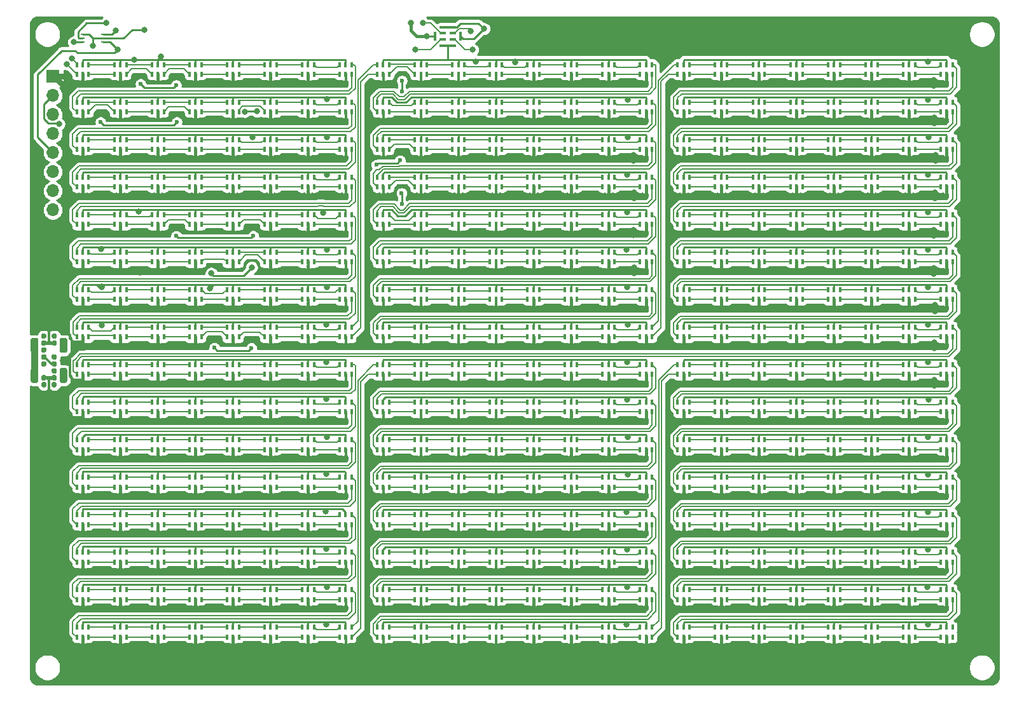
<source format=gbr>
G04 #@! TF.GenerationSoftware,KiCad,Pcbnew,(5.1.9-0-10_14)*
G04 #@! TF.CreationDate,2021-03-12T15:28:23+00:00*
G04 #@! TF.ProjectId,mqttDisplay,6d717474-4469-4737-906c-61792e6b6963,rev?*
G04 #@! TF.SameCoordinates,Original*
G04 #@! TF.FileFunction,Copper,L1,Top*
G04 #@! TF.FilePolarity,Positive*
%FSLAX46Y46*%
G04 Gerber Fmt 4.6, Leading zero omitted, Abs format (unit mm)*
G04 Created by KiCad (PCBNEW (5.1.9-0-10_14)) date 2021-03-12 15:28:23*
%MOMM*%
%LPD*%
G01*
G04 APERTURE LIST*
G04 #@! TA.AperFunction,SMDPad,CuDef*
%ADD10R,0.400000X0.700000*%
G04 #@! TD*
G04 #@! TA.AperFunction,SMDPad,CuDef*
%ADD11R,0.550000X0.250000*%
G04 #@! TD*
G04 #@! TA.AperFunction,SMDPad,CuDef*
%ADD12R,0.950000X0.400000*%
G04 #@! TD*
G04 #@! TA.AperFunction,SMDPad,CuDef*
%ADD13R,2.300000X0.350000*%
G04 #@! TD*
G04 #@! TA.AperFunction,SMDPad,CuDef*
%ADD14R,0.350000X1.300000*%
G04 #@! TD*
G04 #@! TA.AperFunction,ComponentPad*
%ADD15O,1.700000X1.700000*%
G04 #@! TD*
G04 #@! TA.AperFunction,ComponentPad*
%ADD16R,1.700000X1.700000*%
G04 #@! TD*
G04 #@! TA.AperFunction,ViaPad*
%ADD17C,0.800000*%
G04 #@! TD*
G04 #@! TA.AperFunction,ViaPad*
%ADD18C,0.600000*%
G04 #@! TD*
G04 #@! TA.AperFunction,Conductor*
%ADD19C,0.250000*%
G04 #@! TD*
G04 #@! TA.AperFunction,Conductor*
%ADD20C,0.400000*%
G04 #@! TD*
G04 #@! TA.AperFunction,Conductor*
%ADD21C,0.300000*%
G04 #@! TD*
G04 #@! TA.AperFunction,Conductor*
%ADD22C,0.900000*%
G04 #@! TD*
G04 #@! TA.AperFunction,Conductor*
%ADD23C,0.320000*%
G04 #@! TD*
G04 #@! TA.AperFunction,Conductor*
%ADD24C,0.800000*%
G04 #@! TD*
G04 #@! TA.AperFunction,Conductor*
%ADD25C,0.150000*%
G04 #@! TD*
G04 #@! TA.AperFunction,Conductor*
%ADD26C,0.180000*%
G04 #@! TD*
G04 #@! TA.AperFunction,Conductor*
%ADD27C,0.254000*%
G04 #@! TD*
G04 #@! TA.AperFunction,Conductor*
%ADD28C,0.100000*%
G04 #@! TD*
G04 APERTURE END LIST*
D10*
X104900000Y-114250000D03*
X106500000Y-114250000D03*
X105700000Y-114250000D03*
X104900000Y-112950000D03*
X105700000Y-112950000D03*
X106500000Y-112950000D03*
X179900000Y-124250000D03*
X181500000Y-124250000D03*
X180700000Y-124250000D03*
X179900000Y-122950000D03*
X180700000Y-122950000D03*
X181500000Y-122950000D03*
X174900000Y-124250000D03*
X176500000Y-124250000D03*
X175700000Y-124250000D03*
X174900000Y-122950000D03*
X175700000Y-122950000D03*
X176500000Y-122950000D03*
X169900000Y-124250000D03*
X171500000Y-124250000D03*
X170700000Y-124250000D03*
X169900000Y-122950000D03*
X170700000Y-122950000D03*
X171500000Y-122950000D03*
X164900000Y-124250000D03*
X166500000Y-124250000D03*
X165700000Y-124250000D03*
X164900000Y-122950000D03*
X165700000Y-122950000D03*
X166500000Y-122950000D03*
X159900000Y-124250000D03*
X161500000Y-124250000D03*
X160700000Y-124250000D03*
X159900000Y-122950000D03*
X160700000Y-122950000D03*
X161500000Y-122950000D03*
X154900000Y-124250000D03*
X156500000Y-124250000D03*
X155700000Y-124250000D03*
X154900000Y-122950000D03*
X155700000Y-122950000D03*
X156500000Y-122950000D03*
X149900000Y-124250000D03*
X151500000Y-124250000D03*
X150700000Y-124250000D03*
X149900000Y-122950000D03*
X150700000Y-122950000D03*
X151500000Y-122950000D03*
X144900000Y-124250000D03*
X146500000Y-124250000D03*
X145700000Y-124250000D03*
X144900000Y-122950000D03*
X145700000Y-122950000D03*
X146500000Y-122950000D03*
X139900000Y-124250000D03*
X141500000Y-124250000D03*
X140700000Y-124250000D03*
X139900000Y-122950000D03*
X140700000Y-122950000D03*
X141500000Y-122950000D03*
X134900000Y-124250000D03*
X136500000Y-124250000D03*
X135700000Y-124250000D03*
X134900000Y-122950000D03*
X135700000Y-122950000D03*
X136500000Y-122950000D03*
X129900000Y-124250000D03*
X131500000Y-124250000D03*
X130700000Y-124250000D03*
X129900000Y-122950000D03*
X130700000Y-122950000D03*
X131500000Y-122950000D03*
X124900000Y-124250000D03*
X126500000Y-124250000D03*
X125700000Y-124250000D03*
X124900000Y-122950000D03*
X125700000Y-122950000D03*
X126500000Y-122950000D03*
X119900000Y-124250000D03*
X121500000Y-124250000D03*
X120700000Y-124250000D03*
X119900000Y-122950000D03*
X120700000Y-122950000D03*
X121500000Y-122950000D03*
X114900000Y-124250000D03*
X116500000Y-124250000D03*
X115700000Y-124250000D03*
X114900000Y-122950000D03*
X115700000Y-122950000D03*
X116500000Y-122950000D03*
X109900000Y-124250000D03*
X111500000Y-124250000D03*
X110700000Y-124250000D03*
X109900000Y-122950000D03*
X110700000Y-122950000D03*
X111500000Y-122950000D03*
X104900000Y-124250000D03*
X106500000Y-124250000D03*
X105700000Y-124250000D03*
X104900000Y-122950000D03*
X105700000Y-122950000D03*
X106500000Y-122950000D03*
X99900000Y-124250000D03*
X101500000Y-124250000D03*
X100700000Y-124250000D03*
X99900000Y-122950000D03*
X100700000Y-122950000D03*
X101500000Y-122950000D03*
X94900000Y-124250000D03*
X96500000Y-124250000D03*
X95700000Y-124250000D03*
X94900000Y-122950000D03*
X95700000Y-122950000D03*
X96500000Y-122950000D03*
X89900000Y-124250000D03*
X91500000Y-124250000D03*
X90700000Y-124250000D03*
X89900000Y-122950000D03*
X90700000Y-122950000D03*
X91500000Y-122950000D03*
X84900000Y-124250000D03*
X86500000Y-124250000D03*
X85700000Y-124250000D03*
X84900000Y-122950000D03*
X85700000Y-122950000D03*
X86500000Y-122950000D03*
X79900000Y-124250000D03*
X81500000Y-124250000D03*
X80700000Y-124250000D03*
X79900000Y-122950000D03*
X80700000Y-122950000D03*
X81500000Y-122950000D03*
X74900000Y-124250000D03*
X76500000Y-124250000D03*
X75700000Y-124250000D03*
X74900000Y-122950000D03*
X75700000Y-122950000D03*
X76500000Y-122950000D03*
X69900000Y-124250000D03*
X71500000Y-124250000D03*
X70700000Y-124250000D03*
X69900000Y-122950000D03*
X70700000Y-122950000D03*
X71500000Y-122950000D03*
X64900000Y-124250000D03*
X66500000Y-124250000D03*
X65700000Y-124250000D03*
X64900000Y-122950000D03*
X65700000Y-122950000D03*
X66500000Y-122950000D03*
X179900000Y-119250000D03*
X181500000Y-119250000D03*
X180700000Y-119250000D03*
X179900000Y-117950000D03*
X180700000Y-117950000D03*
X181500000Y-117950000D03*
X174900000Y-119250000D03*
X176500000Y-119250000D03*
X175700000Y-119250000D03*
X174900000Y-117950000D03*
X175700000Y-117950000D03*
X176500000Y-117950000D03*
X169900000Y-119250000D03*
X171500000Y-119250000D03*
X170700000Y-119250000D03*
X169900000Y-117950000D03*
X170700000Y-117950000D03*
X171500000Y-117950000D03*
X164900000Y-119250000D03*
X166500000Y-119250000D03*
X165700000Y-119250000D03*
X164900000Y-117950000D03*
X165700000Y-117950000D03*
X166500000Y-117950000D03*
X159900000Y-119250000D03*
X161500000Y-119250000D03*
X160700000Y-119250000D03*
X159900000Y-117950000D03*
X160700000Y-117950000D03*
X161500000Y-117950000D03*
X154900000Y-119250000D03*
X156500000Y-119250000D03*
X155700000Y-119250000D03*
X154900000Y-117950000D03*
X155700000Y-117950000D03*
X156500000Y-117950000D03*
X149900000Y-119250000D03*
X151500000Y-119250000D03*
X150700000Y-119250000D03*
X149900000Y-117950000D03*
X150700000Y-117950000D03*
X151500000Y-117950000D03*
X144900000Y-119250000D03*
X146500000Y-119250000D03*
X145700000Y-119250000D03*
X144900000Y-117950000D03*
X145700000Y-117950000D03*
X146500000Y-117950000D03*
X139900000Y-119250000D03*
X141500000Y-119250000D03*
X140700000Y-119250000D03*
X139900000Y-117950000D03*
X140700000Y-117950000D03*
X141500000Y-117950000D03*
X134900000Y-119250000D03*
X136500000Y-119250000D03*
X135700000Y-119250000D03*
X134900000Y-117950000D03*
X135700000Y-117950000D03*
X136500000Y-117950000D03*
X129900000Y-119250000D03*
X131500000Y-119250000D03*
X130700000Y-119250000D03*
X129900000Y-117950000D03*
X130700000Y-117950000D03*
X131500000Y-117950000D03*
X124900000Y-119250000D03*
X126500000Y-119250000D03*
X125700000Y-119250000D03*
X124900000Y-117950000D03*
X125700000Y-117950000D03*
X126500000Y-117950000D03*
X119900000Y-119250000D03*
X121500000Y-119250000D03*
X120700000Y-119250000D03*
X119900000Y-117950000D03*
X120700000Y-117950000D03*
X121500000Y-117950000D03*
X114900000Y-119250000D03*
X116500000Y-119250000D03*
X115700000Y-119250000D03*
X114900000Y-117950000D03*
X115700000Y-117950000D03*
X116500000Y-117950000D03*
X109900000Y-119250000D03*
X111500000Y-119250000D03*
X110700000Y-119250000D03*
X109900000Y-117950000D03*
X110700000Y-117950000D03*
X111500000Y-117950000D03*
X104900000Y-119250000D03*
X106500000Y-119250000D03*
X105700000Y-119250000D03*
X104900000Y-117950000D03*
X105700000Y-117950000D03*
X106500000Y-117950000D03*
X99900000Y-119250000D03*
X101500000Y-119250000D03*
X100700000Y-119250000D03*
X99900000Y-117950000D03*
X100700000Y-117950000D03*
X101500000Y-117950000D03*
X94900000Y-119250000D03*
X96500000Y-119250000D03*
X95700000Y-119250000D03*
X94900000Y-117950000D03*
X95700000Y-117950000D03*
X96500000Y-117950000D03*
X89900000Y-119250000D03*
X91500000Y-119250000D03*
X90700000Y-119250000D03*
X89900000Y-117950000D03*
X90700000Y-117950000D03*
X91500000Y-117950000D03*
X84900000Y-119250000D03*
X86500000Y-119250000D03*
X85700000Y-119250000D03*
X84900000Y-117950000D03*
X85700000Y-117950000D03*
X86500000Y-117950000D03*
X79900000Y-119250000D03*
X81500000Y-119250000D03*
X80700000Y-119250000D03*
X79900000Y-117950000D03*
X80700000Y-117950000D03*
X81500000Y-117950000D03*
X74900000Y-119250000D03*
X76500000Y-119250000D03*
X75700000Y-119250000D03*
X74900000Y-117950000D03*
X75700000Y-117950000D03*
X76500000Y-117950000D03*
X69900000Y-119250000D03*
X71500000Y-119250000D03*
X70700000Y-119250000D03*
X69900000Y-117950000D03*
X70700000Y-117950000D03*
X71500000Y-117950000D03*
X64900000Y-119250000D03*
X66500000Y-119250000D03*
X65700000Y-119250000D03*
X64900000Y-117950000D03*
X65700000Y-117950000D03*
X66500000Y-117950000D03*
X179900000Y-114250000D03*
X181500000Y-114250000D03*
X180700000Y-114250000D03*
X179900000Y-112950000D03*
X180700000Y-112950000D03*
X181500000Y-112950000D03*
X174900000Y-114250000D03*
X176500000Y-114250000D03*
X175700000Y-114250000D03*
X174900000Y-112950000D03*
X175700000Y-112950000D03*
X176500000Y-112950000D03*
X169900000Y-114250000D03*
X171500000Y-114250000D03*
X170700000Y-114250000D03*
X169900000Y-112950000D03*
X170700000Y-112950000D03*
X171500000Y-112950000D03*
X164900000Y-114250000D03*
X166500000Y-114250000D03*
X165700000Y-114250000D03*
X164900000Y-112950000D03*
X165700000Y-112950000D03*
X166500000Y-112950000D03*
X159900000Y-114250000D03*
X161500000Y-114250000D03*
X160700000Y-114250000D03*
X159900000Y-112950000D03*
X160700000Y-112950000D03*
X161500000Y-112950000D03*
X154900000Y-114250000D03*
X156500000Y-114250000D03*
X155700000Y-114250000D03*
X154900000Y-112950000D03*
X155700000Y-112950000D03*
X156500000Y-112950000D03*
X149900000Y-114250000D03*
X151500000Y-114250000D03*
X150700000Y-114250000D03*
X149900000Y-112950000D03*
X150700000Y-112950000D03*
X151500000Y-112950000D03*
X144900000Y-114250000D03*
X146500000Y-114250000D03*
X145700000Y-114250000D03*
X144900000Y-112950000D03*
X145700000Y-112950000D03*
X146500000Y-112950000D03*
X139900000Y-114250000D03*
X141500000Y-114250000D03*
X140700000Y-114250000D03*
X139900000Y-112950000D03*
X140700000Y-112950000D03*
X141500000Y-112950000D03*
X134900000Y-114250000D03*
X136500000Y-114250000D03*
X135700000Y-114250000D03*
X134900000Y-112950000D03*
X135700000Y-112950000D03*
X136500000Y-112950000D03*
X129900000Y-114250000D03*
X131500000Y-114250000D03*
X130700000Y-114250000D03*
X129900000Y-112950000D03*
X130700000Y-112950000D03*
X131500000Y-112950000D03*
X124900000Y-114250000D03*
X126500000Y-114250000D03*
X125700000Y-114250000D03*
X124900000Y-112950000D03*
X125700000Y-112950000D03*
X126500000Y-112950000D03*
X119900000Y-114250000D03*
X121500000Y-114250000D03*
X120700000Y-114250000D03*
X119900000Y-112950000D03*
X120700000Y-112950000D03*
X121500000Y-112950000D03*
X114900000Y-114250000D03*
X116500000Y-114250000D03*
X115700000Y-114250000D03*
X114900000Y-112950000D03*
X115700000Y-112950000D03*
X116500000Y-112950000D03*
X109900000Y-114250000D03*
X111500000Y-114250000D03*
X110700000Y-114250000D03*
X109900000Y-112950000D03*
X110700000Y-112950000D03*
X111500000Y-112950000D03*
X99900000Y-114250000D03*
X101500000Y-114250000D03*
X100700000Y-114250000D03*
X99900000Y-112950000D03*
X100700000Y-112950000D03*
X101500000Y-112950000D03*
X94900000Y-114250000D03*
X96500000Y-114250000D03*
X95700000Y-114250000D03*
X94900000Y-112950000D03*
X95700000Y-112950000D03*
X96500000Y-112950000D03*
X89900000Y-114250000D03*
X91500000Y-114250000D03*
X90700000Y-114250000D03*
X89900000Y-112950000D03*
X90700000Y-112950000D03*
X91500000Y-112950000D03*
X84900000Y-114250000D03*
X86500000Y-114250000D03*
X85700000Y-114250000D03*
X84900000Y-112950000D03*
X85700000Y-112950000D03*
X86500000Y-112950000D03*
X79900000Y-114250000D03*
X81500000Y-114250000D03*
X80700000Y-114250000D03*
X79900000Y-112950000D03*
X80700000Y-112950000D03*
X81500000Y-112950000D03*
X74900000Y-114250000D03*
X76500000Y-114250000D03*
X75700000Y-114250000D03*
X74900000Y-112950000D03*
X75700000Y-112950000D03*
X76500000Y-112950000D03*
X69900000Y-114250000D03*
X71500000Y-114250000D03*
X70700000Y-114250000D03*
X69900000Y-112950000D03*
X70700000Y-112950000D03*
X71500000Y-112950000D03*
X64900000Y-114250000D03*
X66500000Y-114250000D03*
X65700000Y-114250000D03*
X64900000Y-112950000D03*
X65700000Y-112950000D03*
X66500000Y-112950000D03*
X179900000Y-109250000D03*
X181500000Y-109250000D03*
X180700000Y-109250000D03*
X179900000Y-107950000D03*
X180700000Y-107950000D03*
X181500000Y-107950000D03*
X174900000Y-109250000D03*
X176500000Y-109250000D03*
X175700000Y-109250000D03*
X174900000Y-107950000D03*
X175700000Y-107950000D03*
X176500000Y-107950000D03*
X169900000Y-109250000D03*
X171500000Y-109250000D03*
X170700000Y-109250000D03*
X169900000Y-107950000D03*
X170700000Y-107950000D03*
X171500000Y-107950000D03*
X164900000Y-109250000D03*
X166500000Y-109250000D03*
X165700000Y-109250000D03*
X164900000Y-107950000D03*
X165700000Y-107950000D03*
X166500000Y-107950000D03*
X159900000Y-109250000D03*
X161500000Y-109250000D03*
X160700000Y-109250000D03*
X159900000Y-107950000D03*
X160700000Y-107950000D03*
X161500000Y-107950000D03*
X154900000Y-109250000D03*
X156500000Y-109250000D03*
X155700000Y-109250000D03*
X154900000Y-107950000D03*
X155700000Y-107950000D03*
X156500000Y-107950000D03*
X149900000Y-109250000D03*
X151500000Y-109250000D03*
X150700000Y-109250000D03*
X149900000Y-107950000D03*
X150700000Y-107950000D03*
X151500000Y-107950000D03*
X144900000Y-109250000D03*
X146500000Y-109250000D03*
X145700000Y-109250000D03*
X144900000Y-107950000D03*
X145700000Y-107950000D03*
X146500000Y-107950000D03*
X139900000Y-109250000D03*
X141500000Y-109250000D03*
X140700000Y-109250000D03*
X139900000Y-107950000D03*
X140700000Y-107950000D03*
X141500000Y-107950000D03*
X134900000Y-109250000D03*
X136500000Y-109250000D03*
X135700000Y-109250000D03*
X134900000Y-107950000D03*
X135700000Y-107950000D03*
X136500000Y-107950000D03*
X129900000Y-109250000D03*
X131500000Y-109250000D03*
X130700000Y-109250000D03*
X129900000Y-107950000D03*
X130700000Y-107950000D03*
X131500000Y-107950000D03*
X124900000Y-109250000D03*
X126500000Y-109250000D03*
X125700000Y-109250000D03*
X124900000Y-107950000D03*
X125700000Y-107950000D03*
X126500000Y-107950000D03*
X119900000Y-109250000D03*
X121500000Y-109250000D03*
X120700000Y-109250000D03*
X119900000Y-107950000D03*
X120700000Y-107950000D03*
X121500000Y-107950000D03*
X114900000Y-109250000D03*
X116500000Y-109250000D03*
X115700000Y-109250000D03*
X114900000Y-107950000D03*
X115700000Y-107950000D03*
X116500000Y-107950000D03*
X109900000Y-109250000D03*
X111500000Y-109250000D03*
X110700000Y-109250000D03*
X109900000Y-107950000D03*
X110700000Y-107950000D03*
X111500000Y-107950000D03*
X104900000Y-109250000D03*
X106500000Y-109250000D03*
X105700000Y-109250000D03*
X104900000Y-107950000D03*
X105700000Y-107950000D03*
X106500000Y-107950000D03*
X99900000Y-109250000D03*
X101500000Y-109250000D03*
X100700000Y-109250000D03*
X99900000Y-107950000D03*
X100700000Y-107950000D03*
X101500000Y-107950000D03*
X94900000Y-109250000D03*
X96500000Y-109250000D03*
X95700000Y-109250000D03*
X94900000Y-107950000D03*
X95700000Y-107950000D03*
X96500000Y-107950000D03*
X89900000Y-109250000D03*
X91500000Y-109250000D03*
X90700000Y-109250000D03*
X89900000Y-107950000D03*
X90700000Y-107950000D03*
X91500000Y-107950000D03*
X84900000Y-109250000D03*
X86500000Y-109250000D03*
X85700000Y-109250000D03*
X84900000Y-107950000D03*
X85700000Y-107950000D03*
X86500000Y-107950000D03*
X79900000Y-109250000D03*
X81500000Y-109250000D03*
X80700000Y-109250000D03*
X79900000Y-107950000D03*
X80700000Y-107950000D03*
X81500000Y-107950000D03*
X74900000Y-109250000D03*
X76500000Y-109250000D03*
X75700000Y-109250000D03*
X74900000Y-107950000D03*
X75700000Y-107950000D03*
X76500000Y-107950000D03*
X69900000Y-109250000D03*
X71500000Y-109250000D03*
X70700000Y-109250000D03*
X69900000Y-107950000D03*
X70700000Y-107950000D03*
X71500000Y-107950000D03*
X64900000Y-109250000D03*
X66500000Y-109250000D03*
X65700000Y-109250000D03*
X64900000Y-107950000D03*
X65700000Y-107950000D03*
X66500000Y-107950000D03*
X179900000Y-104250000D03*
X181500000Y-104250000D03*
X180700000Y-104250000D03*
X179900000Y-102950000D03*
X180700000Y-102950000D03*
X181500000Y-102950000D03*
X174900000Y-104250000D03*
X176500000Y-104250000D03*
X175700000Y-104250000D03*
X174900000Y-102950000D03*
X175700000Y-102950000D03*
X176500000Y-102950000D03*
X169900000Y-104250000D03*
X171500000Y-104250000D03*
X170700000Y-104250000D03*
X169900000Y-102950000D03*
X170700000Y-102950000D03*
X171500000Y-102950000D03*
X164900000Y-104250000D03*
X166500000Y-104250000D03*
X165700000Y-104250000D03*
X164900000Y-102950000D03*
X165700000Y-102950000D03*
X166500000Y-102950000D03*
X159900000Y-104250000D03*
X161500000Y-104250000D03*
X160700000Y-104250000D03*
X159900000Y-102950000D03*
X160700000Y-102950000D03*
X161500000Y-102950000D03*
X154900000Y-104250000D03*
X156500000Y-104250000D03*
X155700000Y-104250000D03*
X154900000Y-102950000D03*
X155700000Y-102950000D03*
X156500000Y-102950000D03*
X149900000Y-104250000D03*
X151500000Y-104250000D03*
X150700000Y-104250000D03*
X149900000Y-102950000D03*
X150700000Y-102950000D03*
X151500000Y-102950000D03*
X144900000Y-104250000D03*
X146500000Y-104250000D03*
X145700000Y-104250000D03*
X144900000Y-102950000D03*
X145700000Y-102950000D03*
X146500000Y-102950000D03*
X139900000Y-104250000D03*
X141500000Y-104250000D03*
X140700000Y-104250000D03*
X139900000Y-102950000D03*
X140700000Y-102950000D03*
X141500000Y-102950000D03*
X134900000Y-104250000D03*
X136500000Y-104250000D03*
X135700000Y-104250000D03*
X134900000Y-102950000D03*
X135700000Y-102950000D03*
X136500000Y-102950000D03*
X129900000Y-104250000D03*
X131500000Y-104250000D03*
X130700000Y-104250000D03*
X129900000Y-102950000D03*
X130700000Y-102950000D03*
X131500000Y-102950000D03*
X124900000Y-104250000D03*
X126500000Y-104250000D03*
X125700000Y-104250000D03*
X124900000Y-102950000D03*
X125700000Y-102950000D03*
X126500000Y-102950000D03*
X119900000Y-104250000D03*
X121500000Y-104250000D03*
X120700000Y-104250000D03*
X119900000Y-102950000D03*
X120700000Y-102950000D03*
X121500000Y-102950000D03*
X114900000Y-104250000D03*
X116500000Y-104250000D03*
X115700000Y-104250000D03*
X114900000Y-102950000D03*
X115700000Y-102950000D03*
X116500000Y-102950000D03*
X109900000Y-104250000D03*
X111500000Y-104250000D03*
X110700000Y-104250000D03*
X109900000Y-102950000D03*
X110700000Y-102950000D03*
X111500000Y-102950000D03*
X104900000Y-104250000D03*
X106500000Y-104250000D03*
X105700000Y-104250000D03*
X104900000Y-102950000D03*
X105700000Y-102950000D03*
X106500000Y-102950000D03*
X99900000Y-104250000D03*
X101500000Y-104250000D03*
X100700000Y-104250000D03*
X99900000Y-102950000D03*
X100700000Y-102950000D03*
X101500000Y-102950000D03*
X94900000Y-104250000D03*
X96500000Y-104250000D03*
X95700000Y-104250000D03*
X94900000Y-102950000D03*
X95700000Y-102950000D03*
X96500000Y-102950000D03*
X89900000Y-104250000D03*
X91500000Y-104250000D03*
X90700000Y-104250000D03*
X89900000Y-102950000D03*
X90700000Y-102950000D03*
X91500000Y-102950000D03*
X84900000Y-104250000D03*
X86500000Y-104250000D03*
X85700000Y-104250000D03*
X84900000Y-102950000D03*
X85700000Y-102950000D03*
X86500000Y-102950000D03*
X79900000Y-104250000D03*
X81500000Y-104250000D03*
X80700000Y-104250000D03*
X79900000Y-102950000D03*
X80700000Y-102950000D03*
X81500000Y-102950000D03*
X74900000Y-104250000D03*
X76500000Y-104250000D03*
X75700000Y-104250000D03*
X74900000Y-102950000D03*
X75700000Y-102950000D03*
X76500000Y-102950000D03*
X69900000Y-104250000D03*
X71500000Y-104250000D03*
X70700000Y-104250000D03*
X69900000Y-102950000D03*
X70700000Y-102950000D03*
X71500000Y-102950000D03*
X64900000Y-104250000D03*
X66500000Y-104250000D03*
X65700000Y-104250000D03*
X64900000Y-102950000D03*
X65700000Y-102950000D03*
X66500000Y-102950000D03*
X179900000Y-99250000D03*
X181500000Y-99250000D03*
X180700000Y-99250000D03*
X179900000Y-97950000D03*
X180700000Y-97950000D03*
X181500000Y-97950000D03*
X174900000Y-99250000D03*
X176500000Y-99250000D03*
X175700000Y-99250000D03*
X174900000Y-97950000D03*
X175700000Y-97950000D03*
X176500000Y-97950000D03*
X169900000Y-99250000D03*
X171500000Y-99250000D03*
X170700000Y-99250000D03*
X169900000Y-97950000D03*
X170700000Y-97950000D03*
X171500000Y-97950000D03*
X164900000Y-99250000D03*
X166500000Y-99250000D03*
X165700000Y-99250000D03*
X164900000Y-97950000D03*
X165700000Y-97950000D03*
X166500000Y-97950000D03*
X159900000Y-99250000D03*
X161500000Y-99250000D03*
X160700000Y-99250000D03*
X159900000Y-97950000D03*
X160700000Y-97950000D03*
X161500000Y-97950000D03*
X154900000Y-99250000D03*
X156500000Y-99250000D03*
X155700000Y-99250000D03*
X154900000Y-97950000D03*
X155700000Y-97950000D03*
X156500000Y-97950000D03*
X149900000Y-99250000D03*
X151500000Y-99250000D03*
X150700000Y-99250000D03*
X149900000Y-97950000D03*
X150700000Y-97950000D03*
X151500000Y-97950000D03*
X144900000Y-99250000D03*
X146500000Y-99250000D03*
X145700000Y-99250000D03*
X144900000Y-97950000D03*
X145700000Y-97950000D03*
X146500000Y-97950000D03*
X139900000Y-99250000D03*
X141500000Y-99250000D03*
X140700000Y-99250000D03*
X139900000Y-97950000D03*
X140700000Y-97950000D03*
X141500000Y-97950000D03*
X134900000Y-99250000D03*
X136500000Y-99250000D03*
X135700000Y-99250000D03*
X134900000Y-97950000D03*
X135700000Y-97950000D03*
X136500000Y-97950000D03*
X129900000Y-99250000D03*
X131500000Y-99250000D03*
X130700000Y-99250000D03*
X129900000Y-97950000D03*
X130700000Y-97950000D03*
X131500000Y-97950000D03*
X124900000Y-99250000D03*
X126500000Y-99250000D03*
X125700000Y-99250000D03*
X124900000Y-97950000D03*
X125700000Y-97950000D03*
X126500000Y-97950000D03*
X119900000Y-99250000D03*
X121500000Y-99250000D03*
X120700000Y-99250000D03*
X119900000Y-97950000D03*
X120700000Y-97950000D03*
X121500000Y-97950000D03*
X114900000Y-99250000D03*
X116500000Y-99250000D03*
X115700000Y-99250000D03*
X114900000Y-97950000D03*
X115700000Y-97950000D03*
X116500000Y-97950000D03*
X109900000Y-99250000D03*
X111500000Y-99250000D03*
X110700000Y-99250000D03*
X109900000Y-97950000D03*
X110700000Y-97950000D03*
X111500000Y-97950000D03*
X104900000Y-99250000D03*
X106500000Y-99250000D03*
X105700000Y-99250000D03*
X104900000Y-97950000D03*
X105700000Y-97950000D03*
X106500000Y-97950000D03*
X99900000Y-99250000D03*
X101500000Y-99250000D03*
X100700000Y-99250000D03*
X99900000Y-97950000D03*
X100700000Y-97950000D03*
X101500000Y-97950000D03*
X94900000Y-99250000D03*
X96500000Y-99250000D03*
X95700000Y-99250000D03*
X94900000Y-97950000D03*
X95700000Y-97950000D03*
X96500000Y-97950000D03*
X89900000Y-99250000D03*
X91500000Y-99250000D03*
X90700000Y-99250000D03*
X89900000Y-97950000D03*
X90700000Y-97950000D03*
X91500000Y-97950000D03*
X84900000Y-99250000D03*
X86500000Y-99250000D03*
X85700000Y-99250000D03*
X84900000Y-97950000D03*
X85700000Y-97950000D03*
X86500000Y-97950000D03*
X79900000Y-99250000D03*
X81500000Y-99250000D03*
X80700000Y-99250000D03*
X79900000Y-97950000D03*
X80700000Y-97950000D03*
X81500000Y-97950000D03*
X74900000Y-99250000D03*
X76500000Y-99250000D03*
X75700000Y-99250000D03*
X74900000Y-97950000D03*
X75700000Y-97950000D03*
X76500000Y-97950000D03*
X69900000Y-99250000D03*
X71500000Y-99250000D03*
X70700000Y-99250000D03*
X69900000Y-97950000D03*
X70700000Y-97950000D03*
X71500000Y-97950000D03*
X64900000Y-99250000D03*
X66500000Y-99250000D03*
X65700000Y-99250000D03*
X64900000Y-97950000D03*
X65700000Y-97950000D03*
X66500000Y-97950000D03*
X179900000Y-94250000D03*
X181500000Y-94250000D03*
X180700000Y-94250000D03*
X179900000Y-92950000D03*
X180700000Y-92950000D03*
X181500000Y-92950000D03*
X174900000Y-94250000D03*
X176500000Y-94250000D03*
X175700000Y-94250000D03*
X174900000Y-92950000D03*
X175700000Y-92950000D03*
X176500000Y-92950000D03*
X169900000Y-94250000D03*
X171500000Y-94250000D03*
X170700000Y-94250000D03*
X169900000Y-92950000D03*
X170700000Y-92950000D03*
X171500000Y-92950000D03*
X164900000Y-94250000D03*
X166500000Y-94250000D03*
X165700000Y-94250000D03*
X164900000Y-92950000D03*
X165700000Y-92950000D03*
X166500000Y-92950000D03*
X159900000Y-94250000D03*
X161500000Y-94250000D03*
X160700000Y-94250000D03*
X159900000Y-92950000D03*
X160700000Y-92950000D03*
X161500000Y-92950000D03*
X154900000Y-94250000D03*
X156500000Y-94250000D03*
X155700000Y-94250000D03*
X154900000Y-92950000D03*
X155700000Y-92950000D03*
X156500000Y-92950000D03*
X149900000Y-94250000D03*
X151500000Y-94250000D03*
X150700000Y-94250000D03*
X149900000Y-92950000D03*
X150700000Y-92950000D03*
X151500000Y-92950000D03*
X144900000Y-94250000D03*
X146500000Y-94250000D03*
X145700000Y-94250000D03*
X144900000Y-92950000D03*
X145700000Y-92950000D03*
X146500000Y-92950000D03*
X139900000Y-94250000D03*
X141500000Y-94250000D03*
X140700000Y-94250000D03*
X139900000Y-92950000D03*
X140700000Y-92950000D03*
X141500000Y-92950000D03*
X134900000Y-94250000D03*
X136500000Y-94250000D03*
X135700000Y-94250000D03*
X134900000Y-92950000D03*
X135700000Y-92950000D03*
X136500000Y-92950000D03*
X129900000Y-94250000D03*
X131500000Y-94250000D03*
X130700000Y-94250000D03*
X129900000Y-92950000D03*
X130700000Y-92950000D03*
X131500000Y-92950000D03*
X124900000Y-94250000D03*
X126500000Y-94250000D03*
X125700000Y-94250000D03*
X124900000Y-92950000D03*
X125700000Y-92950000D03*
X126500000Y-92950000D03*
X119900000Y-94250000D03*
X121500000Y-94250000D03*
X120700000Y-94250000D03*
X119900000Y-92950000D03*
X120700000Y-92950000D03*
X121500000Y-92950000D03*
X114900000Y-94250000D03*
X116500000Y-94250000D03*
X115700000Y-94250000D03*
X114900000Y-92950000D03*
X115700000Y-92950000D03*
X116500000Y-92950000D03*
X109900000Y-94250000D03*
X111500000Y-94250000D03*
X110700000Y-94250000D03*
X109900000Y-92950000D03*
X110700000Y-92950000D03*
X111500000Y-92950000D03*
X104900000Y-94250000D03*
X106500000Y-94250000D03*
X105700000Y-94250000D03*
X104900000Y-92950000D03*
X105700000Y-92950000D03*
X106500000Y-92950000D03*
X99900000Y-94250000D03*
X101500000Y-94250000D03*
X100700000Y-94250000D03*
X99900000Y-92950000D03*
X100700000Y-92950000D03*
X101500000Y-92950000D03*
X94900000Y-94250000D03*
X96500000Y-94250000D03*
X95700000Y-94250000D03*
X94900000Y-92950000D03*
X95700000Y-92950000D03*
X96500000Y-92950000D03*
X89900000Y-94250000D03*
X91500000Y-94250000D03*
X90700000Y-94250000D03*
X89900000Y-92950000D03*
X90700000Y-92950000D03*
X91500000Y-92950000D03*
X84900000Y-94250000D03*
X86500000Y-94250000D03*
X85700000Y-94250000D03*
X84900000Y-92950000D03*
X85700000Y-92950000D03*
X86500000Y-92950000D03*
X79900000Y-94250000D03*
X81500000Y-94250000D03*
X80700000Y-94250000D03*
X79900000Y-92950000D03*
X80700000Y-92950000D03*
X81500000Y-92950000D03*
X74900000Y-94250000D03*
X76500000Y-94250000D03*
X75700000Y-94250000D03*
X74900000Y-92950000D03*
X75700000Y-92950000D03*
X76500000Y-92950000D03*
X69900000Y-94250000D03*
X71500000Y-94250000D03*
X70700000Y-94250000D03*
X69900000Y-92950000D03*
X70700000Y-92950000D03*
X71500000Y-92950000D03*
X64900000Y-94250000D03*
X66500000Y-94250000D03*
X65700000Y-94250000D03*
X64900000Y-92950000D03*
X65700000Y-92950000D03*
X66500000Y-92950000D03*
X179900000Y-89250000D03*
X181500000Y-89250000D03*
X180700000Y-89250000D03*
X179900000Y-87950000D03*
X180700000Y-87950000D03*
X181500000Y-87950000D03*
X174900000Y-89250000D03*
X176500000Y-89250000D03*
X175700000Y-89250000D03*
X174900000Y-87950000D03*
X175700000Y-87950000D03*
X176500000Y-87950000D03*
X169900000Y-89250000D03*
X171500000Y-89250000D03*
X170700000Y-89250000D03*
X169900000Y-87950000D03*
X170700000Y-87950000D03*
X171500000Y-87950000D03*
X164900000Y-89250000D03*
X166500000Y-89250000D03*
X165700000Y-89250000D03*
X164900000Y-87950000D03*
X165700000Y-87950000D03*
X166500000Y-87950000D03*
X159900000Y-89250000D03*
X161500000Y-89250000D03*
X160700000Y-89250000D03*
X159900000Y-87950000D03*
X160700000Y-87950000D03*
X161500000Y-87950000D03*
X154900000Y-89250000D03*
X156500000Y-89250000D03*
X155700000Y-89250000D03*
X154900000Y-87950000D03*
X155700000Y-87950000D03*
X156500000Y-87950000D03*
X149900000Y-89250000D03*
X151500000Y-89250000D03*
X150700000Y-89250000D03*
X149900000Y-87950000D03*
X150700000Y-87950000D03*
X151500000Y-87950000D03*
X144900000Y-89250000D03*
X146500000Y-89250000D03*
X145700000Y-89250000D03*
X144900000Y-87950000D03*
X145700000Y-87950000D03*
X146500000Y-87950000D03*
X139900000Y-89250000D03*
X141500000Y-89250000D03*
X140700000Y-89250000D03*
X139900000Y-87950000D03*
X140700000Y-87950000D03*
X141500000Y-87950000D03*
X134900000Y-89250000D03*
X136500000Y-89250000D03*
X135700000Y-89250000D03*
X134900000Y-87950000D03*
X135700000Y-87950000D03*
X136500000Y-87950000D03*
X129900000Y-89250000D03*
X131500000Y-89250000D03*
X130700000Y-89250000D03*
X129900000Y-87950000D03*
X130700000Y-87950000D03*
X131500000Y-87950000D03*
X124900000Y-89250000D03*
X126500000Y-89250000D03*
X125700000Y-89250000D03*
X124900000Y-87950000D03*
X125700000Y-87950000D03*
X126500000Y-87950000D03*
X119900000Y-89250000D03*
X121500000Y-89250000D03*
X120700000Y-89250000D03*
X119900000Y-87950000D03*
X120700000Y-87950000D03*
X121500000Y-87950000D03*
X114900000Y-89250000D03*
X116500000Y-89250000D03*
X115700000Y-89250000D03*
X114900000Y-87950000D03*
X115700000Y-87950000D03*
X116500000Y-87950000D03*
X109900000Y-89250000D03*
X111500000Y-89250000D03*
X110700000Y-89250000D03*
X109900000Y-87950000D03*
X110700000Y-87950000D03*
X111500000Y-87950000D03*
X104900000Y-89250000D03*
X106500000Y-89250000D03*
X105700000Y-89250000D03*
X104900000Y-87950000D03*
X105700000Y-87950000D03*
X106500000Y-87950000D03*
X99900000Y-89250000D03*
X101500000Y-89250000D03*
X100700000Y-89250000D03*
X99900000Y-87950000D03*
X100700000Y-87950000D03*
X101500000Y-87950000D03*
X94900000Y-89250000D03*
X96500000Y-89250000D03*
X95700000Y-89250000D03*
X94900000Y-87950000D03*
X95700000Y-87950000D03*
X96500000Y-87950000D03*
X89900000Y-89250000D03*
X91500000Y-89250000D03*
X90700000Y-89250000D03*
X89900000Y-87950000D03*
X90700000Y-87950000D03*
X91500000Y-87950000D03*
X84900000Y-89250000D03*
X86500000Y-89250000D03*
X85700000Y-89250000D03*
X84900000Y-87950000D03*
X85700000Y-87950000D03*
X86500000Y-87950000D03*
X79900000Y-89250000D03*
X81500000Y-89250000D03*
X80700000Y-89250000D03*
X79900000Y-87950000D03*
X80700000Y-87950000D03*
X81500000Y-87950000D03*
X74900000Y-89250000D03*
X76500000Y-89250000D03*
X75700000Y-89250000D03*
X74900000Y-87950000D03*
X75700000Y-87950000D03*
X76500000Y-87950000D03*
X69900000Y-89250000D03*
X71500000Y-89250000D03*
X70700000Y-89250000D03*
X69900000Y-87950000D03*
X70700000Y-87950000D03*
X71500000Y-87950000D03*
X64900000Y-89250000D03*
X66500000Y-89250000D03*
X65700000Y-89250000D03*
X64900000Y-87950000D03*
X65700000Y-87950000D03*
X66500000Y-87950000D03*
X179900000Y-84250000D03*
X181500000Y-84250000D03*
X180700000Y-84250000D03*
X179900000Y-82950000D03*
X180700000Y-82950000D03*
X181500000Y-82950000D03*
X174900000Y-84250000D03*
X176500000Y-84250000D03*
X175700000Y-84250000D03*
X174900000Y-82950000D03*
X175700000Y-82950000D03*
X176500000Y-82950000D03*
X169900000Y-84250000D03*
X171500000Y-84250000D03*
X170700000Y-84250000D03*
X169900000Y-82950000D03*
X170700000Y-82950000D03*
X171500000Y-82950000D03*
X164900000Y-84250000D03*
X166500000Y-84250000D03*
X165700000Y-84250000D03*
X164900000Y-82950000D03*
X165700000Y-82950000D03*
X166500000Y-82950000D03*
X159900000Y-84250000D03*
X161500000Y-84250000D03*
X160700000Y-84250000D03*
X159900000Y-82950000D03*
X160700000Y-82950000D03*
X161500000Y-82950000D03*
X154900000Y-84250000D03*
X156500000Y-84250000D03*
X155700000Y-84250000D03*
X154900000Y-82950000D03*
X155700000Y-82950000D03*
X156500000Y-82950000D03*
X149900000Y-84250000D03*
X151500000Y-84250000D03*
X150700000Y-84250000D03*
X149900000Y-82950000D03*
X150700000Y-82950000D03*
X151500000Y-82950000D03*
X144900000Y-84250000D03*
X146500000Y-84250000D03*
X145700000Y-84250000D03*
X144900000Y-82950000D03*
X145700000Y-82950000D03*
X146500000Y-82950000D03*
X139900000Y-84250000D03*
X141500000Y-84250000D03*
X140700000Y-84250000D03*
X139900000Y-82950000D03*
X140700000Y-82950000D03*
X141500000Y-82950000D03*
X134900000Y-84250000D03*
X136500000Y-84250000D03*
X135700000Y-84250000D03*
X134900000Y-82950000D03*
X135700000Y-82950000D03*
X136500000Y-82950000D03*
X129900000Y-84250000D03*
X131500000Y-84250000D03*
X130700000Y-84250000D03*
X129900000Y-82950000D03*
X130700000Y-82950000D03*
X131500000Y-82950000D03*
X124900000Y-84250000D03*
X126500000Y-84250000D03*
X125700000Y-84250000D03*
X124900000Y-82950000D03*
X125700000Y-82950000D03*
X126500000Y-82950000D03*
X119900000Y-84250000D03*
X121500000Y-84250000D03*
X120700000Y-84250000D03*
X119900000Y-82950000D03*
X120700000Y-82950000D03*
X121500000Y-82950000D03*
X114900000Y-84250000D03*
X116500000Y-84250000D03*
X115700000Y-84250000D03*
X114900000Y-82950000D03*
X115700000Y-82950000D03*
X116500000Y-82950000D03*
X109900000Y-84250000D03*
X111500000Y-84250000D03*
X110700000Y-84250000D03*
X109900000Y-82950000D03*
X110700000Y-82950000D03*
X111500000Y-82950000D03*
X104900000Y-84250000D03*
X106500000Y-84250000D03*
X105700000Y-84250000D03*
X104900000Y-82950000D03*
X105700000Y-82950000D03*
X106500000Y-82950000D03*
X99900000Y-84250000D03*
X101500000Y-84250000D03*
X100700000Y-84250000D03*
X99900000Y-82950000D03*
X100700000Y-82950000D03*
X101500000Y-82950000D03*
X94900000Y-84250000D03*
X96500000Y-84250000D03*
X95700000Y-84250000D03*
X94900000Y-82950000D03*
X95700000Y-82950000D03*
X96500000Y-82950000D03*
X89900000Y-84250000D03*
X91500000Y-84250000D03*
X90700000Y-84250000D03*
X89900000Y-82950000D03*
X90700000Y-82950000D03*
X91500000Y-82950000D03*
X84900000Y-84250000D03*
X86500000Y-84250000D03*
X85700000Y-84250000D03*
X84900000Y-82950000D03*
X85700000Y-82950000D03*
X86500000Y-82950000D03*
X79900000Y-84250000D03*
X81500000Y-84250000D03*
X80700000Y-84250000D03*
X79900000Y-82950000D03*
X80700000Y-82950000D03*
X81500000Y-82950000D03*
X74900000Y-84250000D03*
X76500000Y-84250000D03*
X75700000Y-84250000D03*
X74900000Y-82950000D03*
X75700000Y-82950000D03*
X76500000Y-82950000D03*
X69900000Y-84250000D03*
X71500000Y-84250000D03*
X70700000Y-84250000D03*
X69900000Y-82950000D03*
X70700000Y-82950000D03*
X71500000Y-82950000D03*
X64900000Y-84250000D03*
X66500000Y-84250000D03*
X65700000Y-84250000D03*
X64900000Y-82950000D03*
X65700000Y-82950000D03*
X66500000Y-82950000D03*
X179900000Y-79250000D03*
X181500000Y-79250000D03*
X180700000Y-79250000D03*
X179900000Y-77950000D03*
X180700000Y-77950000D03*
X181500000Y-77950000D03*
X174900000Y-79250000D03*
X176500000Y-79250000D03*
X175700000Y-79250000D03*
X174900000Y-77950000D03*
X175700000Y-77950000D03*
X176500000Y-77950000D03*
X169900000Y-79250000D03*
X171500000Y-79250000D03*
X170700000Y-79250000D03*
X169900000Y-77950000D03*
X170700000Y-77950000D03*
X171500000Y-77950000D03*
X164900000Y-79250000D03*
X166500000Y-79250000D03*
X165700000Y-79250000D03*
X164900000Y-77950000D03*
X165700000Y-77950000D03*
X166500000Y-77950000D03*
X159900000Y-79250000D03*
X161500000Y-79250000D03*
X160700000Y-79250000D03*
X159900000Y-77950000D03*
X160700000Y-77950000D03*
X161500000Y-77950000D03*
X154900000Y-79250000D03*
X156500000Y-79250000D03*
X155700000Y-79250000D03*
X154900000Y-77950000D03*
X155700000Y-77950000D03*
X156500000Y-77950000D03*
X149900000Y-79250000D03*
X151500000Y-79250000D03*
X150700000Y-79250000D03*
X149900000Y-77950000D03*
X150700000Y-77950000D03*
X151500000Y-77950000D03*
X144900000Y-79250000D03*
X146500000Y-79250000D03*
X145700000Y-79250000D03*
X144900000Y-77950000D03*
X145700000Y-77950000D03*
X146500000Y-77950000D03*
X139900000Y-79250000D03*
X141500000Y-79250000D03*
X140700000Y-79250000D03*
X139900000Y-77950000D03*
X140700000Y-77950000D03*
X141500000Y-77950000D03*
X134900000Y-79250000D03*
X136500000Y-79250000D03*
X135700000Y-79250000D03*
X134900000Y-77950000D03*
X135700000Y-77950000D03*
X136500000Y-77950000D03*
X129900000Y-79250000D03*
X131500000Y-79250000D03*
X130700000Y-79250000D03*
X129900000Y-77950000D03*
X130700000Y-77950000D03*
X131500000Y-77950000D03*
X124900000Y-79250000D03*
X126500000Y-79250000D03*
X125700000Y-79250000D03*
X124900000Y-77950000D03*
X125700000Y-77950000D03*
X126500000Y-77950000D03*
X119900000Y-79250000D03*
X121500000Y-79250000D03*
X120700000Y-79250000D03*
X119900000Y-77950000D03*
X120700000Y-77950000D03*
X121500000Y-77950000D03*
X114900000Y-79250000D03*
X116500000Y-79250000D03*
X115700000Y-79250000D03*
X114900000Y-77950000D03*
X115700000Y-77950000D03*
X116500000Y-77950000D03*
X109900000Y-79250000D03*
X111500000Y-79250000D03*
X110700000Y-79250000D03*
X109900000Y-77950000D03*
X110700000Y-77950000D03*
X111500000Y-77950000D03*
X104900000Y-79250000D03*
X106500000Y-79250000D03*
X105700000Y-79250000D03*
X104900000Y-77950000D03*
X105700000Y-77950000D03*
X106500000Y-77950000D03*
X99900000Y-79250000D03*
X101500000Y-79250000D03*
X100700000Y-79250000D03*
X99900000Y-77950000D03*
X100700000Y-77950000D03*
X101500000Y-77950000D03*
X94900000Y-79250000D03*
X96500000Y-79250000D03*
X95700000Y-79250000D03*
X94900000Y-77950000D03*
X95700000Y-77950000D03*
X96500000Y-77950000D03*
X89900000Y-79250000D03*
X91500000Y-79250000D03*
X90700000Y-79250000D03*
X89900000Y-77950000D03*
X90700000Y-77950000D03*
X91500000Y-77950000D03*
X84900000Y-79250000D03*
X86500000Y-79250000D03*
X85700000Y-79250000D03*
X84900000Y-77950000D03*
X85700000Y-77950000D03*
X86500000Y-77950000D03*
X79900000Y-79250000D03*
X81500000Y-79250000D03*
X80700000Y-79250000D03*
X79900000Y-77950000D03*
X80700000Y-77950000D03*
X81500000Y-77950000D03*
X74900000Y-79250000D03*
X76500000Y-79250000D03*
X75700000Y-79250000D03*
X74900000Y-77950000D03*
X75700000Y-77950000D03*
X76500000Y-77950000D03*
X69900000Y-79250000D03*
X71500000Y-79250000D03*
X70700000Y-79250000D03*
X69900000Y-77950000D03*
X70700000Y-77950000D03*
X71500000Y-77950000D03*
X64900000Y-79250000D03*
X66500000Y-79250000D03*
X65700000Y-79250000D03*
X64900000Y-77950000D03*
X65700000Y-77950000D03*
X66500000Y-77950000D03*
X179900000Y-74250000D03*
X181500000Y-74250000D03*
X180700000Y-74250000D03*
X179900000Y-72950000D03*
X180700000Y-72950000D03*
X181500000Y-72950000D03*
X174900000Y-74250000D03*
X176500000Y-74250000D03*
X175700000Y-74250000D03*
X174900000Y-72950000D03*
X175700000Y-72950000D03*
X176500000Y-72950000D03*
X169900000Y-74250000D03*
X171500000Y-74250000D03*
X170700000Y-74250000D03*
X169900000Y-72950000D03*
X170700000Y-72950000D03*
X171500000Y-72950000D03*
X164900000Y-74250000D03*
X166500000Y-74250000D03*
X165700000Y-74250000D03*
X164900000Y-72950000D03*
X165700000Y-72950000D03*
X166500000Y-72950000D03*
X159900000Y-74250000D03*
X161500000Y-74250000D03*
X160700000Y-74250000D03*
X159900000Y-72950000D03*
X160700000Y-72950000D03*
X161500000Y-72950000D03*
X154900000Y-74250000D03*
X156500000Y-74250000D03*
X155700000Y-74250000D03*
X154900000Y-72950000D03*
X155700000Y-72950000D03*
X156500000Y-72950000D03*
X149900000Y-74250000D03*
X151500000Y-74250000D03*
X150700000Y-74250000D03*
X149900000Y-72950000D03*
X150700000Y-72950000D03*
X151500000Y-72950000D03*
X144900000Y-74250000D03*
X146500000Y-74250000D03*
X145700000Y-74250000D03*
X144900000Y-72950000D03*
X145700000Y-72950000D03*
X146500000Y-72950000D03*
X139900000Y-74250000D03*
X141500000Y-74250000D03*
X140700000Y-74250000D03*
X139900000Y-72950000D03*
X140700000Y-72950000D03*
X141500000Y-72950000D03*
X134900000Y-74250000D03*
X136500000Y-74250000D03*
X135700000Y-74250000D03*
X134900000Y-72950000D03*
X135700000Y-72950000D03*
X136500000Y-72950000D03*
X129900000Y-74250000D03*
X131500000Y-74250000D03*
X130700000Y-74250000D03*
X129900000Y-72950000D03*
X130700000Y-72950000D03*
X131500000Y-72950000D03*
X124900000Y-74250000D03*
X126500000Y-74250000D03*
X125700000Y-74250000D03*
X124900000Y-72950000D03*
X125700000Y-72950000D03*
X126500000Y-72950000D03*
X119900000Y-74250000D03*
X121500000Y-74250000D03*
X120700000Y-74250000D03*
X119900000Y-72950000D03*
X120700000Y-72950000D03*
X121500000Y-72950000D03*
X114900000Y-74250000D03*
X116500000Y-74250000D03*
X115700000Y-74250000D03*
X114900000Y-72950000D03*
X115700000Y-72950000D03*
X116500000Y-72950000D03*
X109900000Y-74250000D03*
X111500000Y-74250000D03*
X110700000Y-74250000D03*
X109900000Y-72950000D03*
X110700000Y-72950000D03*
X111500000Y-72950000D03*
X104900000Y-74250000D03*
X106500000Y-74250000D03*
X105700000Y-74250000D03*
X104900000Y-72950000D03*
X105700000Y-72950000D03*
X106500000Y-72950000D03*
X99900000Y-74250000D03*
X101500000Y-74250000D03*
X100700000Y-74250000D03*
X99900000Y-72950000D03*
X100700000Y-72950000D03*
X101500000Y-72950000D03*
X94900000Y-74250000D03*
X96500000Y-74250000D03*
X95700000Y-74250000D03*
X94900000Y-72950000D03*
X95700000Y-72950000D03*
X96500000Y-72950000D03*
X89900000Y-74250000D03*
X91500000Y-74250000D03*
X90700000Y-74250000D03*
X89900000Y-72950000D03*
X90700000Y-72950000D03*
X91500000Y-72950000D03*
X84900000Y-74250000D03*
X86500000Y-74250000D03*
X85700000Y-74250000D03*
X84900000Y-72950000D03*
X85700000Y-72950000D03*
X86500000Y-72950000D03*
X79900000Y-74250000D03*
X81500000Y-74250000D03*
X80700000Y-74250000D03*
X79900000Y-72950000D03*
X80700000Y-72950000D03*
X81500000Y-72950000D03*
X74900000Y-74250000D03*
X76500000Y-74250000D03*
X75700000Y-74250000D03*
X74900000Y-72950000D03*
X75700000Y-72950000D03*
X76500000Y-72950000D03*
X69900000Y-74250000D03*
X71500000Y-74250000D03*
X70700000Y-74250000D03*
X69900000Y-72950000D03*
X70700000Y-72950000D03*
X71500000Y-72950000D03*
X64900000Y-74250000D03*
X66500000Y-74250000D03*
X65700000Y-74250000D03*
X64900000Y-72950000D03*
X65700000Y-72950000D03*
X66500000Y-72950000D03*
X179900000Y-69250000D03*
X181500000Y-69250000D03*
X180700000Y-69250000D03*
X179900000Y-67950000D03*
X180700000Y-67950000D03*
X181500000Y-67950000D03*
X174900000Y-69250000D03*
X176500000Y-69250000D03*
X175700000Y-69250000D03*
X174900000Y-67950000D03*
X175700000Y-67950000D03*
X176500000Y-67950000D03*
X169900000Y-69250000D03*
X171500000Y-69250000D03*
X170700000Y-69250000D03*
X169900000Y-67950000D03*
X170700000Y-67950000D03*
X171500000Y-67950000D03*
X164900000Y-69250000D03*
X166500000Y-69250000D03*
X165700000Y-69250000D03*
X164900000Y-67950000D03*
X165700000Y-67950000D03*
X166500000Y-67950000D03*
X159900000Y-69250000D03*
X161500000Y-69250000D03*
X160700000Y-69250000D03*
X159900000Y-67950000D03*
X160700000Y-67950000D03*
X161500000Y-67950000D03*
X154900000Y-69250000D03*
X156500000Y-69250000D03*
X155700000Y-69250000D03*
X154900000Y-67950000D03*
X155700000Y-67950000D03*
X156500000Y-67950000D03*
X149900000Y-69250000D03*
X151500000Y-69250000D03*
X150700000Y-69250000D03*
X149900000Y-67950000D03*
X150700000Y-67950000D03*
X151500000Y-67950000D03*
X144900000Y-69250000D03*
X146500000Y-69250000D03*
X145700000Y-69250000D03*
X144900000Y-67950000D03*
X145700000Y-67950000D03*
X146500000Y-67950000D03*
X139900000Y-69250000D03*
X141500000Y-69250000D03*
X140700000Y-69250000D03*
X139900000Y-67950000D03*
X140700000Y-67950000D03*
X141500000Y-67950000D03*
X134900000Y-69250000D03*
X136500000Y-69250000D03*
X135700000Y-69250000D03*
X134900000Y-67950000D03*
X135700000Y-67950000D03*
X136500000Y-67950000D03*
X129900000Y-69250000D03*
X131500000Y-69250000D03*
X130700000Y-69250000D03*
X129900000Y-67950000D03*
X130700000Y-67950000D03*
X131500000Y-67950000D03*
X124900000Y-69250000D03*
X126500000Y-69250000D03*
X125700000Y-69250000D03*
X124900000Y-67950000D03*
X125700000Y-67950000D03*
X126500000Y-67950000D03*
X119900000Y-69250000D03*
X121500000Y-69250000D03*
X120700000Y-69250000D03*
X119900000Y-67950000D03*
X120700000Y-67950000D03*
X121500000Y-67950000D03*
X114900000Y-69250000D03*
X116500000Y-69250000D03*
X115700000Y-69250000D03*
X114900000Y-67950000D03*
X115700000Y-67950000D03*
X116500000Y-67950000D03*
X109900000Y-69250000D03*
X111500000Y-69250000D03*
X110700000Y-69250000D03*
X109900000Y-67950000D03*
X110700000Y-67950000D03*
X111500000Y-67950000D03*
X104900000Y-69250000D03*
X106500000Y-69250000D03*
X105700000Y-69250000D03*
X104900000Y-67950000D03*
X105700000Y-67950000D03*
X106500000Y-67950000D03*
X99900000Y-69250000D03*
X101500000Y-69250000D03*
X100700000Y-69250000D03*
X99900000Y-67950000D03*
X100700000Y-67950000D03*
X101500000Y-67950000D03*
X94900000Y-69250000D03*
X96500000Y-69250000D03*
X95700000Y-69250000D03*
X94900000Y-67950000D03*
X95700000Y-67950000D03*
X96500000Y-67950000D03*
X89900000Y-69250000D03*
X91500000Y-69250000D03*
X90700000Y-69250000D03*
X89900000Y-67950000D03*
X90700000Y-67950000D03*
X91500000Y-67950000D03*
X84900000Y-69250000D03*
X86500000Y-69250000D03*
X85700000Y-69250000D03*
X84900000Y-67950000D03*
X85700000Y-67950000D03*
X86500000Y-67950000D03*
X79900000Y-69250000D03*
X81500000Y-69250000D03*
X80700000Y-69250000D03*
X79900000Y-67950000D03*
X80700000Y-67950000D03*
X81500000Y-67950000D03*
X74900000Y-69250000D03*
X76500000Y-69250000D03*
X75700000Y-69250000D03*
X74900000Y-67950000D03*
X75700000Y-67950000D03*
X76500000Y-67950000D03*
X69900000Y-69250000D03*
X71500000Y-69250000D03*
X70700000Y-69250000D03*
X69900000Y-67950000D03*
X70700000Y-67950000D03*
X71500000Y-67950000D03*
X64900000Y-69250000D03*
X66500000Y-69250000D03*
X65700000Y-69250000D03*
X64900000Y-67950000D03*
X65700000Y-67950000D03*
X66500000Y-67950000D03*
X179900000Y-64250000D03*
X181500000Y-64250000D03*
X180700000Y-64250000D03*
X179900000Y-62950000D03*
X180700000Y-62950000D03*
X181500000Y-62950000D03*
X174900000Y-64250000D03*
X176500000Y-64250000D03*
X175700000Y-64250000D03*
X174900000Y-62950000D03*
X175700000Y-62950000D03*
X176500000Y-62950000D03*
X169900000Y-64250000D03*
X171500000Y-64250000D03*
X170700000Y-64250000D03*
X169900000Y-62950000D03*
X170700000Y-62950000D03*
X171500000Y-62950000D03*
X164900000Y-64250000D03*
X166500000Y-64250000D03*
X165700000Y-64250000D03*
X164900000Y-62950000D03*
X165700000Y-62950000D03*
X166500000Y-62950000D03*
X159900000Y-64250000D03*
X161500000Y-64250000D03*
X160700000Y-64250000D03*
X159900000Y-62950000D03*
X160700000Y-62950000D03*
X161500000Y-62950000D03*
X154900000Y-64250000D03*
X156500000Y-64250000D03*
X155700000Y-64250000D03*
X154900000Y-62950000D03*
X155700000Y-62950000D03*
X156500000Y-62950000D03*
X149900000Y-64250000D03*
X151500000Y-64250000D03*
X150700000Y-64250000D03*
X149900000Y-62950000D03*
X150700000Y-62950000D03*
X151500000Y-62950000D03*
X144900000Y-64250000D03*
X146500000Y-64250000D03*
X145700000Y-64250000D03*
X144900000Y-62950000D03*
X145700000Y-62950000D03*
X146500000Y-62950000D03*
X139900000Y-64250000D03*
X141500000Y-64250000D03*
X140700000Y-64250000D03*
X139900000Y-62950000D03*
X140700000Y-62950000D03*
X141500000Y-62950000D03*
X134900000Y-64250000D03*
X136500000Y-64250000D03*
X135700000Y-64250000D03*
X134900000Y-62950000D03*
X135700000Y-62950000D03*
X136500000Y-62950000D03*
X129900000Y-64250000D03*
X131500000Y-64250000D03*
X130700000Y-64250000D03*
X129900000Y-62950000D03*
X130700000Y-62950000D03*
X131500000Y-62950000D03*
X124900000Y-64250000D03*
X126500000Y-64250000D03*
X125700000Y-64250000D03*
X124900000Y-62950000D03*
X125700000Y-62950000D03*
X126500000Y-62950000D03*
X119900000Y-64250000D03*
X121500000Y-64250000D03*
X120700000Y-64250000D03*
X119900000Y-62950000D03*
X120700000Y-62950000D03*
X121500000Y-62950000D03*
X114900000Y-64250000D03*
X116500000Y-64250000D03*
X115700000Y-64250000D03*
X114900000Y-62950000D03*
X115700000Y-62950000D03*
X116500000Y-62950000D03*
X109900000Y-64250000D03*
X111500000Y-64250000D03*
X110700000Y-64250000D03*
X109900000Y-62950000D03*
X110700000Y-62950000D03*
X111500000Y-62950000D03*
X104900000Y-64250000D03*
X106500000Y-64250000D03*
X105700000Y-64250000D03*
X104900000Y-62950000D03*
X105700000Y-62950000D03*
X106500000Y-62950000D03*
X99900000Y-64250000D03*
X101500000Y-64250000D03*
X100700000Y-64250000D03*
X99900000Y-62950000D03*
X100700000Y-62950000D03*
X101500000Y-62950000D03*
X94900000Y-64250000D03*
X96500000Y-64250000D03*
X95700000Y-64250000D03*
X94900000Y-62950000D03*
X95700000Y-62950000D03*
X96500000Y-62950000D03*
X89900000Y-64250000D03*
X91500000Y-64250000D03*
X90700000Y-64250000D03*
X89900000Y-62950000D03*
X90700000Y-62950000D03*
X91500000Y-62950000D03*
X84900000Y-64250000D03*
X86500000Y-64250000D03*
X85700000Y-64250000D03*
X84900000Y-62950000D03*
X85700000Y-62950000D03*
X86500000Y-62950000D03*
X79900000Y-64250000D03*
X81500000Y-64250000D03*
X80700000Y-64250000D03*
X79900000Y-62950000D03*
X80700000Y-62950000D03*
X81500000Y-62950000D03*
X74900000Y-64250000D03*
X76500000Y-64250000D03*
X75700000Y-64250000D03*
X74900000Y-62950000D03*
X75700000Y-62950000D03*
X76500000Y-62950000D03*
X69900000Y-64250000D03*
X71500000Y-64250000D03*
X70700000Y-64250000D03*
X69900000Y-62950000D03*
X70700000Y-62950000D03*
X71500000Y-62950000D03*
X64900000Y-64250000D03*
X66500000Y-64250000D03*
X65700000Y-64250000D03*
X64900000Y-62950000D03*
X65700000Y-62950000D03*
X66500000Y-62950000D03*
X179900000Y-59250000D03*
X181500000Y-59250000D03*
X180700000Y-59250000D03*
X179900000Y-57950000D03*
X180700000Y-57950000D03*
X181500000Y-57950000D03*
X174900000Y-59250000D03*
X176500000Y-59250000D03*
X175700000Y-59250000D03*
X174900000Y-57950000D03*
X175700000Y-57950000D03*
X176500000Y-57950000D03*
X169900000Y-59250000D03*
X171500000Y-59250000D03*
X170700000Y-59250000D03*
X169900000Y-57950000D03*
X170700000Y-57950000D03*
X171500000Y-57950000D03*
X164900000Y-59250000D03*
X166500000Y-59250000D03*
X165700000Y-59250000D03*
X164900000Y-57950000D03*
X165700000Y-57950000D03*
X166500000Y-57950000D03*
X159900000Y-59250000D03*
X161500000Y-59250000D03*
X160700000Y-59250000D03*
X159900000Y-57950000D03*
X160700000Y-57950000D03*
X161500000Y-57950000D03*
X154900000Y-59250000D03*
X156500000Y-59250000D03*
X155700000Y-59250000D03*
X154900000Y-57950000D03*
X155700000Y-57950000D03*
X156500000Y-57950000D03*
X149900000Y-59250000D03*
X151500000Y-59250000D03*
X150700000Y-59250000D03*
X149900000Y-57950000D03*
X150700000Y-57950000D03*
X151500000Y-57950000D03*
X144900000Y-59250000D03*
X146500000Y-59250000D03*
X145700000Y-59250000D03*
X144900000Y-57950000D03*
X145700000Y-57950000D03*
X146500000Y-57950000D03*
X139900000Y-59250000D03*
X141500000Y-59250000D03*
X140700000Y-59250000D03*
X139900000Y-57950000D03*
X140700000Y-57950000D03*
X141500000Y-57950000D03*
X134900000Y-59250000D03*
X136500000Y-59250000D03*
X135700000Y-59250000D03*
X134900000Y-57950000D03*
X135700000Y-57950000D03*
X136500000Y-57950000D03*
X129900000Y-59250000D03*
X131500000Y-59250000D03*
X130700000Y-59250000D03*
X129900000Y-57950000D03*
X130700000Y-57950000D03*
X131500000Y-57950000D03*
X124900000Y-59250000D03*
X126500000Y-59250000D03*
X125700000Y-59250000D03*
X124900000Y-57950000D03*
X125700000Y-57950000D03*
X126500000Y-57950000D03*
X119900000Y-59250000D03*
X121500000Y-59250000D03*
X120700000Y-59250000D03*
X119900000Y-57950000D03*
X120700000Y-57950000D03*
X121500000Y-57950000D03*
X114900000Y-59250000D03*
X116500000Y-59250000D03*
X115700000Y-59250000D03*
X114900000Y-57950000D03*
X115700000Y-57950000D03*
X116500000Y-57950000D03*
X109900000Y-59250000D03*
X111500000Y-59250000D03*
X110700000Y-59250000D03*
X109900000Y-57950000D03*
X110700000Y-57950000D03*
X111500000Y-57950000D03*
X104900000Y-59250000D03*
X106500000Y-59250000D03*
X105700000Y-59250000D03*
X104900000Y-57950000D03*
X105700000Y-57950000D03*
X106500000Y-57950000D03*
X99900000Y-59250000D03*
X101500000Y-59250000D03*
X100700000Y-59250000D03*
X99900000Y-57950000D03*
X100700000Y-57950000D03*
X101500000Y-57950000D03*
X94900000Y-59250000D03*
X96500000Y-59250000D03*
X95700000Y-59250000D03*
X94900000Y-57950000D03*
X95700000Y-57950000D03*
X96500000Y-57950000D03*
X89900000Y-59250000D03*
X91500000Y-59250000D03*
X90700000Y-59250000D03*
X89900000Y-57950000D03*
X90700000Y-57950000D03*
X91500000Y-57950000D03*
X84900000Y-59250000D03*
X86500000Y-59250000D03*
X85700000Y-59250000D03*
X84900000Y-57950000D03*
X85700000Y-57950000D03*
X86500000Y-57950000D03*
X79900000Y-59250000D03*
X81500000Y-59250000D03*
X80700000Y-59250000D03*
X79900000Y-57950000D03*
X80700000Y-57950000D03*
X81500000Y-57950000D03*
X74900000Y-59250000D03*
X76500000Y-59250000D03*
X75700000Y-59250000D03*
X74900000Y-57950000D03*
X75700000Y-57950000D03*
X76500000Y-57950000D03*
X69900000Y-59250000D03*
X71500000Y-59250000D03*
X70700000Y-59250000D03*
X69900000Y-57950000D03*
X70700000Y-57950000D03*
X71500000Y-57950000D03*
X64900000Y-59250000D03*
X66500000Y-59250000D03*
X65700000Y-59250000D03*
X64900000Y-57950000D03*
X65700000Y-57950000D03*
X66500000Y-57950000D03*
X179900000Y-54250000D03*
X181500000Y-54250000D03*
X180700000Y-54250000D03*
X179900000Y-52950000D03*
X180700000Y-52950000D03*
X181500000Y-52950000D03*
X174900000Y-54250000D03*
X176500000Y-54250000D03*
X175700000Y-54250000D03*
X174900000Y-52950000D03*
X175700000Y-52950000D03*
X176500000Y-52950000D03*
X169900000Y-54250000D03*
X171500000Y-54250000D03*
X170700000Y-54250000D03*
X169900000Y-52950000D03*
X170700000Y-52950000D03*
X171500000Y-52950000D03*
X164900000Y-54250000D03*
X166500000Y-54250000D03*
X165700000Y-54250000D03*
X164900000Y-52950000D03*
X165700000Y-52950000D03*
X166500000Y-52950000D03*
X159900000Y-54250000D03*
X161500000Y-54250000D03*
X160700000Y-54250000D03*
X159900000Y-52950000D03*
X160700000Y-52950000D03*
X161500000Y-52950000D03*
X154900000Y-54250000D03*
X156500000Y-54250000D03*
X155700000Y-54250000D03*
X154900000Y-52950000D03*
X155700000Y-52950000D03*
X156500000Y-52950000D03*
X149900000Y-54250000D03*
X151500000Y-54250000D03*
X150700000Y-54250000D03*
X149900000Y-52950000D03*
X150700000Y-52950000D03*
X151500000Y-52950000D03*
X144900000Y-54250000D03*
X146500000Y-54250000D03*
X145700000Y-54250000D03*
X144900000Y-52950000D03*
X145700000Y-52950000D03*
X146500000Y-52950000D03*
X139900000Y-54250000D03*
X141500000Y-54250000D03*
X140700000Y-54250000D03*
X139900000Y-52950000D03*
X140700000Y-52950000D03*
X141500000Y-52950000D03*
X134900000Y-54250000D03*
X136500000Y-54250000D03*
X135700000Y-54250000D03*
X134900000Y-52950000D03*
X135700000Y-52950000D03*
X136500000Y-52950000D03*
X129900000Y-54250000D03*
X131500000Y-54250000D03*
X130700000Y-54250000D03*
X129900000Y-52950000D03*
X130700000Y-52950000D03*
X131500000Y-52950000D03*
X124900000Y-54250000D03*
X126500000Y-54250000D03*
X125700000Y-54250000D03*
X124900000Y-52950000D03*
X125700000Y-52950000D03*
X126500000Y-52950000D03*
X119900000Y-54250000D03*
X121500000Y-54250000D03*
X120700000Y-54250000D03*
X119900000Y-52950000D03*
X120700000Y-52950000D03*
X121500000Y-52950000D03*
X114900000Y-54250000D03*
X116500000Y-54250000D03*
X115700000Y-54250000D03*
X114900000Y-52950000D03*
X115700000Y-52950000D03*
X116500000Y-52950000D03*
X109900000Y-54250000D03*
X111500000Y-54250000D03*
X110700000Y-54250000D03*
X109900000Y-52950000D03*
X110700000Y-52950000D03*
X111500000Y-52950000D03*
X104900000Y-54250000D03*
X106500000Y-54250000D03*
X105700000Y-54250000D03*
X104900000Y-52950000D03*
X105700000Y-52950000D03*
X106500000Y-52950000D03*
X99900000Y-54250000D03*
X101500000Y-54250000D03*
X100700000Y-54250000D03*
X99900000Y-52950000D03*
X100700000Y-52950000D03*
X101500000Y-52950000D03*
X94900000Y-54250000D03*
X96500000Y-54250000D03*
X95700000Y-54250000D03*
X94900000Y-52950000D03*
X95700000Y-52950000D03*
X96500000Y-52950000D03*
X89900000Y-54250000D03*
X91500000Y-54250000D03*
X90700000Y-54250000D03*
X89900000Y-52950000D03*
X90700000Y-52950000D03*
X91500000Y-52950000D03*
X84900000Y-54250000D03*
X86500000Y-54250000D03*
X85700000Y-54250000D03*
X84900000Y-52950000D03*
X85700000Y-52950000D03*
X86500000Y-52950000D03*
X79900000Y-54250000D03*
X81500000Y-54250000D03*
X80700000Y-54250000D03*
X79900000Y-52950000D03*
X80700000Y-52950000D03*
X81500000Y-52950000D03*
X74900000Y-54250000D03*
X76500000Y-54250000D03*
X75700000Y-54250000D03*
X74900000Y-52950000D03*
X75700000Y-52950000D03*
X76500000Y-52950000D03*
X69900000Y-54250000D03*
X71500000Y-54250000D03*
X70700000Y-54250000D03*
X69900000Y-52950000D03*
X70700000Y-52950000D03*
X71500000Y-52950000D03*
X64900000Y-54250000D03*
X66500000Y-54250000D03*
X65700000Y-54250000D03*
X64900000Y-52950000D03*
X65700000Y-52950000D03*
X66500000Y-52950000D03*
X179900000Y-49250000D03*
X181500000Y-49250000D03*
X180700000Y-49250000D03*
X179900000Y-47950000D03*
X180700000Y-47950000D03*
X181500000Y-47950000D03*
X174900000Y-49250000D03*
X176500000Y-49250000D03*
X175700000Y-49250000D03*
X174900000Y-47950000D03*
X175700000Y-47950000D03*
X176500000Y-47950000D03*
X169900000Y-49250000D03*
X171500000Y-49250000D03*
X170700000Y-49250000D03*
X169900000Y-47950000D03*
X170700000Y-47950000D03*
X171500000Y-47950000D03*
X164900000Y-49250000D03*
X166500000Y-49250000D03*
X165700000Y-49250000D03*
X164900000Y-47950000D03*
X165700000Y-47950000D03*
X166500000Y-47950000D03*
X159900000Y-49250000D03*
X161500000Y-49250000D03*
X160700000Y-49250000D03*
X159900000Y-47950000D03*
X160700000Y-47950000D03*
X161500000Y-47950000D03*
X154900000Y-49250000D03*
X156500000Y-49250000D03*
X155700000Y-49250000D03*
X154900000Y-47950000D03*
X155700000Y-47950000D03*
X156500000Y-47950000D03*
X149900000Y-49250000D03*
X151500000Y-49250000D03*
X150700000Y-49250000D03*
X149900000Y-47950000D03*
X150700000Y-47950000D03*
X151500000Y-47950000D03*
X144900000Y-49250000D03*
X146500000Y-49250000D03*
X145700000Y-49250000D03*
X144900000Y-47950000D03*
X145700000Y-47950000D03*
X146500000Y-47950000D03*
X139900000Y-49250000D03*
X141500000Y-49250000D03*
X140700000Y-49250000D03*
X139900000Y-47950000D03*
X140700000Y-47950000D03*
X141500000Y-47950000D03*
X134900000Y-49250000D03*
X136500000Y-49250000D03*
X135700000Y-49250000D03*
X134900000Y-47950000D03*
X135700000Y-47950000D03*
X136500000Y-47950000D03*
X129900000Y-49250000D03*
X131500000Y-49250000D03*
X130700000Y-49250000D03*
X129900000Y-47950000D03*
X130700000Y-47950000D03*
X131500000Y-47950000D03*
X124900000Y-49250000D03*
X126500000Y-49250000D03*
X125700000Y-49250000D03*
X124900000Y-47950000D03*
X125700000Y-47950000D03*
X126500000Y-47950000D03*
X119900000Y-49250000D03*
X121500000Y-49250000D03*
X120700000Y-49250000D03*
X119900000Y-47950000D03*
X120700000Y-47950000D03*
X121500000Y-47950000D03*
X114900000Y-49250000D03*
X116500000Y-49250000D03*
X115700000Y-49250000D03*
X114900000Y-47950000D03*
X115700000Y-47950000D03*
X116500000Y-47950000D03*
X109900000Y-49250000D03*
X111500000Y-49250000D03*
X110700000Y-49250000D03*
X109900000Y-47950000D03*
X110700000Y-47950000D03*
X111500000Y-47950000D03*
X104900000Y-49250000D03*
X106500000Y-49250000D03*
X105700000Y-49250000D03*
X104900000Y-47950000D03*
X105700000Y-47950000D03*
X106500000Y-47950000D03*
X99900000Y-49250000D03*
X101500000Y-49250000D03*
X100700000Y-49250000D03*
X99900000Y-47950000D03*
X100700000Y-47950000D03*
X101500000Y-47950000D03*
X94900000Y-49250000D03*
X96500000Y-49250000D03*
X95700000Y-49250000D03*
X94900000Y-47950000D03*
X95700000Y-47950000D03*
X96500000Y-47950000D03*
X89900000Y-49250000D03*
X91500000Y-49250000D03*
X90700000Y-49250000D03*
X89900000Y-47950000D03*
X90700000Y-47950000D03*
X91500000Y-47950000D03*
X84900000Y-49250000D03*
X86500000Y-49250000D03*
X85700000Y-49250000D03*
X84900000Y-47950000D03*
X85700000Y-47950000D03*
X86500000Y-47950000D03*
X79900000Y-49250000D03*
X81500000Y-49250000D03*
X80700000Y-49250000D03*
X79900000Y-47950000D03*
X80700000Y-47950000D03*
X81500000Y-47950000D03*
X74900000Y-49250000D03*
X76500000Y-49250000D03*
X75700000Y-49250000D03*
X74900000Y-47950000D03*
X75700000Y-47950000D03*
X76500000Y-47950000D03*
X69900000Y-49250000D03*
X71500000Y-49250000D03*
X70700000Y-49250000D03*
X69900000Y-47950000D03*
X70700000Y-47950000D03*
X71500000Y-47950000D03*
X64900000Y-49250000D03*
X66500000Y-49250000D03*
X65700000Y-49250000D03*
X64900000Y-47950000D03*
X65700000Y-47950000D03*
X66500000Y-47950000D03*
D11*
X65681000Y-44950000D03*
X68431000Y-44950000D03*
X65681000Y-44450000D03*
X68431000Y-44450000D03*
X65681000Y-43950000D03*
X68431000Y-43950000D03*
D12*
X114975000Y-43771000D03*
X114975000Y-44621000D03*
X113625000Y-43771000D03*
X113625000Y-44621000D03*
D13*
X114300000Y-42971000D03*
X114300000Y-45421000D03*
D14*
X116025000Y-44196000D03*
X112575000Y-44196000D03*
D15*
X61722000Y-67310000D03*
X61722000Y-64770000D03*
X61722000Y-62230000D03*
X61722000Y-59690000D03*
X61722000Y-57150000D03*
X61722000Y-54610000D03*
X61722000Y-52070000D03*
D16*
X61722000Y-49530000D03*
G04 #@! TA.AperFunction,ComponentPad*
G36*
G01*
X61739000Y-88413500D02*
X62089000Y-88413500D01*
G75*
G02*
X62264000Y-88588500I0J-175000D01*
G01*
X62264000Y-88938500D01*
G75*
G02*
X62089000Y-89113500I-175000J0D01*
G01*
X61739000Y-89113500D01*
G75*
G02*
X61564000Y-88938500I0J175000D01*
G01*
X61564000Y-88588500D01*
G75*
G02*
X61739000Y-88413500I175000J0D01*
G01*
G37*
G04 #@! TD.AperFunction*
G04 #@! TA.AperFunction,ComponentPad*
G36*
G01*
X61739000Y-86563500D02*
X62089000Y-86563500D01*
G75*
G02*
X62264000Y-86738500I0J-175000D01*
G01*
X62264000Y-87088500D01*
G75*
G02*
X62089000Y-87263500I-175000J0D01*
G01*
X61739000Y-87263500D01*
G75*
G02*
X61564000Y-87088500I0J175000D01*
G01*
X61564000Y-86738500D01*
G75*
G02*
X61739000Y-86563500I175000J0D01*
G01*
G37*
G04 #@! TD.AperFunction*
G04 #@! TA.AperFunction,ComponentPad*
G36*
G01*
X61739000Y-89338500D02*
X62089000Y-89338500D01*
G75*
G02*
X62264000Y-89513500I0J-175000D01*
G01*
X62264000Y-89863500D01*
G75*
G02*
X62089000Y-90038500I-175000J0D01*
G01*
X61739000Y-90038500D01*
G75*
G02*
X61564000Y-89863500I0J175000D01*
G01*
X61564000Y-89513500D01*
G75*
G02*
X61739000Y-89338500I175000J0D01*
G01*
G37*
G04 #@! TD.AperFunction*
G04 #@! TA.AperFunction,ComponentPad*
G36*
G01*
X61739000Y-84713500D02*
X62089000Y-84713500D01*
G75*
G02*
X62264000Y-84888500I0J-175000D01*
G01*
X62264000Y-85238500D01*
G75*
G02*
X62089000Y-85413500I-175000J0D01*
G01*
X61739000Y-85413500D01*
G75*
G02*
X61564000Y-85238500I0J175000D01*
G01*
X61564000Y-84888500D01*
G75*
G02*
X61739000Y-84713500I175000J0D01*
G01*
G37*
G04 #@! TD.AperFunction*
G04 #@! TA.AperFunction,ComponentPad*
G36*
G01*
X61739000Y-90263500D02*
X62089000Y-90263500D01*
G75*
G02*
X62264000Y-90438500I0J-175000D01*
G01*
X62264000Y-90788500D01*
G75*
G02*
X62089000Y-90963500I-175000J0D01*
G01*
X61739000Y-90963500D01*
G75*
G02*
X61564000Y-90788500I0J175000D01*
G01*
X61564000Y-90438500D01*
G75*
G02*
X61739000Y-90263500I175000J0D01*
G01*
G37*
G04 #@! TD.AperFunction*
G04 #@! TA.AperFunction,ComponentPad*
G36*
G01*
X61739000Y-87488500D02*
X62089000Y-87488500D01*
G75*
G02*
X62264000Y-87663500I0J-175000D01*
G01*
X62264000Y-88013500D01*
G75*
G02*
X62089000Y-88188500I-175000J0D01*
G01*
X61739000Y-88188500D01*
G75*
G02*
X61564000Y-88013500I0J175000D01*
G01*
X61564000Y-87663500D01*
G75*
G02*
X61739000Y-87488500I175000J0D01*
G01*
G37*
G04 #@! TD.AperFunction*
G04 #@! TA.AperFunction,ComponentPad*
G36*
G01*
X61739000Y-83788500D02*
X62089000Y-83788500D01*
G75*
G02*
X62264000Y-83963500I0J-175000D01*
G01*
X62264000Y-84313500D01*
G75*
G02*
X62089000Y-84488500I-175000J0D01*
G01*
X61739000Y-84488500D01*
G75*
G02*
X61564000Y-84313500I0J175000D01*
G01*
X61564000Y-83963500D01*
G75*
G02*
X61739000Y-83788500I175000J0D01*
G01*
G37*
G04 #@! TD.AperFunction*
G04 #@! TA.AperFunction,ComponentPad*
G36*
G01*
X60339000Y-90263500D02*
X60689000Y-90263500D01*
G75*
G02*
X60864000Y-90438500I0J-175000D01*
G01*
X60864000Y-90788500D01*
G75*
G02*
X60689000Y-90963500I-175000J0D01*
G01*
X60339000Y-90963500D01*
G75*
G02*
X60164000Y-90788500I0J175000D01*
G01*
X60164000Y-90438500D01*
G75*
G02*
X60339000Y-90263500I175000J0D01*
G01*
G37*
G04 #@! TD.AperFunction*
G04 #@! TA.AperFunction,ComponentPad*
G36*
G01*
X60339000Y-89338500D02*
X60689000Y-89338500D01*
G75*
G02*
X60864000Y-89513500I0J-175000D01*
G01*
X60864000Y-89863500D01*
G75*
G02*
X60689000Y-90038500I-175000J0D01*
G01*
X60339000Y-90038500D01*
G75*
G02*
X60164000Y-89863500I0J175000D01*
G01*
X60164000Y-89513500D01*
G75*
G02*
X60339000Y-89338500I175000J0D01*
G01*
G37*
G04 #@! TD.AperFunction*
G04 #@! TA.AperFunction,ComponentPad*
G36*
G01*
X60339000Y-83788500D02*
X60689000Y-83788500D01*
G75*
G02*
X60864000Y-83963500I0J-175000D01*
G01*
X60864000Y-84313500D01*
G75*
G02*
X60689000Y-84488500I-175000J0D01*
G01*
X60339000Y-84488500D01*
G75*
G02*
X60164000Y-84313500I0J175000D01*
G01*
X60164000Y-83963500D01*
G75*
G02*
X60339000Y-83788500I175000J0D01*
G01*
G37*
G04 #@! TD.AperFunction*
G04 #@! TA.AperFunction,ComponentPad*
G36*
G01*
X60339000Y-84713500D02*
X60689000Y-84713500D01*
G75*
G02*
X60864000Y-84888500I0J-175000D01*
G01*
X60864000Y-85238500D01*
G75*
G02*
X60689000Y-85413500I-175000J0D01*
G01*
X60339000Y-85413500D01*
G75*
G02*
X60164000Y-85238500I0J175000D01*
G01*
X60164000Y-84888500D01*
G75*
G02*
X60339000Y-84713500I175000J0D01*
G01*
G37*
G04 #@! TD.AperFunction*
G04 #@! TA.AperFunction,ComponentPad*
G36*
G01*
X60339000Y-85638500D02*
X60689000Y-85638500D01*
G75*
G02*
X60864000Y-85813500I0J-175000D01*
G01*
X60864000Y-86163500D01*
G75*
G02*
X60689000Y-86338500I-175000J0D01*
G01*
X60339000Y-86338500D01*
G75*
G02*
X60164000Y-86163500I0J175000D01*
G01*
X60164000Y-85813500D01*
G75*
G02*
X60339000Y-85638500I175000J0D01*
G01*
G37*
G04 #@! TD.AperFunction*
G04 #@! TA.AperFunction,ComponentPad*
G36*
G01*
X60339000Y-87488500D02*
X60689000Y-87488500D01*
G75*
G02*
X60864000Y-87663500I0J-175000D01*
G01*
X60864000Y-88013500D01*
G75*
G02*
X60689000Y-88188500I-175000J0D01*
G01*
X60339000Y-88188500D01*
G75*
G02*
X60164000Y-88013500I0J175000D01*
G01*
X60164000Y-87663500D01*
G75*
G02*
X60339000Y-87488500I175000J0D01*
G01*
G37*
G04 #@! TD.AperFunction*
G04 #@! TA.AperFunction,ComponentPad*
G36*
G01*
X60339000Y-86563500D02*
X60689000Y-86563500D01*
G75*
G02*
X60864000Y-86738500I0J-175000D01*
G01*
X60864000Y-87088500D01*
G75*
G02*
X60689000Y-87263500I-175000J0D01*
G01*
X60339000Y-87263500D01*
G75*
G02*
X60164000Y-87088500I0J175000D01*
G01*
X60164000Y-86738500D01*
G75*
G02*
X60339000Y-86563500I175000J0D01*
G01*
G37*
G04 #@! TD.AperFunction*
G04 #@! TA.AperFunction,ComponentPad*
G36*
G01*
X59039000Y-88376000D02*
X59539000Y-88376000D01*
G75*
G02*
X59789000Y-88626000I0J-250000D01*
G01*
X59789000Y-90126000D01*
G75*
G02*
X59539000Y-90376000I-250000J0D01*
G01*
X59039000Y-90376000D01*
G75*
G02*
X58789000Y-90126000I0J250000D01*
G01*
X58789000Y-88626000D01*
G75*
G02*
X59039000Y-88376000I250000J0D01*
G01*
G37*
G04 #@! TD.AperFunction*
G04 #@! TA.AperFunction,ComponentPad*
G36*
G01*
X59039000Y-84376000D02*
X59539000Y-84376000D01*
G75*
G02*
X59789000Y-84626000I0J-250000D01*
G01*
X59789000Y-86126000D01*
G75*
G02*
X59539000Y-86376000I-250000J0D01*
G01*
X59039000Y-86376000D01*
G75*
G02*
X58789000Y-86126000I0J250000D01*
G01*
X58789000Y-84626000D01*
G75*
G02*
X59039000Y-84376000I250000J0D01*
G01*
G37*
G04 #@! TD.AperFunction*
G04 #@! TA.AperFunction,ComponentPad*
G36*
G01*
X62889000Y-88376000D02*
X63389000Y-88376000D01*
G75*
G02*
X63639000Y-88626000I0J-250000D01*
G01*
X63639000Y-90126000D01*
G75*
G02*
X63389000Y-90376000I-250000J0D01*
G01*
X62889000Y-90376000D01*
G75*
G02*
X62639000Y-90126000I0J250000D01*
G01*
X62639000Y-88626000D01*
G75*
G02*
X62889000Y-88376000I250000J0D01*
G01*
G37*
G04 #@! TD.AperFunction*
G04 #@! TA.AperFunction,ComponentPad*
G36*
G01*
X62889000Y-84376000D02*
X63389000Y-84376000D01*
G75*
G02*
X63639000Y-84626000I0J-250000D01*
G01*
X63639000Y-86126000D01*
G75*
G02*
X63389000Y-86376000I-250000J0D01*
G01*
X62889000Y-86376000D01*
G75*
G02*
X62639000Y-86126000I0J250000D01*
G01*
X62639000Y-84626000D01*
G75*
G02*
X62889000Y-84376000I250000J0D01*
G01*
G37*
G04 #@! TD.AperFunction*
D17*
X98200000Y-57600000D03*
X98200000Y-62600000D03*
X98200000Y-72600000D03*
X98200000Y-77600000D03*
X98100000Y-82600000D03*
X98100000Y-87600000D03*
X98100000Y-92500000D03*
X98200000Y-97600000D03*
X98100000Y-102500000D03*
X98000000Y-107500000D03*
X98100000Y-112500000D03*
X98200000Y-117600000D03*
X98100000Y-122600000D03*
X138300000Y-52600000D03*
X138300000Y-57600000D03*
X138200000Y-62600000D03*
X138200000Y-67600000D03*
X138100000Y-72600000D03*
X138200000Y-77600000D03*
X138300000Y-82600000D03*
X138200000Y-87600000D03*
X138200000Y-92600000D03*
X138300000Y-97600000D03*
X138300000Y-102600000D03*
X138100000Y-107600000D03*
X138200000Y-112600000D03*
X138200000Y-117600000D03*
X138100000Y-122600000D03*
X178200000Y-47600000D03*
X178200000Y-52600000D03*
X178300000Y-57600000D03*
X178200000Y-62600000D03*
X178200000Y-67600000D03*
X178200000Y-72600000D03*
X178200000Y-77600000D03*
X178200000Y-82600000D03*
X178200000Y-87600000D03*
X178300000Y-92600000D03*
X178200000Y-97600000D03*
X178200000Y-102600000D03*
X178200000Y-107600000D03*
X178200000Y-112600000D03*
X178100000Y-117600000D03*
X178200000Y-122600000D03*
X73152000Y-67564000D03*
X64516000Y-44958000D03*
X119126000Y-43180000D03*
X111506000Y-44196000D03*
X72524999Y-47274999D03*
X68200000Y-77625000D03*
X68175000Y-72575000D03*
X98249990Y-52590000D03*
X97725000Y-67725000D03*
X88275000Y-57650000D03*
X76125000Y-46850000D03*
X109350000Y-42400000D03*
X68270000Y-82660000D03*
X82670000Y-77820000D03*
X123240800Y-47642780D03*
X118028720Y-47602140D03*
X139025000Y-60025000D03*
X143725000Y-60025000D03*
X143750000Y-60875000D03*
X86069010Y-80518000D03*
X73230000Y-90420000D03*
X143800000Y-65025000D03*
X143825000Y-65800000D03*
X139100000Y-65025000D03*
X139100000Y-65800000D03*
X139025000Y-60804990D03*
X132800000Y-45650000D03*
X133650000Y-45625000D03*
X132800000Y-50350000D03*
X133579990Y-50350000D03*
X139050000Y-69975000D03*
X143775000Y-70700000D03*
X143750000Y-69975000D03*
X139050000Y-70700000D03*
X139125000Y-75775000D03*
X143850000Y-75775000D03*
X143825000Y-75025000D03*
X139125000Y-75025000D03*
X179200000Y-59975000D03*
X179200000Y-60775000D03*
X183925000Y-60775000D03*
X183900000Y-59975000D03*
X179175000Y-65000000D03*
X183900000Y-65800000D03*
X183875000Y-65000000D03*
X179175000Y-65800000D03*
X183700000Y-70025000D03*
X179000000Y-70750000D03*
X179000000Y-70025000D03*
X183725000Y-70750000D03*
X178975000Y-75800000D03*
X183700000Y-75800000D03*
X178975000Y-75050000D03*
X183675000Y-75050000D03*
X179175000Y-80800000D03*
X183875000Y-80000000D03*
X183900000Y-80800000D03*
X179175000Y-80000000D03*
X179075000Y-85025000D03*
X183775000Y-85025000D03*
X183800000Y-85775000D03*
X179075000Y-85775000D03*
X179050000Y-89975000D03*
X183775000Y-90775000D03*
X179050000Y-90775000D03*
X183750000Y-89975000D03*
X183775000Y-55750000D03*
X179050000Y-55050000D03*
X179050000Y-55750000D03*
X183750000Y-55050000D03*
X179025000Y-50000000D03*
X179025000Y-50775000D03*
X183750000Y-50775000D03*
X183725000Y-50000000D03*
X61204010Y-91605990D03*
X61710000Y-92220000D03*
X62280000Y-92780000D03*
X61210000Y-83024010D03*
X61985990Y-83024010D03*
X62745000Y-83025000D03*
X73280000Y-75690000D03*
X127800000Y-50360000D03*
X128650000Y-45635000D03*
X127800000Y-45660000D03*
X128579990Y-50360000D03*
X137760620Y-45703340D03*
X138610620Y-45678340D03*
X137760620Y-50403340D03*
X138540610Y-50403340D03*
X67056000Y-45466000D03*
X73930000Y-43300000D03*
X109982000Y-45974000D03*
X88200000Y-74985986D03*
X82820000Y-75784990D03*
X62550000Y-55880000D03*
X63575002Y-47875000D03*
X64225000Y-47125000D03*
X70104000Y-43434000D03*
X70358000Y-45974000D03*
D18*
X78232000Y-55626000D03*
X68071996Y-55625996D03*
X73406000Y-50546004D03*
X78125000Y-50700000D03*
D17*
X117602000Y-45974000D03*
D18*
X108158899Y-65089103D03*
X108168299Y-66539115D03*
X88400000Y-70775000D03*
X78150000Y-70784990D03*
X83225000Y-85700000D03*
X88150000Y-85725000D03*
D17*
X68834000Y-42418000D03*
D18*
X108165966Y-51541448D03*
X108199296Y-50091437D03*
D17*
X88938123Y-54186877D03*
X87300000Y-54225004D03*
X110997998Y-42418000D03*
X117375000Y-43475000D03*
D18*
X107954660Y-60710660D03*
X104800000Y-61300000D03*
D19*
X100624999Y-52274999D02*
X100700000Y-52350000D01*
X100700000Y-52350000D02*
X100700000Y-52950000D01*
X70700000Y-52300000D02*
X70725001Y-52274999D01*
X70700000Y-52950000D02*
X70700000Y-52300000D01*
X75700000Y-52950000D02*
X75700000Y-52300000D01*
X75700000Y-52300000D02*
X75725001Y-52274999D01*
X85700000Y-52400000D02*
X85825001Y-52274999D01*
X85700000Y-52950000D02*
X85700000Y-52400000D01*
X90700000Y-52950000D02*
X90700000Y-52400000D01*
X90700000Y-52400000D02*
X90825001Y-52274999D01*
X85825001Y-52274999D02*
X90825001Y-52274999D01*
X95700000Y-52950000D02*
X95700000Y-52300000D01*
X95700000Y-52300000D02*
X95674999Y-52274999D01*
X90825001Y-52274999D02*
X95674999Y-52274999D01*
X100624999Y-47274999D02*
X100700000Y-47350000D01*
X100700000Y-47350000D02*
X100700000Y-47950000D01*
X65700000Y-47350000D02*
X65775001Y-47274999D01*
X65700000Y-47950000D02*
X65700000Y-47350000D01*
X95700000Y-47325000D02*
X95750001Y-47274999D01*
X95700000Y-47950000D02*
X95700000Y-47325000D01*
X90700000Y-47950000D02*
X90700000Y-47300000D01*
X90725001Y-47274999D02*
X95750001Y-47274999D01*
X90700000Y-47300000D02*
X90725001Y-47274999D01*
X85700000Y-47950000D02*
X85700001Y-47349999D01*
X85700001Y-47349999D02*
X85700001Y-47274999D01*
X85700001Y-47274999D02*
X90725001Y-47274999D01*
X80700001Y-47349999D02*
X80700001Y-47274999D01*
X80700000Y-47950000D02*
X80700001Y-47349999D01*
X80700001Y-47274999D02*
X85700001Y-47274999D01*
X75700000Y-47950000D02*
X75700000Y-47425000D01*
X70700000Y-47325000D02*
X70649999Y-47274999D01*
X70700000Y-47950000D02*
X70700000Y-47325000D01*
X65775001Y-47274999D02*
X70649999Y-47274999D01*
X100700000Y-57350000D02*
X100700000Y-57950000D01*
X100624999Y-57274999D02*
X100700000Y-57350000D01*
X65700000Y-57950000D02*
X65700000Y-57350000D01*
X65700000Y-57350000D02*
X65775001Y-57274999D01*
X70700000Y-57950000D02*
X70700000Y-57400000D01*
X75700000Y-57400000D02*
X75574999Y-57274999D01*
X75700000Y-57950000D02*
X75700000Y-57400000D01*
X80700000Y-57300000D02*
X80674999Y-57274999D01*
X80700000Y-57950000D02*
X80700000Y-57300000D01*
X85700000Y-57950000D02*
X85700000Y-57300000D01*
X85700000Y-57300000D02*
X85674999Y-57274999D01*
X80674999Y-57274999D02*
X85674999Y-57274999D01*
X90700000Y-57950000D02*
X90700000Y-57300000D01*
X90700000Y-57300000D02*
X90725001Y-57274999D01*
X95700000Y-57950000D02*
X95700000Y-57300000D01*
X95700000Y-57300000D02*
X95674999Y-57274999D01*
X90725001Y-57274999D02*
X95674999Y-57274999D01*
X100700000Y-62350000D02*
X100700000Y-62950000D01*
X65700000Y-62350000D02*
X65775001Y-62274999D01*
X65700000Y-62950000D02*
X65700000Y-62350000D01*
X100624999Y-62274999D02*
X100700000Y-62350000D01*
X95700000Y-62300000D02*
X95725001Y-62274999D01*
X95700000Y-62950000D02*
X95700000Y-62300000D01*
X90700000Y-62950000D02*
X90700000Y-62300000D01*
X90674999Y-62274999D02*
X95725001Y-62274999D01*
X90700000Y-62300000D02*
X90674999Y-62274999D01*
X85700000Y-62400000D02*
X85825001Y-62274999D01*
X85700000Y-62950000D02*
X85700000Y-62400000D01*
X85825001Y-62274999D02*
X90674999Y-62274999D01*
X80700000Y-62950000D02*
X80700000Y-62349998D01*
X80774999Y-62274999D02*
X85825001Y-62274999D01*
X80700000Y-62349998D02*
X80774999Y-62274999D01*
X75700000Y-62349998D02*
X75625001Y-62274999D01*
X75625001Y-62274999D02*
X80774999Y-62274999D01*
X75700000Y-62950000D02*
X75700000Y-62349998D01*
X70700000Y-62950000D02*
X70700000Y-62349998D01*
X70625001Y-62274999D02*
X75625001Y-62274999D01*
X70700000Y-62349998D02*
X70625001Y-62274999D01*
X65775001Y-62274999D02*
X70625001Y-62274999D01*
X100700000Y-67350000D02*
X100700000Y-67950000D01*
X100624999Y-67274999D02*
X100700000Y-67350000D01*
X65700000Y-67350000D02*
X65775001Y-67274999D01*
X65700000Y-67950000D02*
X65700000Y-67350000D01*
X95700000Y-67349998D02*
X95625001Y-67274999D01*
X95700000Y-67950000D02*
X95700000Y-67349998D01*
X90700000Y-67300000D02*
X90674999Y-67274999D01*
X90674999Y-67274999D02*
X95625001Y-67274999D01*
X90700000Y-67950000D02*
X90700000Y-67300000D01*
X85700000Y-67349998D02*
X85774999Y-67274999D01*
X85700000Y-67950000D02*
X85700000Y-67349998D01*
X85774999Y-67274999D02*
X90674999Y-67274999D01*
X80700000Y-67950000D02*
X80700000Y-67300000D01*
X80700000Y-67300000D02*
X80674999Y-67274999D01*
X80674999Y-67274999D02*
X85774999Y-67274999D01*
X75700000Y-67950000D02*
X75700000Y-67300000D01*
X75700000Y-67300000D02*
X75674999Y-67274999D01*
X75674999Y-67274999D02*
X80674999Y-67274999D01*
X70700000Y-67300000D02*
X70725001Y-67274999D01*
X70700000Y-67950000D02*
X70700000Y-67300000D01*
X65775001Y-67274999D02*
X70725001Y-67274999D01*
X100700000Y-72350000D02*
X100700000Y-72950000D01*
X100624999Y-72274999D02*
X100700000Y-72350000D01*
X65700000Y-72350000D02*
X65775001Y-72274999D01*
X65700000Y-72950000D02*
X65700000Y-72350000D01*
X70700000Y-72400000D02*
X70574999Y-72274999D01*
X70700000Y-72950000D02*
X70700000Y-72400000D01*
X75700000Y-72300000D02*
X75674999Y-72274999D01*
X75700000Y-72950000D02*
X75700000Y-72300000D01*
X70574999Y-72274999D02*
X75674999Y-72274999D01*
X80700000Y-72950000D02*
X80700000Y-72300000D01*
X80700000Y-72300000D02*
X80674999Y-72274999D01*
X85700000Y-72950000D02*
X85700000Y-72400000D01*
X85700000Y-72400000D02*
X85574999Y-72274999D01*
X90700000Y-72300000D02*
X90674999Y-72274999D01*
X90700000Y-72950000D02*
X90700000Y-72300000D01*
X95700000Y-72349998D02*
X95774999Y-72274999D01*
X95700000Y-72950000D02*
X95700000Y-72349998D01*
X90674999Y-72274999D02*
X95774999Y-72274999D01*
X65700000Y-77350000D02*
X65775001Y-77274999D01*
X100624999Y-77274999D02*
X100700000Y-77350000D01*
X100700000Y-77350000D02*
X100700000Y-77950000D01*
X65700000Y-77950000D02*
X65700000Y-77350000D01*
X95700000Y-77300000D02*
X95674999Y-77274999D01*
X95700000Y-77950000D02*
X95700000Y-77300000D01*
X90700000Y-77300000D02*
X90674999Y-77274999D01*
X90674999Y-77274999D02*
X95674999Y-77274999D01*
X90700000Y-77950000D02*
X90700000Y-77300000D01*
X85700000Y-77300000D02*
X85674999Y-77274999D01*
X85700000Y-77950000D02*
X85700000Y-77300000D01*
X85674999Y-77274999D02*
X90674999Y-77274999D01*
X80700000Y-77400000D02*
X80825001Y-77274999D01*
X80700000Y-77950000D02*
X80700000Y-77400000D01*
X70700000Y-77400000D02*
X70574999Y-77274999D01*
X70700000Y-77950000D02*
X70700000Y-77400000D01*
X100624999Y-82274999D02*
X100700000Y-82350000D01*
X65700000Y-82350000D02*
X65775001Y-82274999D01*
X65700000Y-82950000D02*
X65700000Y-82350000D01*
X100700000Y-82350000D02*
X100700000Y-82950000D01*
X95700000Y-82349998D02*
X95625001Y-82274999D01*
X95700000Y-82950000D02*
X95700000Y-82349998D01*
X90700000Y-82950000D02*
X90700000Y-82349998D01*
X90774999Y-82274999D02*
X95625001Y-82274999D01*
X90700000Y-82349998D02*
X90774999Y-82274999D01*
X85700000Y-82300000D02*
X85674999Y-82274999D01*
X85674999Y-82274999D02*
X90774999Y-82274999D01*
X85700000Y-82950000D02*
X85700000Y-82300000D01*
X80700000Y-82950000D02*
X80700000Y-82300000D01*
X80725001Y-82274999D02*
X85674999Y-82274999D01*
X80700000Y-82300000D02*
X80725001Y-82274999D01*
X75700000Y-82300000D02*
X75674999Y-82274999D01*
X75700000Y-82950000D02*
X75700000Y-82300000D01*
X75674999Y-82274999D02*
X80725001Y-82274999D01*
X70700000Y-82300000D02*
X70725001Y-82274999D01*
X70700000Y-82950000D02*
X70700000Y-82300000D01*
X70725001Y-82274999D02*
X75674999Y-82274999D01*
X65775001Y-87274999D02*
X65700000Y-87350000D01*
X65700000Y-87350000D02*
X65700000Y-87950000D01*
X100700000Y-87350000D02*
X100624999Y-87274999D01*
X100700000Y-87950000D02*
X100700000Y-87350000D01*
X70700000Y-87950000D02*
X70700000Y-87300000D01*
X70700000Y-87300000D02*
X70725001Y-87274999D01*
X70725001Y-87274999D02*
X65775001Y-87274999D01*
X75700000Y-87300000D02*
X75725001Y-87274999D01*
X75700000Y-87950000D02*
X75700000Y-87300000D01*
X75725001Y-87274999D02*
X70725001Y-87274999D01*
X80700000Y-87300000D02*
X80674999Y-87274999D01*
X80700000Y-87950000D02*
X80700000Y-87300000D01*
X80674999Y-87274999D02*
X75725001Y-87274999D01*
X85700000Y-87349998D02*
X85774999Y-87274999D01*
X85700000Y-87950000D02*
X85700000Y-87349998D01*
X90700000Y-87950000D02*
X90700000Y-87400000D01*
X90700000Y-87400000D02*
X90825001Y-87274999D01*
X95700000Y-87950000D02*
X95700000Y-87349998D01*
X95700000Y-87349998D02*
X95625001Y-87274999D01*
X95625001Y-87274999D02*
X90825001Y-87274999D01*
X65700000Y-92350000D02*
X65850000Y-92200000D01*
X65700000Y-92950000D02*
X65700000Y-92350000D01*
X100700000Y-92350000D02*
X100700000Y-92950000D01*
X100550000Y-92200000D02*
X100700000Y-92350000D01*
X95700000Y-92950000D02*
X95700000Y-92200000D01*
X90700000Y-92300000D02*
X90600000Y-92200000D01*
X90700000Y-92950000D02*
X90700000Y-92300000D01*
X90600000Y-92200000D02*
X95700000Y-92200000D01*
X85700000Y-92200000D02*
X90600000Y-92200000D01*
X85700000Y-92950000D02*
X85700000Y-92200000D01*
X80700000Y-92950000D02*
X80700000Y-92200000D01*
X80700000Y-92200000D02*
X85700000Y-92200000D01*
X75700000Y-92950000D02*
X75700000Y-92200000D01*
X75700000Y-92200000D02*
X80700000Y-92200000D01*
X70700000Y-92300000D02*
X70600000Y-92200000D01*
X70700000Y-92950000D02*
X70700000Y-92300000D01*
X70600000Y-92200000D02*
X75700000Y-92200000D01*
X65850000Y-92200000D02*
X70600000Y-92200000D01*
X65700000Y-97950000D02*
X65700000Y-97614998D01*
X100700000Y-97350000D02*
X100700000Y-97950000D01*
X100624999Y-97274999D02*
X100700000Y-97350000D01*
X65700000Y-97614998D02*
X66039999Y-97274999D01*
X95700000Y-97300000D02*
X95674999Y-97274999D01*
X95700000Y-97950000D02*
X95700000Y-97300000D01*
X90700000Y-97950000D02*
X90700000Y-97349998D01*
X90700000Y-97349998D02*
X90774999Y-97274999D01*
X90774999Y-97274999D02*
X95674999Y-97274999D01*
X85700000Y-97300000D02*
X85725001Y-97274999D01*
X85700000Y-97950000D02*
X85700000Y-97300000D01*
X85725001Y-97274999D02*
X90774999Y-97274999D01*
X80700000Y-97300000D02*
X80725001Y-97274999D01*
X80700000Y-97950000D02*
X80700000Y-97300000D01*
X80725001Y-97274999D02*
X85725001Y-97274999D01*
X75700000Y-97300000D02*
X75725001Y-97274999D01*
X75725001Y-97274999D02*
X80725001Y-97274999D01*
X75700000Y-97950000D02*
X75700000Y-97300000D01*
X70700000Y-97300000D02*
X70674999Y-97274999D01*
X70700000Y-97950000D02*
X70700000Y-97300000D01*
X70674999Y-97274999D02*
X75725001Y-97274999D01*
X66039999Y-97274999D02*
X70674999Y-97274999D01*
X65700000Y-102950000D02*
X65700000Y-102200000D01*
X100550000Y-102200000D02*
X100700000Y-102350000D01*
X100700000Y-102350000D02*
X100700000Y-102950000D01*
X70700000Y-102950000D02*
X70700000Y-102300000D01*
X70700000Y-102300000D02*
X70800000Y-102200000D01*
X65700000Y-102200000D02*
X70800000Y-102200000D01*
X75700000Y-102950000D02*
X75700000Y-102200000D01*
X70800000Y-102200000D02*
X75700000Y-102200000D01*
X80700000Y-102300000D02*
X80800000Y-102200000D01*
X80700000Y-102950000D02*
X80700000Y-102300000D01*
X75700000Y-102200000D02*
X80800000Y-102200000D01*
X85700000Y-102950000D02*
X85700000Y-102300000D01*
X90700000Y-102950000D02*
X90700000Y-102300000D01*
X95700000Y-102950000D02*
X95700000Y-102200000D01*
X80800000Y-102200000D02*
X95700000Y-102200000D01*
X65700000Y-107950000D02*
X65700000Y-107200000D01*
X100700000Y-107614998D02*
X100700000Y-107950000D01*
X100285002Y-107200000D02*
X100700000Y-107614998D01*
X95700000Y-107950000D02*
X95700000Y-107200000D01*
X90700000Y-107950000D02*
X90700000Y-107200000D01*
X90700000Y-107200000D02*
X95700000Y-107200000D01*
X85700000Y-107300000D02*
X85800000Y-107200000D01*
X85700000Y-107950000D02*
X85700000Y-107300000D01*
X85800000Y-107200000D02*
X90700000Y-107200000D01*
X80700000Y-107950000D02*
X80700000Y-107200000D01*
X80700000Y-107200000D02*
X85800000Y-107200000D01*
X75700000Y-107200000D02*
X80700000Y-107200000D01*
X75700000Y-107950000D02*
X75700000Y-107200000D01*
X70700000Y-107200000D02*
X75700000Y-107200000D01*
X70700000Y-107950000D02*
X70700000Y-107200000D01*
X65700000Y-107200000D02*
X70700000Y-107200000D01*
X65700000Y-112950000D02*
X65700000Y-112200000D01*
X100700000Y-112350000D02*
X100700000Y-112950000D01*
X100550000Y-112200000D02*
X100700000Y-112350000D01*
X95700000Y-112300000D02*
X95600000Y-112200000D01*
X95700000Y-112950000D02*
X95700000Y-112300000D01*
X90700000Y-112950000D02*
X90700000Y-112200000D01*
X90700000Y-112200000D02*
X95600000Y-112200000D01*
X85700000Y-112950000D02*
X85700000Y-112200000D01*
X85700000Y-112200000D02*
X90700000Y-112200000D01*
X80700000Y-112950000D02*
X80700000Y-112200000D01*
X80700000Y-112200000D02*
X85700000Y-112200000D01*
X75700000Y-112950000D02*
X75700000Y-112200000D01*
X75700000Y-112200000D02*
X80700000Y-112200000D01*
X70700000Y-112300000D02*
X70800000Y-112200000D01*
X70700000Y-112950000D02*
X70700000Y-112300000D01*
X70800000Y-112200000D02*
X75700000Y-112200000D01*
X65700000Y-112200000D02*
X70800000Y-112200000D01*
X100700000Y-117350000D02*
X100700000Y-117950000D01*
X65700000Y-117350000D02*
X65775001Y-117274999D01*
X65700000Y-117950000D02*
X65700000Y-117350000D01*
X100624999Y-117274999D02*
X100700000Y-117350000D01*
X95700000Y-117950000D02*
X95700000Y-117300000D01*
X95700000Y-117300000D02*
X95674999Y-117274999D01*
X90700000Y-117300000D02*
X90674999Y-117274999D01*
X90674999Y-117274999D02*
X95674999Y-117274999D01*
X90700000Y-117950000D02*
X90700000Y-117300000D01*
X85700000Y-117950000D02*
X85700000Y-117400000D01*
X85574999Y-117274999D02*
X90674999Y-117274999D01*
X85700000Y-117400000D02*
X85574999Y-117274999D01*
X80700000Y-117400000D02*
X80825001Y-117274999D01*
X80700000Y-117950000D02*
X80700000Y-117400000D01*
X80825001Y-117274999D02*
X85574999Y-117274999D01*
X75700000Y-117950000D02*
X75700000Y-117300000D01*
X75674999Y-117274999D02*
X80825001Y-117274999D01*
X75700000Y-117300000D02*
X75674999Y-117274999D01*
X70700000Y-117400000D02*
X70574999Y-117274999D01*
X70700000Y-117950000D02*
X70700000Y-117400000D01*
X70574999Y-117274999D02*
X75674999Y-117274999D01*
X65775001Y-117274999D02*
X70574999Y-117274999D01*
X65700000Y-122950000D02*
X65700000Y-122200000D01*
X100700000Y-122350000D02*
X100700000Y-122950000D01*
X100550000Y-122200000D02*
X100700000Y-122350000D01*
X95700000Y-122950000D02*
X95700000Y-122200000D01*
X90700000Y-122300000D02*
X90800000Y-122200000D01*
X90700000Y-122950000D02*
X90700000Y-122300000D01*
X90800000Y-122200000D02*
X95700000Y-122200000D01*
X85700000Y-122950000D02*
X85700000Y-122300000D01*
X85700000Y-122300000D02*
X85600000Y-122200000D01*
X85600000Y-122200000D02*
X90800000Y-122200000D01*
X80700000Y-122300000D02*
X80800000Y-122200000D01*
X80800000Y-122200000D02*
X85600000Y-122200000D01*
X80700000Y-122950000D02*
X80700000Y-122300000D01*
X75700000Y-122300000D02*
X75800000Y-122200000D01*
X75700000Y-122950000D02*
X75700000Y-122300000D01*
X75800000Y-122200000D02*
X80800000Y-122200000D01*
X70700000Y-122300000D02*
X70800000Y-122200000D01*
X70800000Y-122200000D02*
X75800000Y-122200000D01*
X70700000Y-122950000D02*
X70700000Y-122300000D01*
X65700000Y-122200000D02*
X70800000Y-122200000D01*
X65700000Y-52950000D02*
X65700000Y-52350000D01*
X65700000Y-52350000D02*
X65775001Y-52274999D01*
X65775001Y-52274999D02*
X70725001Y-52274999D01*
X95750001Y-47274999D02*
X98174999Y-47274999D01*
X98174999Y-47274999D02*
X100624999Y-47274999D01*
X95674999Y-52274999D02*
X98264999Y-52274999D01*
X98264999Y-52274999D02*
X100624999Y-52274999D01*
X98274999Y-57274999D02*
X98274999Y-57525001D01*
X98274999Y-57525001D02*
X98200000Y-57600000D01*
X98274999Y-57274999D02*
X100624999Y-57274999D01*
X95674999Y-57274999D02*
X98274999Y-57274999D01*
X98225001Y-62574999D02*
X98200000Y-62600000D01*
X95725001Y-62274999D02*
X98225001Y-62274999D01*
X98225001Y-62274999D02*
X98225001Y-62574999D01*
X98225001Y-62274999D02*
X100624999Y-62274999D01*
X98125001Y-67274999D02*
X100624999Y-67274999D01*
X98174999Y-72274999D02*
X98174999Y-72574999D01*
X98174999Y-72574999D02*
X98200000Y-72600000D01*
X95774999Y-72274999D02*
X98174999Y-72274999D01*
X98174999Y-72274999D02*
X100624999Y-72274999D01*
X98125001Y-77274999D02*
X98125001Y-77525001D01*
X95674999Y-77274999D02*
X98125001Y-77274999D01*
X98125001Y-77274999D02*
X100624999Y-77274999D01*
X98125001Y-77525001D02*
X98200000Y-77600000D01*
X98125001Y-82574999D02*
X98100000Y-82600000D01*
X98125001Y-82274999D02*
X98125001Y-82574999D01*
X95625001Y-82274999D02*
X98125001Y-82274999D01*
X98125001Y-82274999D02*
X100624999Y-82274999D01*
X98125001Y-87274999D02*
X98125001Y-87574999D01*
X100624999Y-87274999D02*
X98125001Y-87274999D01*
X98125001Y-87574999D02*
X98100000Y-87600000D01*
X98125001Y-87274999D02*
X95625001Y-87274999D01*
X98100000Y-92200000D02*
X98100000Y-92500000D01*
X98100000Y-92200000D02*
X100550000Y-92200000D01*
X95700000Y-92200000D02*
X98100000Y-92200000D01*
X98174999Y-97274999D02*
X98174999Y-97574999D01*
X95674999Y-97274999D02*
X98174999Y-97274999D01*
X98174999Y-97274999D02*
X100624999Y-97274999D01*
X98174999Y-97574999D02*
X98200000Y-97600000D01*
X98100000Y-102200000D02*
X98100000Y-102500000D01*
X95700000Y-102200000D02*
X98100000Y-102200000D01*
X98100000Y-102200000D02*
X100550000Y-102200000D01*
X98000000Y-107200000D02*
X98000000Y-107500000D01*
X95700000Y-107200000D02*
X98000000Y-107200000D01*
X98000000Y-107200000D02*
X100285002Y-107200000D01*
X98100000Y-112200000D02*
X98100000Y-112500000D01*
X98100000Y-112200000D02*
X100550000Y-112200000D01*
X95600000Y-112200000D02*
X98100000Y-112200000D01*
X98174999Y-117574999D02*
X98200000Y-117600000D01*
X98174999Y-117274999D02*
X98174999Y-117574999D01*
X95674999Y-117274999D02*
X98174999Y-117274999D01*
X98174999Y-117274999D02*
X100624999Y-117274999D01*
X98100000Y-122200000D02*
X98100000Y-122600000D01*
X98100000Y-122200000D02*
X100550000Y-122200000D01*
X95700000Y-122200000D02*
X98100000Y-122200000D01*
X70700000Y-57300000D02*
X70674999Y-57274999D01*
X70700000Y-57950000D02*
X70700000Y-57300000D01*
X70674999Y-57274999D02*
X75574999Y-57274999D01*
X65775001Y-57274999D02*
X70674999Y-57274999D01*
X80700000Y-52300000D02*
X80674999Y-52274999D01*
X80700000Y-52950000D02*
X80700000Y-52300000D01*
X80674999Y-52274999D02*
X85825001Y-52274999D01*
X75700000Y-47300000D02*
X75674999Y-47274999D01*
X75674999Y-47274999D02*
X80700001Y-47274999D01*
X75700000Y-47950000D02*
X75700000Y-47300000D01*
X140700000Y-47350000D02*
X140700000Y-47950000D01*
X140624999Y-47274999D02*
X140700000Y-47350000D01*
X105700000Y-47350000D02*
X105775001Y-47274999D01*
X105700000Y-47950000D02*
X105700000Y-47350000D01*
X135700000Y-47950000D02*
X135700000Y-47300000D01*
X135700000Y-47300000D02*
X135674999Y-47274999D01*
X130700000Y-47950000D02*
X130700000Y-47300000D01*
X130674999Y-47274999D02*
X135674999Y-47274999D01*
X130700000Y-47300000D02*
X130674999Y-47274999D01*
X125700000Y-47400000D02*
X125825001Y-47274999D01*
X125700000Y-47950000D02*
X125700000Y-47400000D01*
X125825001Y-47274999D02*
X130674999Y-47274999D01*
X120700000Y-47950000D02*
X120700000Y-47300000D01*
X120700000Y-47300000D02*
X120674999Y-47274999D01*
X115700000Y-47400000D02*
X115574999Y-47274999D01*
X115700000Y-47950000D02*
X115700000Y-47400000D01*
X110700000Y-47950000D02*
X110700000Y-47400000D01*
X110700000Y-47400000D02*
X110574999Y-47274999D01*
X105775001Y-47274999D02*
X110574999Y-47274999D01*
X135674999Y-47274999D02*
X138125001Y-47274999D01*
X138125001Y-47274999D02*
X140624999Y-47274999D01*
X140700000Y-52350000D02*
X140700000Y-52950000D01*
X140624999Y-52274999D02*
X140700000Y-52350000D01*
X138325001Y-52274999D02*
X138325001Y-52574999D01*
X138325001Y-52274999D02*
X140624999Y-52274999D01*
X138325001Y-52574999D02*
X138300000Y-52600000D01*
X135700000Y-52400000D02*
X135825001Y-52274999D01*
X135700000Y-52950000D02*
X135700000Y-52400000D01*
X135825001Y-52274999D02*
X138325001Y-52274999D01*
X130700000Y-52300000D02*
X130725001Y-52274999D01*
X130725001Y-52274999D02*
X135825001Y-52274999D01*
X130700000Y-52950000D02*
X130700000Y-52300000D01*
X125700000Y-52950000D02*
X125700000Y-52300000D01*
X125674999Y-52274999D02*
X130725001Y-52274999D01*
X125700000Y-52300000D02*
X125674999Y-52274999D01*
X120700000Y-52300000D02*
X120725001Y-52274999D01*
X120725001Y-52274999D02*
X125674999Y-52274999D01*
X120700000Y-52950000D02*
X120700000Y-52300000D01*
X115700000Y-52950000D02*
X115700000Y-52400000D01*
X115700000Y-52400000D02*
X115825001Y-52274999D01*
X115825001Y-52274999D02*
X120725001Y-52274999D01*
X110700000Y-52950000D02*
X110700000Y-52400000D01*
X110825001Y-52274999D02*
X115825001Y-52274999D01*
X110700000Y-52400000D02*
X110825001Y-52274999D01*
X140700000Y-57350000D02*
X140700000Y-57950000D01*
X140624999Y-57274999D02*
X140700000Y-57350000D01*
X138325001Y-57574999D02*
X138300000Y-57600000D01*
X138325001Y-57274999D02*
X138325001Y-57574999D01*
X138325001Y-57274999D02*
X140624999Y-57274999D01*
X135700000Y-57349998D02*
X135625001Y-57274999D01*
X135700000Y-57950000D02*
X135700000Y-57349998D01*
X135625001Y-57274999D02*
X138325001Y-57274999D01*
X130700000Y-57400000D02*
X130825001Y-57274999D01*
X130700000Y-57950000D02*
X130700000Y-57400000D01*
X130825001Y-57274999D02*
X135625001Y-57274999D01*
X125700000Y-57300000D02*
X125725001Y-57274999D01*
X125700000Y-57950000D02*
X125700000Y-57300000D01*
X125725001Y-57274999D02*
X130825001Y-57274999D01*
X120700000Y-57300000D02*
X120674999Y-57274999D01*
X120700000Y-57950000D02*
X120700000Y-57300000D01*
X120674999Y-57274999D02*
X125725001Y-57274999D01*
X115700000Y-57300000D02*
X115674999Y-57274999D01*
X115674999Y-57274999D02*
X120674999Y-57274999D01*
X115700000Y-57950000D02*
X115700000Y-57300000D01*
X110700000Y-57400000D02*
X110574999Y-57274999D01*
X110700000Y-57950000D02*
X110700000Y-57400000D01*
X110574999Y-57274999D02*
X115674999Y-57274999D01*
X105725001Y-57274999D02*
X110574999Y-57274999D01*
X105700000Y-57300000D02*
X105725001Y-57274999D01*
X105700000Y-57950000D02*
X105700000Y-57300000D01*
X140700000Y-62350000D02*
X140700000Y-62950000D01*
X140624999Y-62274999D02*
X140700000Y-62350000D01*
X138174999Y-62574999D02*
X138200000Y-62600000D01*
X138174999Y-62274999D02*
X138174999Y-62574999D01*
X138174999Y-62274999D02*
X140624999Y-62274999D01*
X135700000Y-62300000D02*
X135674999Y-62274999D01*
X135700000Y-62950000D02*
X135700000Y-62300000D01*
X135674999Y-62274999D02*
X138174999Y-62274999D01*
X130700000Y-62349998D02*
X130774999Y-62274999D01*
X130774999Y-62274999D02*
X135674999Y-62274999D01*
X130700000Y-62950000D02*
X130700000Y-62349998D01*
X125700000Y-62300000D02*
X125725001Y-62274999D01*
X125700000Y-62950000D02*
X125700000Y-62300000D01*
X125725001Y-62274999D02*
X130774999Y-62274999D01*
X120700000Y-62400000D02*
X120574999Y-62274999D01*
X120700000Y-62950000D02*
X120700000Y-62400000D01*
X120574999Y-62274999D02*
X125725001Y-62274999D01*
X115700000Y-62950000D02*
X115700000Y-62300000D01*
X115674999Y-62274999D02*
X120574999Y-62274999D01*
X115700000Y-62300000D02*
X115674999Y-62274999D01*
X110700000Y-62400000D02*
X110825001Y-62274999D01*
X110700000Y-62950000D02*
X110700000Y-62400000D01*
X110825001Y-62274999D02*
X115674999Y-62274999D01*
X140624999Y-67274999D02*
X140700000Y-67350000D01*
X140700000Y-67350000D02*
X140700000Y-67950000D01*
X135700000Y-67300000D02*
X135674999Y-67274999D01*
X135700000Y-67950000D02*
X135700000Y-67300000D01*
X138174999Y-67574999D02*
X138200000Y-67600000D01*
X135674999Y-67274999D02*
X138174999Y-67274999D01*
X138174999Y-67274999D02*
X140624999Y-67274999D01*
X138174999Y-67274999D02*
X138174999Y-67574999D01*
X130700000Y-67300000D02*
X130674999Y-67274999D01*
X130700000Y-67950000D02*
X130700000Y-67300000D01*
X130674999Y-67274999D02*
X135674999Y-67274999D01*
X125700000Y-67300000D02*
X125674999Y-67274999D01*
X125700000Y-67950000D02*
X125700000Y-67300000D01*
X125674999Y-67274999D02*
X130674999Y-67274999D01*
X120700000Y-67300000D02*
X120674999Y-67274999D01*
X120700000Y-67950000D02*
X120700000Y-67300000D01*
X120674999Y-67274999D02*
X125674999Y-67274999D01*
X115700000Y-67300000D02*
X115674999Y-67274999D01*
X115700000Y-67950000D02*
X115700000Y-67300000D01*
X115674999Y-67274999D02*
X120674999Y-67274999D01*
X110700000Y-67950000D02*
X110700000Y-67300000D01*
X110700000Y-67300000D02*
X110725001Y-67274999D01*
X110725001Y-67274999D02*
X115674999Y-67274999D01*
X140624999Y-72274999D02*
X140700000Y-72350000D01*
X140700000Y-72350000D02*
X140700000Y-72950000D01*
X135700000Y-72300000D02*
X135725001Y-72274999D01*
X135700000Y-72950000D02*
X135700000Y-72300000D01*
X130700000Y-72300000D02*
X130674999Y-72274999D01*
X130700000Y-72950000D02*
X130700000Y-72300000D01*
X130674999Y-72274999D02*
X135725001Y-72274999D01*
X125700000Y-72300000D02*
X125674999Y-72274999D01*
X125700000Y-72950000D02*
X125700000Y-72300000D01*
X125674999Y-72274999D02*
X130674999Y-72274999D01*
X120700000Y-72400000D02*
X120825001Y-72274999D01*
X120700000Y-72950000D02*
X120700000Y-72400000D01*
X120825001Y-72274999D02*
X125674999Y-72274999D01*
X115700000Y-72400000D02*
X115574999Y-72274999D01*
X115574999Y-72274999D02*
X120825001Y-72274999D01*
X115700000Y-72950000D02*
X115700000Y-72400000D01*
X110725001Y-72324999D02*
X110725001Y-72274999D01*
X110700000Y-72950000D02*
X110700000Y-72350000D01*
X110725001Y-72274999D02*
X115574999Y-72274999D01*
X110700000Y-72350000D02*
X110725001Y-72324999D01*
X105825001Y-72274999D02*
X110725001Y-72274999D01*
X105700000Y-72400000D02*
X105825001Y-72274999D01*
X105700000Y-72950000D02*
X105700000Y-72400000D01*
X138174999Y-72525001D02*
X138100000Y-72600000D01*
X138174999Y-72274999D02*
X138174999Y-72525001D01*
X138174999Y-72274999D02*
X140624999Y-72274999D01*
X135725001Y-72274999D02*
X138174999Y-72274999D01*
X105700000Y-77950000D02*
X105700000Y-77300000D01*
X140624999Y-77274999D02*
X140700000Y-77350000D01*
X140700000Y-77350000D02*
X140700000Y-77950000D01*
X105700000Y-77300000D02*
X105725001Y-77274999D01*
X135700000Y-77300000D02*
X135674999Y-77274999D01*
X135700000Y-77950000D02*
X135700000Y-77300000D01*
X135674999Y-77274999D02*
X138174999Y-77274999D01*
X138174999Y-77574999D02*
X138200000Y-77600000D01*
X138174999Y-77274999D02*
X138174999Y-77574999D01*
X138174999Y-77274999D02*
X140624999Y-77274999D01*
X130700000Y-77300000D02*
X130725001Y-77274999D01*
X130700000Y-77950000D02*
X130700000Y-77300000D01*
X130725001Y-77274999D02*
X135674999Y-77274999D01*
X125700000Y-77950000D02*
X125700000Y-77300000D01*
X125700000Y-77300000D02*
X125674999Y-77274999D01*
X125674999Y-77274999D02*
X130725001Y-77274999D01*
X120700000Y-77300000D02*
X120725001Y-77274999D01*
X120700000Y-77950000D02*
X120700000Y-77300000D01*
X120725001Y-77274999D02*
X125674999Y-77274999D01*
X115700000Y-77300000D02*
X115674999Y-77274999D01*
X115700000Y-77950000D02*
X115700000Y-77300000D01*
X115674999Y-77274999D02*
X120725001Y-77274999D01*
X110700000Y-77950000D02*
X110700000Y-77300000D01*
X110700000Y-77300000D02*
X110674999Y-77274999D01*
X110674999Y-77274999D02*
X115674999Y-77274999D01*
X105725001Y-77274999D02*
X110674999Y-77274999D01*
X105700000Y-82950000D02*
X105700000Y-82300000D01*
X105700000Y-82300000D02*
X105725001Y-82274999D01*
X140624999Y-82274999D02*
X140700000Y-82350000D01*
X140700000Y-82350000D02*
X140700000Y-82950000D01*
X135700000Y-82950000D02*
X135700000Y-82300000D01*
X135700000Y-82300000D02*
X135674999Y-82274999D01*
X130700000Y-82300000D02*
X130725001Y-82274999D01*
X130725001Y-82274999D02*
X135674999Y-82274999D01*
X130700000Y-82950000D02*
X130700000Y-82300000D01*
X125700000Y-82300000D02*
X125725001Y-82274999D01*
X125700000Y-82950000D02*
X125700000Y-82300000D01*
X125725001Y-82274999D02*
X130725001Y-82274999D01*
X120700000Y-82300000D02*
X120725001Y-82274999D01*
X120700000Y-82950000D02*
X120700000Y-82300000D01*
X120725001Y-82274999D02*
X125725001Y-82274999D01*
X115700000Y-82300000D02*
X115674999Y-82274999D01*
X115674999Y-82274999D02*
X120725001Y-82274999D01*
X115700000Y-82950000D02*
X115700000Y-82300000D01*
X110700000Y-82300000D02*
X110674999Y-82274999D01*
X110700000Y-82950000D02*
X110700000Y-82300000D01*
X110674999Y-82274999D02*
X115674999Y-82274999D01*
X105725001Y-82274999D02*
X110674999Y-82274999D01*
X138174999Y-82474999D02*
X138300000Y-82600000D01*
X138174999Y-82274999D02*
X138174999Y-82474999D01*
X138174999Y-82274999D02*
X140624999Y-82274999D01*
X135674999Y-82274999D02*
X138174999Y-82274999D01*
X140624999Y-87274999D02*
X140700000Y-87350000D01*
X140700000Y-87350000D02*
X140700000Y-87950000D01*
X105700000Y-87350000D02*
X105775001Y-87274999D01*
X105700000Y-87950000D02*
X105700000Y-87350000D01*
X110700000Y-87300000D02*
X110674999Y-87274999D01*
X110700000Y-87950000D02*
X110700000Y-87300000D01*
X105775001Y-87274999D02*
X110674999Y-87274999D01*
X115700000Y-87950000D02*
X115700000Y-87300000D01*
X115700000Y-87300000D02*
X115725001Y-87274999D01*
X110674999Y-87274999D02*
X115725001Y-87274999D01*
X120700000Y-87400000D02*
X120825001Y-87274999D01*
X120700000Y-87950000D02*
X120700000Y-87400000D01*
X115725001Y-87274999D02*
X120825001Y-87274999D01*
X125700000Y-87300000D02*
X125725001Y-87274999D01*
X125700000Y-87950000D02*
X125700000Y-87300000D01*
X120825001Y-87274999D02*
X125725001Y-87274999D01*
X130700000Y-87300000D02*
X130725001Y-87274999D01*
X130700000Y-87950000D02*
X130700000Y-87300000D01*
X125725001Y-87274999D02*
X130725001Y-87274999D01*
X135700000Y-87300000D02*
X135725001Y-87274999D01*
X135700000Y-87950000D02*
X135700000Y-87300000D01*
X130725001Y-87274999D02*
X135725001Y-87274999D01*
X105700000Y-92950000D02*
X105700000Y-92614998D01*
X140700000Y-92350000D02*
X140700000Y-92950000D01*
X140624999Y-92274999D02*
X140700000Y-92350000D01*
X105700000Y-92614998D02*
X106039999Y-92274999D01*
X135700000Y-92300000D02*
X135725001Y-92274999D01*
X135700000Y-92950000D02*
X135700000Y-92300000D01*
X130700000Y-92950000D02*
X130700000Y-92300000D01*
X130725001Y-92274999D02*
X135725001Y-92274999D01*
X130700000Y-92300000D02*
X130725001Y-92274999D01*
X125700000Y-92300000D02*
X125674999Y-92274999D01*
X125700000Y-92950000D02*
X125700000Y-92300000D01*
X125674999Y-92274999D02*
X130725001Y-92274999D01*
X120700000Y-92300000D02*
X120674999Y-92274999D01*
X120674999Y-92274999D02*
X125674999Y-92274999D01*
X120700000Y-92950000D02*
X120700000Y-92300000D01*
X115700000Y-92349998D02*
X115625001Y-92274999D01*
X115700000Y-92950000D02*
X115700000Y-92349998D01*
X115625001Y-92274999D02*
X120674999Y-92274999D01*
X110700000Y-92300000D02*
X110674999Y-92274999D01*
X110700000Y-92950000D02*
X110700000Y-92300000D01*
X110674999Y-92274999D02*
X115625001Y-92274999D01*
X106039999Y-92274999D02*
X110674999Y-92274999D01*
X138174999Y-87274999D02*
X138174999Y-87574999D01*
X138174999Y-87274999D02*
X140624999Y-87274999D01*
X138174999Y-87574999D02*
X138200000Y-87600000D01*
X135725001Y-87274999D02*
X138174999Y-87274999D01*
X138125001Y-92525001D02*
X138200000Y-92600000D01*
X138125001Y-92274999D02*
X140624999Y-92274999D01*
X135725001Y-92274999D02*
X138125001Y-92274999D01*
X138125001Y-92274999D02*
X138125001Y-92525001D01*
X140700000Y-97350000D02*
X140700000Y-97950000D01*
X140624999Y-97274999D02*
X140700000Y-97350000D01*
X105700000Y-97350000D02*
X105775001Y-97274999D01*
X105700000Y-97950000D02*
X105700000Y-97350000D01*
X135700000Y-97400000D02*
X135825001Y-97274999D01*
X135700000Y-97950000D02*
X135700000Y-97400000D01*
X130700000Y-97400000D02*
X130825001Y-97274999D01*
X130700000Y-97950000D02*
X130700000Y-97400000D01*
X130825001Y-97274999D02*
X135825001Y-97274999D01*
X125700000Y-97300000D02*
X125674999Y-97274999D01*
X125674999Y-97274999D02*
X130825001Y-97274999D01*
X125700000Y-97950000D02*
X125700000Y-97300000D01*
X120700000Y-97300000D02*
X120725001Y-97274999D01*
X120725001Y-97274999D02*
X125674999Y-97274999D01*
X120700000Y-97950000D02*
X120700000Y-97300000D01*
X115700000Y-97300000D02*
X115674999Y-97274999D01*
X115674999Y-97274999D02*
X120725001Y-97274999D01*
X115700000Y-97950000D02*
X115700000Y-97300000D01*
X110700000Y-97400000D02*
X110574999Y-97274999D01*
X110574999Y-97274999D02*
X115674999Y-97274999D01*
X110700000Y-97950000D02*
X110700000Y-97400000D01*
X105775001Y-97274999D02*
X110574999Y-97274999D01*
X140700000Y-102350000D02*
X140700000Y-102950000D01*
X140624999Y-102274999D02*
X140700000Y-102350000D01*
X105700000Y-102350000D02*
X105775001Y-102274999D01*
X105700000Y-102950000D02*
X105700000Y-102350000D01*
X135700000Y-102950000D02*
X135700000Y-102400000D01*
X135700000Y-102400000D02*
X135825001Y-102274999D01*
X130700000Y-102300000D02*
X130674999Y-102274999D01*
X130700000Y-102950000D02*
X130700000Y-102300000D01*
X130674999Y-102274999D02*
X135825001Y-102274999D01*
X125700000Y-102300000D02*
X125674999Y-102274999D01*
X125674999Y-102274999D02*
X130674999Y-102274999D01*
X125700000Y-102950000D02*
X125700000Y-102300000D01*
X120700000Y-102300000D02*
X120674999Y-102274999D01*
X120700000Y-102950000D02*
X120700000Y-102300000D01*
X120674999Y-102274999D02*
X125674999Y-102274999D01*
X115700000Y-102300000D02*
X115674999Y-102274999D01*
X115700000Y-102950000D02*
X115700000Y-102300000D01*
X115674999Y-102274999D02*
X120674999Y-102274999D01*
X110700000Y-102400000D02*
X110574999Y-102274999D01*
X110700000Y-102950000D02*
X110700000Y-102400000D01*
X110574999Y-102274999D02*
X115674999Y-102274999D01*
X105775001Y-102274999D02*
X110574999Y-102274999D01*
X140624999Y-107274999D02*
X140700000Y-107350000D01*
X140700000Y-107350000D02*
X140700000Y-107950000D01*
X105700000Y-107350000D02*
X105775001Y-107274999D01*
X105700000Y-107950000D02*
X105700000Y-107350000D01*
X135700000Y-107950000D02*
X135700000Y-107400000D01*
X135700000Y-107400000D02*
X135574999Y-107274999D01*
X130700000Y-107300000D02*
X130725001Y-107274999D01*
X130725001Y-107274999D02*
X135574999Y-107274999D01*
X130700000Y-107950000D02*
X130700000Y-107300000D01*
X125700000Y-107349998D02*
X125625001Y-107274999D01*
X125700000Y-107950000D02*
X125700000Y-107349998D01*
X125625001Y-107274999D02*
X130725001Y-107274999D01*
X120700000Y-107400000D02*
X120825001Y-107274999D01*
X120825001Y-107274999D02*
X125625001Y-107274999D01*
X120700000Y-107950000D02*
X120700000Y-107400000D01*
X115700000Y-107300000D02*
X115674999Y-107274999D01*
X115700000Y-107950000D02*
X115700000Y-107300000D01*
X115674999Y-107274999D02*
X120825001Y-107274999D01*
X110700000Y-107400000D02*
X110825001Y-107274999D01*
X110825001Y-107274999D02*
X115674999Y-107274999D01*
X110700000Y-107950000D02*
X110700000Y-107400000D01*
X105775001Y-107274999D02*
X110825001Y-107274999D01*
X140624999Y-112274999D02*
X140700000Y-112350000D01*
X140700000Y-112350000D02*
X140700000Y-112950000D01*
X105700000Y-112614998D02*
X106039999Y-112274999D01*
X105700000Y-112950000D02*
X105700000Y-112614998D01*
X135700000Y-112300000D02*
X135674999Y-112274999D01*
X135700000Y-112950000D02*
X135700000Y-112300000D01*
X130700000Y-112950000D02*
X130700000Y-112300000D01*
X130674999Y-112274999D02*
X135674999Y-112274999D01*
X130700000Y-112300000D02*
X130674999Y-112274999D01*
X125700000Y-112300000D02*
X125674999Y-112274999D01*
X125674999Y-112274999D02*
X130674999Y-112274999D01*
X125700000Y-112950000D02*
X125700000Y-112300000D01*
X120700000Y-112300000D02*
X120725001Y-112274999D01*
X120700000Y-112950000D02*
X120700000Y-112300000D01*
X120725001Y-112274999D02*
X125674999Y-112274999D01*
X115700000Y-112400000D02*
X115825001Y-112274999D01*
X115700000Y-112950000D02*
X115700000Y-112400000D01*
X115825001Y-112274999D02*
X120725001Y-112274999D01*
X110700000Y-112400000D02*
X110574999Y-112274999D01*
X110700000Y-112950000D02*
X110700000Y-112400000D01*
X110574999Y-112274999D02*
X115825001Y-112274999D01*
X106039999Y-112274999D02*
X110574999Y-112274999D01*
X140700000Y-117350000D02*
X140700000Y-117950000D01*
X105700000Y-117950000D02*
X105700000Y-117350000D01*
X105700000Y-117350000D02*
X105775001Y-117274999D01*
X140624999Y-117274999D02*
X140700000Y-117350000D01*
X135700000Y-117950000D02*
X135700000Y-117300000D01*
X135700000Y-117300000D02*
X135674999Y-117274999D01*
X130700000Y-117300000D02*
X130725001Y-117274999D01*
X130700000Y-117950000D02*
X130700000Y-117300000D01*
X130725001Y-117274999D02*
X135674999Y-117274999D01*
X125700000Y-117300000D02*
X125674999Y-117274999D01*
X125700000Y-117950000D02*
X125700000Y-117300000D01*
X125674999Y-117274999D02*
X130725001Y-117274999D01*
X120700000Y-117300000D02*
X120674999Y-117274999D01*
X120674999Y-117274999D02*
X125674999Y-117274999D01*
X120700000Y-117950000D02*
X120700000Y-117300000D01*
X115700000Y-117400000D02*
X115574999Y-117274999D01*
X115700000Y-117950000D02*
X115700000Y-117400000D01*
X115574999Y-117274999D02*
X120674999Y-117274999D01*
X110700000Y-117950000D02*
X110700000Y-117300000D01*
X110700000Y-117300000D02*
X110725001Y-117274999D01*
X110725001Y-117274999D02*
X115574999Y-117274999D01*
X105775001Y-117274999D02*
X110725001Y-117274999D01*
X140624999Y-122274999D02*
X140700000Y-122350000D01*
X105700000Y-122350000D02*
X105775001Y-122274999D01*
X140700000Y-122350000D02*
X140700000Y-122950000D01*
X105700000Y-122950000D02*
X105700000Y-122350000D01*
X135700000Y-122349998D02*
X135625001Y-122274999D01*
X135700000Y-122950000D02*
X135700000Y-122349998D01*
X130674999Y-122274999D02*
X135625001Y-122274999D01*
X130700000Y-122300000D02*
X130674999Y-122274999D01*
X130700000Y-122950000D02*
X130700000Y-122300000D01*
X125700000Y-122950000D02*
X125700000Y-122300000D01*
X125700000Y-122300000D02*
X125725001Y-122274999D01*
X125725001Y-122274999D02*
X130674999Y-122274999D01*
X120700000Y-122300000D02*
X120674999Y-122274999D01*
X120700000Y-122950000D02*
X120700000Y-122300000D01*
X120674999Y-122274999D02*
X125725001Y-122274999D01*
X115700000Y-122300000D02*
X115725001Y-122274999D01*
X115700000Y-122950000D02*
X115700000Y-122300000D01*
X115725001Y-122274999D02*
X120674999Y-122274999D01*
X110700000Y-122950000D02*
X110700000Y-122300000D01*
X110700000Y-122300000D02*
X110674999Y-122274999D01*
X110674999Y-122274999D02*
X115725001Y-122274999D01*
X105775001Y-122274999D02*
X110674999Y-122274999D01*
X135825001Y-97274999D02*
X138274999Y-97274999D01*
X138274999Y-97274999D02*
X138274999Y-97574999D01*
X138274999Y-97274999D02*
X140624999Y-97274999D01*
X138274999Y-97574999D02*
X138300000Y-97600000D01*
X138225001Y-102525001D02*
X138300000Y-102600000D01*
X138225001Y-102274999D02*
X138225001Y-102525001D01*
X135825001Y-102274999D02*
X138225001Y-102274999D01*
X138225001Y-102274999D02*
X140624999Y-102274999D01*
X138074999Y-107574999D02*
X138100000Y-107600000D01*
X138074999Y-107274999D02*
X140624999Y-107274999D01*
X135574999Y-107274999D02*
X138074999Y-107274999D01*
X138074999Y-107274999D02*
X138074999Y-107574999D01*
X138174999Y-112574999D02*
X138200000Y-112600000D01*
X138174999Y-112274999D02*
X140624999Y-112274999D01*
X135674999Y-112274999D02*
X138174999Y-112274999D01*
X138174999Y-112274999D02*
X138174999Y-112574999D01*
X138125001Y-117525001D02*
X138200000Y-117600000D01*
X135674999Y-117274999D02*
X138125001Y-117274999D01*
X138125001Y-117274999D02*
X140624999Y-117274999D01*
X138125001Y-117274999D02*
X138125001Y-117525001D01*
X138125001Y-122574999D02*
X138100000Y-122600000D01*
X138125001Y-122274999D02*
X138125001Y-122574999D01*
X135625001Y-122274999D02*
X138125001Y-122274999D01*
X138125001Y-122274999D02*
X140624999Y-122274999D01*
X180700000Y-47350000D02*
X180700000Y-47950000D01*
X180624999Y-47274999D02*
X180700000Y-47350000D01*
X145700000Y-47350000D02*
X145775001Y-47274999D01*
X145700000Y-47950000D02*
X145700000Y-47350000D01*
X175700000Y-47325000D02*
X175750001Y-47274999D01*
X175700000Y-47950000D02*
X175700000Y-47325000D01*
X170700000Y-47299998D02*
X170675001Y-47274999D01*
X170675001Y-47274999D02*
X175750001Y-47274999D01*
X170700000Y-47950000D02*
X170700000Y-47299998D01*
X165700000Y-47950000D02*
X165700000Y-47300000D01*
X165725001Y-47274999D02*
X170675001Y-47274999D01*
X165700000Y-47300000D02*
X165725001Y-47274999D01*
X160700000Y-47325000D02*
X160750001Y-47274999D01*
X160700000Y-47950000D02*
X160700000Y-47325000D01*
X160750001Y-47274999D02*
X165725001Y-47274999D01*
X155700000Y-47324998D02*
X155650001Y-47274999D01*
X155700000Y-47950000D02*
X155700000Y-47324998D01*
X155650001Y-47274999D02*
X160750001Y-47274999D01*
X150700000Y-47300000D02*
X150674999Y-47274999D01*
X150700000Y-47950000D02*
X150700000Y-47300000D01*
X150674999Y-47274999D02*
X155650001Y-47274999D01*
X145775001Y-47274999D02*
X150674999Y-47274999D01*
X180700000Y-52350000D02*
X180700000Y-52950000D01*
X145700000Y-52350000D02*
X145775001Y-52274999D01*
X145700000Y-52950000D02*
X145700000Y-52350000D01*
X180624999Y-52274999D02*
X180700000Y-52350000D01*
X175700000Y-52950000D02*
X175700001Y-52349999D01*
X175700001Y-52349999D02*
X175700001Y-52274999D01*
X170699999Y-52349999D02*
X170699999Y-52274999D01*
X170700000Y-52950000D02*
X170699999Y-52349999D01*
X170699999Y-52274999D02*
X175700001Y-52274999D01*
X165700001Y-52349999D02*
X165700001Y-52274999D01*
X165700000Y-52950000D02*
X165700001Y-52349999D01*
X165700001Y-52274999D02*
X170699999Y-52274999D01*
X160700000Y-52300000D02*
X160725001Y-52274999D01*
X160700000Y-52950000D02*
X160700000Y-52300000D01*
X160725001Y-52274999D02*
X165700001Y-52274999D01*
X155700000Y-52300000D02*
X155725001Y-52274999D01*
X155700000Y-52950000D02*
X155700000Y-52300000D01*
X155725001Y-52274999D02*
X160725001Y-52274999D01*
X150700000Y-52300000D02*
X150725001Y-52274999D01*
X150700000Y-52950000D02*
X150700000Y-52300000D01*
X150725001Y-52274999D02*
X155725001Y-52274999D01*
X145775001Y-52274999D02*
X150725001Y-52274999D01*
X180624999Y-57274999D02*
X180700000Y-57350000D01*
X145700000Y-57950000D02*
X145700000Y-57350000D01*
X145700000Y-57350000D02*
X145775001Y-57274999D01*
X180700000Y-57350000D02*
X180700000Y-57950000D01*
X180700000Y-62350000D02*
X180700000Y-62950000D01*
X180624999Y-62274999D02*
X180700000Y-62350000D01*
X145700000Y-62350000D02*
X145775001Y-62274999D01*
X145700000Y-62950000D02*
X145700000Y-62350000D01*
X175700000Y-62950000D02*
X175700000Y-62300000D01*
X175700000Y-62300000D02*
X175725001Y-62274999D01*
X170700000Y-62300000D02*
X170725001Y-62274999D01*
X170700000Y-62950000D02*
X170700000Y-62300000D01*
X170725001Y-62274999D02*
X175725001Y-62274999D01*
X165700000Y-62400000D02*
X165825001Y-62274999D01*
X165700000Y-62950000D02*
X165700000Y-62400000D01*
X165825001Y-62274999D02*
X170725001Y-62274999D01*
X160700000Y-62300000D02*
X160674999Y-62274999D01*
X160700000Y-62950000D02*
X160700000Y-62300000D01*
X160674999Y-62274999D02*
X165825001Y-62274999D01*
X155700000Y-62300000D02*
X155725001Y-62274999D01*
X155700000Y-62950000D02*
X155700000Y-62300000D01*
X155725001Y-62274999D02*
X160674999Y-62274999D01*
X150700000Y-62300000D02*
X150725001Y-62274999D01*
X150700000Y-62950000D02*
X150700000Y-62300000D01*
X150725001Y-62274999D02*
X155725001Y-62274999D01*
X145775001Y-62274999D02*
X150725001Y-62274999D01*
X180700000Y-67350000D02*
X180700000Y-67950000D01*
X180624999Y-67274999D02*
X180700000Y-67350000D01*
X175700000Y-67300000D02*
X175674999Y-67274999D01*
X175700000Y-67950000D02*
X175700000Y-67300000D01*
X170700000Y-67349998D02*
X170625001Y-67274999D01*
X170700000Y-67950000D02*
X170700000Y-67349998D01*
X170625001Y-67274999D02*
X175674999Y-67274999D01*
X165700000Y-67950000D02*
X165700000Y-67300000D01*
X165700000Y-67300000D02*
X165725001Y-67274999D01*
X165725001Y-67274999D02*
X170625001Y-67274999D01*
X160700000Y-67400000D02*
X160574999Y-67274999D01*
X160574999Y-67274999D02*
X165725001Y-67274999D01*
X160700000Y-67950000D02*
X160700000Y-67400000D01*
X155700000Y-67300000D02*
X155725001Y-67274999D01*
X155725001Y-67274999D02*
X160574999Y-67274999D01*
X155700000Y-67950000D02*
X155700000Y-67300000D01*
X150700000Y-67300000D02*
X150725001Y-67274999D01*
X150700000Y-67950000D02*
X150700000Y-67300000D01*
X150725001Y-67274999D02*
X155725001Y-67274999D01*
X145725001Y-67274999D02*
X150725001Y-67274999D01*
X145700000Y-67300000D02*
X145725001Y-67274999D01*
X145700000Y-67950000D02*
X145700000Y-67300000D01*
X180624999Y-72274999D02*
X180700000Y-72350000D01*
X145700000Y-72350000D02*
X145775001Y-72274999D01*
X180700000Y-72350000D02*
X180700000Y-72950000D01*
X145700000Y-72950000D02*
X145700000Y-72350000D01*
X175700000Y-72950000D02*
X175700000Y-72300000D01*
X175700000Y-72300000D02*
X175674999Y-72274999D01*
X170700000Y-72950000D02*
X170700000Y-72300000D01*
X170725001Y-72274999D02*
X175674999Y-72274999D01*
X170700000Y-72300000D02*
X170725001Y-72274999D01*
X165700000Y-72300000D02*
X165725001Y-72274999D01*
X165725001Y-72274999D02*
X170725001Y-72274999D01*
X165700000Y-72950000D02*
X165700000Y-72300000D01*
X160700000Y-72400000D02*
X160825001Y-72274999D01*
X160700000Y-72950000D02*
X160700000Y-72400000D01*
X160825001Y-72274999D02*
X165725001Y-72274999D01*
X155700000Y-72349998D02*
X155625001Y-72274999D01*
X155700000Y-72950000D02*
X155700000Y-72349998D01*
X155625001Y-72274999D02*
X160825001Y-72274999D01*
X150700000Y-72349998D02*
X150625001Y-72274999D01*
X150700000Y-72950000D02*
X150700000Y-72349998D01*
X150625001Y-72274999D02*
X155625001Y-72274999D01*
X145775001Y-72274999D02*
X150625001Y-72274999D01*
X180700000Y-77350000D02*
X180700000Y-77950000D01*
X180624999Y-77274999D02*
X180700000Y-77350000D01*
X145700000Y-77350000D02*
X145775001Y-77274999D01*
X145700000Y-77950000D02*
X145700000Y-77350000D01*
X175700000Y-77400000D02*
X175574999Y-77274999D01*
X175700000Y-77950000D02*
X175700000Y-77400000D01*
X170700000Y-77300000D02*
X170674999Y-77274999D01*
X170700000Y-77950000D02*
X170700000Y-77300000D01*
X170674999Y-77274999D02*
X175574999Y-77274999D01*
X165700000Y-77349998D02*
X165625001Y-77274999D01*
X165625001Y-77274999D02*
X170674999Y-77274999D01*
X165700000Y-77950000D02*
X165700000Y-77349998D01*
X160700000Y-77300000D02*
X160725001Y-77274999D01*
X160700000Y-77950000D02*
X160700000Y-77300000D01*
X160725001Y-77274999D02*
X165625001Y-77274999D01*
X155700000Y-77349998D02*
X155625001Y-77274999D01*
X155700000Y-77950000D02*
X155700000Y-77349998D01*
X155625001Y-77274999D02*
X160725001Y-77274999D01*
X150700000Y-77300000D02*
X150725001Y-77274999D01*
X150700000Y-77950000D02*
X150700000Y-77300000D01*
X150725001Y-77274999D02*
X155625001Y-77274999D01*
X145775001Y-77274999D02*
X150725001Y-77274999D01*
X180624999Y-82274999D02*
X180700000Y-82350000D01*
X180700000Y-82350000D02*
X180700000Y-82950000D01*
X145700000Y-82350000D02*
X145775001Y-82274999D01*
X145700000Y-82950000D02*
X145700000Y-82350000D01*
X175700000Y-82300000D02*
X175725001Y-82274999D01*
X175700000Y-82950000D02*
X175700000Y-82300000D01*
X170700000Y-82300000D02*
X170725001Y-82274999D01*
X170700000Y-82950000D02*
X170700000Y-82300000D01*
X170725001Y-82274999D02*
X175725001Y-82274999D01*
X165700000Y-82950000D02*
X165700000Y-82300000D01*
X165674999Y-82274999D02*
X170725001Y-82274999D01*
X165700000Y-82300000D02*
X165674999Y-82274999D01*
X160700000Y-82300000D02*
X160725001Y-82274999D01*
X160700000Y-82950000D02*
X160700000Y-82300000D01*
X160725001Y-82274999D02*
X165674999Y-82274999D01*
X155700000Y-82300000D02*
X155674999Y-82274999D01*
X155700000Y-82950000D02*
X155700000Y-82300000D01*
X155674999Y-82274999D02*
X160725001Y-82274999D01*
X150700000Y-82349998D02*
X150625001Y-82274999D01*
X150700000Y-82950000D02*
X150700000Y-82349998D01*
X150625001Y-82274999D02*
X155674999Y-82274999D01*
X145775001Y-82274999D02*
X150625001Y-82274999D01*
X145700000Y-87350000D02*
X145775001Y-87274999D01*
X180700000Y-87350000D02*
X180700000Y-87950000D01*
X180624999Y-87274999D02*
X180700000Y-87350000D01*
X145700000Y-87950000D02*
X145700000Y-87350000D01*
X175700000Y-87300000D02*
X175674999Y-87274999D01*
X175700000Y-87950000D02*
X175700000Y-87300000D01*
X170700000Y-87349998D02*
X170625001Y-87274999D01*
X170700000Y-87950000D02*
X170700000Y-87349998D01*
X170625001Y-87274999D02*
X175674999Y-87274999D01*
X165700000Y-87300000D02*
X165674999Y-87274999D01*
X165700000Y-87950000D02*
X165700000Y-87300000D01*
X165674999Y-87274999D02*
X170625001Y-87274999D01*
X160700000Y-87400000D02*
X160825001Y-87274999D01*
X160700000Y-87950000D02*
X160700000Y-87400000D01*
X160825001Y-87274999D02*
X165674999Y-87274999D01*
X155700000Y-87950000D02*
X155700000Y-87300000D01*
X155725001Y-87274999D02*
X160825001Y-87274999D01*
X155700000Y-87300000D02*
X155725001Y-87274999D01*
X150825001Y-87274999D02*
X155725001Y-87274999D01*
X150700000Y-87400000D02*
X150825001Y-87274999D01*
X150700000Y-87950000D02*
X150700000Y-87400000D01*
X145775001Y-87274999D02*
X150825001Y-87274999D01*
X180700000Y-92350000D02*
X180700000Y-92950000D01*
X180624999Y-92274999D02*
X180700000Y-92350000D01*
X145700000Y-92350000D02*
X145775001Y-92274999D01*
X145700000Y-92950000D02*
X145700000Y-92350000D01*
X175700000Y-92300000D02*
X175725001Y-92274999D01*
X175700000Y-92950000D02*
X175700000Y-92300000D01*
X170700000Y-92300000D02*
X170674999Y-92274999D01*
X170700000Y-92950000D02*
X170700000Y-92300000D01*
X170674999Y-92274999D02*
X175725001Y-92274999D01*
X165700000Y-92300000D02*
X165674999Y-92274999D01*
X165700000Y-92950000D02*
X165700000Y-92300000D01*
X165674999Y-92274999D02*
X170674999Y-92274999D01*
X160700000Y-92300000D02*
X160674999Y-92274999D01*
X160700000Y-92950000D02*
X160700000Y-92300000D01*
X160674999Y-92274999D02*
X165674999Y-92274999D01*
X155700000Y-92300000D02*
X155674999Y-92274999D01*
X155700000Y-92950000D02*
X155700000Y-92300000D01*
X155674999Y-92274999D02*
X160674999Y-92274999D01*
X150700000Y-92300000D02*
X150674999Y-92274999D01*
X150700000Y-92950000D02*
X150700000Y-92300000D01*
X150674999Y-92274999D02*
X155674999Y-92274999D01*
X145775001Y-92274999D02*
X150674999Y-92274999D01*
X180700000Y-97350000D02*
X180700000Y-97950000D01*
X145700000Y-97350000D02*
X145775001Y-97274999D01*
X145700000Y-97950000D02*
X145700000Y-97350000D01*
X180624999Y-97274999D02*
X180700000Y-97350000D01*
X175700000Y-97950000D02*
X175700000Y-97300000D01*
X175700000Y-97300000D02*
X175674999Y-97274999D01*
X170700000Y-97300000D02*
X170725001Y-97274999D01*
X170700000Y-97950000D02*
X170700000Y-97300000D01*
X170725001Y-97274999D02*
X175674999Y-97274999D01*
X165700000Y-97349998D02*
X165774999Y-97274999D01*
X165700000Y-97950000D02*
X165700000Y-97349998D01*
X165774999Y-97274999D02*
X170725001Y-97274999D01*
X160700000Y-97950000D02*
X160700000Y-97300000D01*
X160725001Y-97274999D02*
X165774999Y-97274999D01*
X160700000Y-97300000D02*
X160725001Y-97274999D01*
X155700000Y-97300000D02*
X155674999Y-97274999D01*
X155700000Y-97950000D02*
X155700000Y-97300000D01*
X155674999Y-97274999D02*
X160725001Y-97274999D01*
X150700000Y-97950000D02*
X150700000Y-97300000D01*
X150674999Y-97274999D02*
X155674999Y-97274999D01*
X150700000Y-97300000D02*
X150674999Y-97274999D01*
X145775001Y-97274999D02*
X150674999Y-97274999D01*
X180700000Y-102350000D02*
X180700000Y-102950000D01*
X145700000Y-102350000D02*
X145775001Y-102274999D01*
X145700000Y-102950000D02*
X145700000Y-102350000D01*
X180624999Y-102274999D02*
X180700000Y-102350000D01*
X175700000Y-102300000D02*
X175725001Y-102274999D01*
X175700000Y-102950000D02*
X175700000Y-102300000D01*
X170700000Y-102300000D02*
X170725001Y-102274999D01*
X170700000Y-102950000D02*
X170700000Y-102300000D01*
X170725001Y-102274999D02*
X175725001Y-102274999D01*
X165700000Y-102349998D02*
X165774999Y-102274999D01*
X165700000Y-102950000D02*
X165700000Y-102349998D01*
X165774999Y-102274999D02*
X170725001Y-102274999D01*
X160700000Y-102300000D02*
X160725001Y-102274999D01*
X160700000Y-102950000D02*
X160700000Y-102300000D01*
X160725001Y-102274999D02*
X165774999Y-102274999D01*
X155700000Y-102400000D02*
X155825001Y-102274999D01*
X155700000Y-102950000D02*
X155700000Y-102400000D01*
X155825001Y-102274999D02*
X160725001Y-102274999D01*
X150700000Y-102300000D02*
X150725001Y-102274999D01*
X150700000Y-102950000D02*
X150700000Y-102300000D01*
X150725001Y-102274999D02*
X155825001Y-102274999D01*
X145775001Y-102274999D02*
X150725001Y-102274999D01*
X180700000Y-107350000D02*
X180700000Y-107950000D01*
X180624999Y-107274999D02*
X180700000Y-107350000D01*
X145700000Y-107950000D02*
X145700000Y-107350000D01*
X145700000Y-107350000D02*
X145775001Y-107274999D01*
X175700000Y-107300000D02*
X175725001Y-107274999D01*
X175700000Y-107950000D02*
X175700000Y-107300000D01*
X170700000Y-107300000D02*
X170674999Y-107274999D01*
X170700000Y-107950000D02*
X170700000Y-107300000D01*
X170674999Y-107274999D02*
X175725001Y-107274999D01*
X165700000Y-107349998D02*
X165625001Y-107274999D01*
X165700000Y-107950000D02*
X165700000Y-107349998D01*
X165625001Y-107274999D02*
X170674999Y-107274999D01*
X160700000Y-107300000D02*
X160725001Y-107274999D01*
X160725001Y-107274999D02*
X165625001Y-107274999D01*
X160700000Y-107950000D02*
X160700000Y-107300000D01*
X155700000Y-107300000D02*
X155674999Y-107274999D01*
X155700000Y-107950000D02*
X155700000Y-107300000D01*
X155674999Y-107274999D02*
X160725001Y-107274999D01*
X150700000Y-107950000D02*
X150700000Y-107349998D01*
X150700000Y-107349998D02*
X150625001Y-107274999D01*
X150625001Y-107274999D02*
X155674999Y-107274999D01*
X145775001Y-107274999D02*
X150625001Y-107274999D01*
X180700000Y-112350000D02*
X180700000Y-112950000D01*
X180624999Y-112274999D02*
X180700000Y-112350000D01*
X145700000Y-112950000D02*
X145700000Y-112350000D01*
X145700000Y-112350000D02*
X145775001Y-112274999D01*
X175700000Y-112950000D02*
X175700000Y-112300000D01*
X175700000Y-112300000D02*
X175725001Y-112274999D01*
X170700000Y-112300000D02*
X170674999Y-112274999D01*
X170700000Y-112950000D02*
X170700000Y-112300000D01*
X170674999Y-112274999D02*
X175725001Y-112274999D01*
X165700000Y-112950000D02*
X165700000Y-112300000D01*
X165725001Y-112274999D02*
X170674999Y-112274999D01*
X165700000Y-112300000D02*
X165725001Y-112274999D01*
X160700000Y-112349998D02*
X160625001Y-112274999D01*
X160700000Y-112950000D02*
X160700000Y-112349998D01*
X160625001Y-112274999D02*
X165725001Y-112274999D01*
X155700000Y-112950000D02*
X155700000Y-112300000D01*
X155700000Y-112300000D02*
X155674999Y-112274999D01*
X155674999Y-112274999D02*
X160625001Y-112274999D01*
X150700000Y-112349998D02*
X150774999Y-112274999D01*
X150700000Y-112950000D02*
X150700000Y-112349998D01*
X150774999Y-112274999D02*
X155674999Y-112274999D01*
X145775001Y-112274999D02*
X150774999Y-112274999D01*
X145700000Y-117350000D02*
X145775001Y-117274999D01*
X145700000Y-117950000D02*
X145700000Y-117350000D01*
X180700000Y-117350000D02*
X180700000Y-117950000D01*
X180624999Y-117274999D02*
X180700000Y-117350000D01*
X175700000Y-117400000D02*
X175574999Y-117274999D01*
X175700000Y-117950000D02*
X175700000Y-117400000D01*
X170700000Y-117300000D02*
X170674999Y-117274999D01*
X170700000Y-117950000D02*
X170700000Y-117300000D01*
X170674999Y-117274999D02*
X175574999Y-117274999D01*
X165700000Y-117300000D02*
X165725001Y-117274999D01*
X165725001Y-117274999D02*
X170674999Y-117274999D01*
X165700000Y-117950000D02*
X165700000Y-117300000D01*
X160700000Y-117300000D02*
X160674999Y-117274999D01*
X160674999Y-117274999D02*
X165725001Y-117274999D01*
X160700000Y-117950000D02*
X160700000Y-117300000D01*
X155700000Y-117300000D02*
X155674999Y-117274999D01*
X155674999Y-117274999D02*
X160674999Y-117274999D01*
X155700000Y-117950000D02*
X155700000Y-117300000D01*
X150700000Y-117300000D02*
X150725001Y-117274999D01*
X150700000Y-117950000D02*
X150700000Y-117300000D01*
X150725001Y-117274999D02*
X155674999Y-117274999D01*
X145775001Y-117274999D02*
X150725001Y-117274999D01*
X180700000Y-122350000D02*
X180700000Y-122950000D01*
X180624999Y-122274999D02*
X180700000Y-122350000D01*
X145700000Y-122950000D02*
X145700000Y-122350000D01*
X145700000Y-122350000D02*
X145775001Y-122274999D01*
X175700000Y-122950000D02*
X175700000Y-122300000D01*
X175700000Y-122300000D02*
X175725001Y-122274999D01*
X170700000Y-122300000D02*
X170674999Y-122274999D01*
X170700000Y-122950000D02*
X170700000Y-122300000D01*
X170674999Y-122274999D02*
X175725001Y-122274999D01*
X165700000Y-122300000D02*
X165674999Y-122274999D01*
X165700000Y-122950000D02*
X165700000Y-122300000D01*
X165674999Y-122274999D02*
X170674999Y-122274999D01*
X160700000Y-122950000D02*
X160700000Y-122300000D01*
X160700000Y-122300000D02*
X160725001Y-122274999D01*
X160725001Y-122274999D02*
X165674999Y-122274999D01*
X155700000Y-122950000D02*
X155700000Y-122349998D01*
X155700000Y-122349998D02*
X155625001Y-122274999D01*
X155625001Y-122274999D02*
X160725001Y-122274999D01*
X150700000Y-122950000D02*
X150700000Y-122300000D01*
X150725001Y-122274999D02*
X155625001Y-122274999D01*
X150700000Y-122300000D02*
X150725001Y-122274999D01*
X145775001Y-122274999D02*
X150725001Y-122274999D01*
X178174999Y-47274999D02*
X178174999Y-47574999D01*
X178174999Y-47574999D02*
X178200000Y-47600000D01*
X178174999Y-47274999D02*
X180624999Y-47274999D01*
X175750001Y-47274999D02*
X178174999Y-47274999D01*
X178174999Y-52574999D02*
X178200000Y-52600000D01*
X178174999Y-52274999D02*
X178174999Y-52574999D01*
X175700001Y-52274999D02*
X178174999Y-52274999D01*
X178174999Y-52274999D02*
X180624999Y-52274999D01*
X178274999Y-57274999D02*
X178274999Y-57574999D01*
X178274999Y-57274999D02*
X180624999Y-57274999D01*
X178274999Y-57574999D02*
X178300000Y-57600000D01*
X175725001Y-62274999D02*
X178174999Y-62274999D01*
X178174999Y-62574999D02*
X178200000Y-62600000D01*
X178174999Y-62274999D02*
X178174999Y-62574999D01*
X178174999Y-62274999D02*
X180624999Y-62274999D01*
X178174999Y-67574999D02*
X178200000Y-67600000D01*
X178174999Y-67274999D02*
X180624999Y-67274999D01*
X175674999Y-67274999D02*
X178174999Y-67274999D01*
X178174999Y-67274999D02*
X178174999Y-67574999D01*
X178174999Y-72274999D02*
X178174999Y-72574999D01*
X178174999Y-72574999D02*
X178200000Y-72600000D01*
X175674999Y-72274999D02*
X178174999Y-72274999D01*
X178174999Y-72274999D02*
X180624999Y-72274999D01*
X178125001Y-77525001D02*
X178200000Y-77600000D01*
X178125001Y-77274999D02*
X178125001Y-77525001D01*
X175574999Y-77274999D02*
X178125001Y-77274999D01*
X178125001Y-77274999D02*
X180624999Y-77274999D01*
X178174999Y-82574999D02*
X178200000Y-82600000D01*
X178174999Y-82274999D02*
X178174999Y-82574999D01*
X175725001Y-82274999D02*
X178174999Y-82274999D01*
X178174999Y-82274999D02*
X180624999Y-82274999D01*
X178174999Y-87574999D02*
X178200000Y-87600000D01*
X175674999Y-87274999D02*
X178174999Y-87274999D01*
X178174999Y-87274999D02*
X180624999Y-87274999D01*
X178174999Y-87274999D02*
X178174999Y-87574999D01*
X178225001Y-92525001D02*
X178300000Y-92600000D01*
X178225001Y-92274999D02*
X178225001Y-92525001D01*
X175725001Y-92274999D02*
X178225001Y-92274999D01*
X178225001Y-92274999D02*
X180624999Y-92274999D01*
X175674999Y-97274999D02*
X178174999Y-97274999D01*
X178174999Y-97574999D02*
X178200000Y-97600000D01*
X178174999Y-97274999D02*
X180624999Y-97274999D01*
X178174999Y-97274999D02*
X178174999Y-97574999D01*
X178174999Y-102574999D02*
X178200000Y-102600000D01*
X178174999Y-102274999D02*
X178174999Y-102574999D01*
X178174999Y-102274999D02*
X180624999Y-102274999D01*
X175725001Y-102274999D02*
X178174999Y-102274999D01*
X178174999Y-107574999D02*
X178200000Y-107600000D01*
X175725001Y-107274999D02*
X178174999Y-107274999D01*
X178174999Y-107274999D02*
X180624999Y-107274999D01*
X178174999Y-107274999D02*
X178174999Y-107574999D01*
X178174999Y-112274999D02*
X178174999Y-112574999D01*
X178174999Y-112274999D02*
X180624999Y-112274999D01*
X178174999Y-112574999D02*
X178200000Y-112600000D01*
X175725001Y-112274999D02*
X178174999Y-112274999D01*
X178125001Y-117574999D02*
X178100000Y-117600000D01*
X178125001Y-117274999D02*
X178125001Y-117574999D01*
X175574999Y-117274999D02*
X178125001Y-117274999D01*
X178125001Y-117274999D02*
X180624999Y-117274999D01*
X178174999Y-122574999D02*
X178200000Y-122600000D01*
X178174999Y-122274999D02*
X178174999Y-122574999D01*
X178174999Y-122274999D02*
X180624999Y-122274999D01*
X175725001Y-122274999D02*
X178174999Y-122274999D01*
X150700000Y-57325000D02*
X150649999Y-57274999D01*
X150700000Y-57950000D02*
X150700000Y-57325000D01*
X145775001Y-57274999D02*
X150649999Y-57274999D01*
X155700000Y-57350000D02*
X155775001Y-57274999D01*
X155700000Y-57950000D02*
X155700000Y-57350000D01*
X150649999Y-57274999D02*
X155775001Y-57274999D01*
X160700000Y-57350000D02*
X160775001Y-57274999D01*
X160700000Y-57950000D02*
X160700000Y-57350000D01*
X155775001Y-57274999D02*
X160775001Y-57274999D01*
X165700000Y-57950000D02*
X165700000Y-57324998D01*
X165700000Y-57324998D02*
X165749999Y-57274999D01*
X160775001Y-57274999D02*
X165749999Y-57274999D01*
X170700000Y-57375000D02*
X170800001Y-57274999D01*
X170700000Y-57950000D02*
X170700000Y-57375000D01*
X165749999Y-57274999D02*
X170800001Y-57274999D01*
X175700000Y-57325000D02*
X175649999Y-57274999D01*
X175700000Y-57950000D02*
X175700000Y-57325000D01*
X175649999Y-57274999D02*
X178274999Y-57274999D01*
X170800001Y-57274999D02*
X175649999Y-57274999D01*
X73187001Y-67528999D02*
X73152000Y-67564000D01*
X73187001Y-67274999D02*
X73187001Y-67528999D01*
X70725001Y-67274999D02*
X73187001Y-67274999D01*
X73187001Y-67274999D02*
X75674999Y-67274999D01*
X65681000Y-44950000D02*
X65540000Y-44950000D01*
X64524000Y-44950000D02*
X64516000Y-44958000D01*
X65681000Y-44950000D02*
X64524000Y-44950000D01*
X114300000Y-47244000D02*
X114269001Y-47274999D01*
X114300000Y-45421000D02*
X114300000Y-47244000D01*
X114269001Y-47274999D02*
X115574999Y-47274999D01*
X110574999Y-47274999D02*
X114269001Y-47274999D01*
X112575000Y-44196000D02*
X111506000Y-44196000D01*
X115983306Y-42454995D02*
X118400995Y-42454995D01*
X115467301Y-42971000D02*
X115983306Y-42454995D01*
X118400995Y-42454995D02*
X119126000Y-43180000D01*
X114300000Y-42971000D02*
X115467301Y-42971000D01*
X80674999Y-72274999D02*
X85574999Y-72274999D01*
X70725001Y-52274999D02*
X75725001Y-52274999D01*
X75574999Y-57274999D02*
X80674999Y-57274999D01*
X75725001Y-52274999D02*
X80674999Y-52274999D01*
X70649999Y-47274999D02*
X72524999Y-47274999D01*
X72524999Y-47274999D02*
X75674999Y-47274999D01*
X85774999Y-87274999D02*
X80674999Y-87274999D01*
X90825001Y-87274999D02*
X85774999Y-87274999D01*
X105913963Y-62274999D02*
X110825001Y-62274999D01*
X105700000Y-62950000D02*
X105700000Y-62488962D01*
X105700000Y-62488962D02*
X105913963Y-62274999D01*
D20*
X111506000Y-44196000D02*
X110171000Y-44196000D01*
X109350000Y-43375000D02*
X109350000Y-42400000D01*
X110171000Y-44196000D02*
X109350000Y-43375000D01*
D19*
X85574999Y-72274999D02*
X90674999Y-72274999D01*
X78963965Y-72274999D02*
X80674999Y-72274999D01*
X75674999Y-72274999D02*
X78963965Y-72274999D01*
D21*
X68199999Y-77274999D02*
X68199999Y-77624999D01*
X68199999Y-77624999D02*
X68200000Y-77625000D01*
X68199999Y-72274999D02*
X68199999Y-72550001D01*
X68199999Y-72550001D02*
X68175000Y-72575000D01*
D19*
X65775001Y-72274999D02*
X68199999Y-72274999D01*
X68199999Y-72274999D02*
X70574999Y-72274999D01*
X117806000Y-44500000D02*
X119126000Y-43180000D01*
X116329000Y-44500000D02*
X117806000Y-44500000D01*
X116025000Y-44196000D02*
X116329000Y-44500000D01*
X98264999Y-52274999D02*
X98264999Y-52574991D01*
X98264999Y-52574991D02*
X98249990Y-52590000D01*
X97725000Y-67325000D02*
X97775001Y-67274999D01*
X97725000Y-67725000D02*
X97725000Y-67325000D01*
X97775001Y-67274999D02*
X98125001Y-67274999D01*
X95625001Y-67274999D02*
X97775001Y-67274999D01*
X88175001Y-57550001D02*
X88275000Y-57650000D01*
X88175001Y-57274999D02*
X88175001Y-57550001D01*
X85674999Y-57274999D02*
X88175001Y-57274999D01*
X88175001Y-57274999D02*
X90725001Y-57274999D01*
X75700001Y-47274999D02*
X76125000Y-46850000D01*
X75674999Y-47274999D02*
X75700001Y-47274999D01*
X108644633Y-68106365D02*
X109475999Y-67274999D01*
X105700000Y-67950000D02*
X105700000Y-67350000D01*
X105755001Y-67294999D02*
X106835220Y-67294999D01*
X107646586Y-68106365D02*
X108644633Y-68106365D01*
X106835220Y-67294999D02*
X107646586Y-68106365D01*
X109475999Y-67274999D02*
X110725001Y-67274999D01*
X105700000Y-67350000D02*
X105755001Y-67294999D01*
X75574999Y-77274999D02*
X75914999Y-77274999D01*
X68200000Y-77589998D02*
X68514999Y-77274999D01*
X68200000Y-77625000D02*
X68200000Y-77589998D01*
X68199999Y-77274999D02*
X68514999Y-77274999D01*
X68235001Y-82625001D02*
X68270000Y-82660000D01*
X68235001Y-82274999D02*
X68235001Y-82625001D01*
X65775001Y-82274999D02*
X68235001Y-82274999D01*
X68235001Y-82274999D02*
X70725001Y-82274999D01*
D22*
X59289000Y-89376000D02*
X59289000Y-85376000D01*
D19*
X75700000Y-77950000D02*
X75700000Y-77350000D01*
X74925001Y-77274999D02*
X75574999Y-77274999D01*
X75624999Y-77274999D02*
X74925001Y-77274999D01*
X75700000Y-77350000D02*
X75624999Y-77274999D01*
X70574999Y-77274999D02*
X74925001Y-77274999D01*
X78434999Y-77274999D02*
X80825001Y-77274999D01*
X75914999Y-77274999D02*
X78434999Y-77274999D01*
X68200000Y-77625000D02*
X68264998Y-77625000D01*
X68264998Y-77625000D02*
X68614999Y-77274999D01*
X68614999Y-77274999D02*
X70574999Y-77274999D01*
X68514999Y-77274999D02*
X68614999Y-77274999D01*
X67935002Y-77625000D02*
X67585001Y-77274999D01*
X67585001Y-77274999D02*
X68199999Y-77274999D01*
X68200000Y-77625000D02*
X67935002Y-77625000D01*
X65775001Y-77274999D02*
X67585001Y-77274999D01*
X80825001Y-77274999D02*
X83094999Y-77274999D01*
X83094999Y-77274999D02*
X85674999Y-77274999D01*
X83094999Y-77395001D02*
X82670000Y-77820000D01*
X83094999Y-77274999D02*
X83094999Y-77395001D01*
D21*
X123264179Y-47619401D02*
X123240800Y-47642780D01*
X123264179Y-47274999D02*
X123264179Y-47619401D01*
D19*
X123264179Y-47274999D02*
X125825001Y-47274999D01*
X120674999Y-47274999D02*
X123264179Y-47274999D01*
D21*
X118054639Y-47576221D02*
X118028720Y-47602140D01*
X118054639Y-47274999D02*
X118054639Y-47576221D01*
D19*
X115574999Y-47274999D02*
X118054639Y-47274999D01*
X118054639Y-47274999D02*
X120674999Y-47274999D01*
X106830552Y-52294999D02*
X107544405Y-53008851D01*
X109475999Y-52274999D02*
X110825001Y-52274999D01*
X105755001Y-52294999D02*
X106830552Y-52294999D01*
X105700000Y-52350000D02*
X105755001Y-52294999D01*
X108742147Y-53008851D02*
X109475999Y-52274999D01*
X107544405Y-53008851D02*
X108742147Y-53008851D01*
X105700000Y-52950000D02*
X105700000Y-52350000D01*
D23*
X65700000Y-94920000D02*
X65700000Y-94250000D01*
X65679999Y-94940001D02*
X65700000Y-94920000D01*
X64427999Y-94940001D02*
X65679999Y-94940001D01*
X65679999Y-84940001D02*
X65700000Y-84920000D01*
X64427999Y-84940001D02*
X65679999Y-84940001D01*
X63999010Y-84511012D02*
X64427999Y-84940001D01*
X63999010Y-83949010D02*
X63999010Y-84511012D01*
X63475000Y-83425000D02*
X63999010Y-83949010D01*
X63075000Y-83025000D02*
X63475000Y-83425000D01*
X61204010Y-91605990D02*
X61204010Y-91716012D01*
X62093999Y-92606001D02*
X64427999Y-94940001D01*
X61210000Y-83024010D02*
X61210000Y-83024010D01*
X62745000Y-83025000D02*
X63075000Y-83025000D01*
D20*
X61722000Y-49530000D02*
X61890000Y-49530000D01*
D24*
X61890000Y-49530000D02*
X63140000Y-50780000D01*
D20*
X65700000Y-50000000D02*
X65700000Y-49250000D01*
X64920000Y-50780000D02*
X65700000Y-50000000D01*
X63140000Y-50780000D02*
X64920000Y-50780000D01*
D24*
X61722000Y-49530000D02*
X63660000Y-49530000D01*
D21*
X61207480Y-89688500D02*
X61914000Y-89688500D01*
X61213700Y-89688500D02*
X61213700Y-91602520D01*
X60514000Y-89688500D02*
X61207480Y-89688500D01*
D20*
X61210360Y-85063500D02*
X60514000Y-85063500D01*
D21*
X61213700Y-85063500D02*
X61213700Y-83024370D01*
D20*
X61914000Y-85063500D02*
X61210360Y-85063500D01*
X62744010Y-83024010D02*
X62745000Y-83025000D01*
X61210000Y-83024010D02*
X62744010Y-83024010D01*
X61204010Y-91704010D02*
X62280000Y-92780000D01*
X61204010Y-91605990D02*
X61204010Y-91704010D01*
X65700000Y-90000000D02*
X65550320Y-90149680D01*
X65700000Y-89250000D02*
X65700000Y-90000000D01*
D23*
X63979010Y-89491012D02*
X63979010Y-87710230D01*
X65679999Y-89940001D02*
X64427999Y-89940001D01*
X64427999Y-89940001D02*
X63979010Y-89491012D01*
X65700000Y-89920000D02*
X65679999Y-89940001D01*
X65700000Y-89250000D02*
X65700000Y-89920000D01*
X65700000Y-84920000D02*
X65700000Y-84250000D01*
X63999988Y-86620012D02*
X65700000Y-84920000D01*
X63999988Y-87689252D02*
X63999988Y-86620012D01*
X63979010Y-87710230D02*
X63999988Y-87689252D01*
D19*
X65681000Y-43950000D02*
X66556000Y-43950000D01*
X67056000Y-44450000D02*
X68431000Y-44450000D01*
X66556000Y-43950000D02*
X67056000Y-44450000D01*
X67056000Y-45466000D02*
X67056000Y-44450000D01*
D25*
X112014000Y-45974000D02*
X109982000Y-45974000D01*
X113625000Y-44621000D02*
X113367000Y-44621000D01*
X113367000Y-44621000D02*
X112014000Y-45974000D01*
D19*
X71120000Y-44450000D02*
X68431000Y-44450000D01*
X72270000Y-43300000D02*
X71120000Y-44450000D01*
X73930000Y-43300000D02*
X72270000Y-43300000D01*
X83095010Y-76060000D02*
X82820000Y-75784990D01*
X87125986Y-76060000D02*
X83095010Y-76060000D01*
X88200000Y-74985986D02*
X87125986Y-76060000D01*
X62286001Y-55785001D02*
X62370501Y-55700501D01*
X61157999Y-55785001D02*
X62286001Y-55785001D01*
X62370501Y-55700501D02*
X62550000Y-55880000D01*
X60546999Y-55174001D02*
X61157999Y-55785001D01*
X61722000Y-52070000D02*
X60550000Y-53242000D01*
X60546999Y-54045999D02*
X60546999Y-55174001D01*
X60550000Y-54042998D02*
X60546999Y-54045999D01*
X60550000Y-53242000D02*
X60550000Y-54042998D01*
D26*
X64900000Y-49250000D02*
X63575002Y-47925002D01*
X63575002Y-47925002D02*
X63575002Y-47875000D01*
X66500000Y-49250000D02*
X69900000Y-49250000D01*
X64900000Y-47950000D02*
X64900000Y-47800000D01*
X64900000Y-47800000D02*
X64225000Y-47125000D01*
X66500000Y-47950000D02*
X69900000Y-47950000D01*
X146500000Y-69250000D02*
X149900000Y-69250000D01*
X146500000Y-67950000D02*
X149900000Y-67950000D01*
X151500000Y-69250000D02*
X154900000Y-69250000D01*
X151500000Y-67950000D02*
X154900000Y-67950000D01*
X156500000Y-69250000D02*
X159900000Y-69250000D01*
X156500000Y-67950000D02*
X159900000Y-67950000D01*
X161500000Y-69250000D02*
X164900000Y-69250000D01*
X161500000Y-67950000D02*
X164900000Y-67950000D01*
X166500000Y-69250000D02*
X169900000Y-69250000D01*
X166500000Y-67950000D02*
X169900000Y-67950000D01*
X171500000Y-69250000D02*
X174900000Y-69250000D01*
X171500000Y-67950000D02*
X174900000Y-67950000D01*
X136500000Y-124250000D02*
X139900000Y-124250000D01*
X136500000Y-122950000D02*
X136840002Y-123290002D01*
X136840002Y-123290002D02*
X139559998Y-123290002D01*
X139559998Y-123290002D02*
X139900000Y-122950000D01*
X144374999Y-73724999D02*
X144900000Y-74250000D01*
X144374999Y-72325001D02*
X144374999Y-73724999D01*
X145225000Y-71475000D02*
X144374999Y-72325001D01*
X180975000Y-71475000D02*
X145225000Y-71475000D01*
X181500000Y-70950000D02*
X180975000Y-71475000D01*
X181500000Y-69250000D02*
X181500000Y-70950000D01*
X101500000Y-51025000D02*
X101050000Y-51475000D01*
X65138589Y-51475000D02*
X64374999Y-52238590D01*
X64374999Y-53724999D02*
X64900000Y-54250000D01*
X64374999Y-52238590D02*
X64374999Y-53724999D01*
X101500000Y-49250000D02*
X101500000Y-51025000D01*
X101050000Y-51475000D02*
X65138589Y-51475000D01*
X144900000Y-72350000D02*
X144900000Y-72950000D01*
X182025001Y-68475001D02*
X182025001Y-70974999D01*
X181150000Y-71850000D02*
X145400000Y-71850000D01*
X182025001Y-70974999D02*
X181150000Y-71850000D01*
X145400000Y-71850000D02*
X144900000Y-72350000D01*
X181500000Y-67950000D02*
X182025001Y-68475001D01*
X101500000Y-47950000D02*
X101800000Y-47950000D01*
X64900000Y-52420000D02*
X64900000Y-52950000D01*
X101979978Y-51095022D02*
X101215012Y-51859988D01*
X101979978Y-48129978D02*
X101979978Y-51095022D01*
X101800000Y-47950000D02*
X101979978Y-48129978D01*
X101215012Y-51859988D02*
X65460012Y-51859988D01*
X65460012Y-51859988D02*
X64900000Y-52420000D01*
X108910000Y-48260000D02*
X109900000Y-49250000D01*
X107490000Y-48260000D02*
X108910000Y-48260000D01*
X106500000Y-49250000D02*
X107490000Y-48260000D01*
X111500000Y-49250000D02*
X114900000Y-49250000D01*
X106550010Y-47899990D02*
X109849990Y-47899990D01*
X106500000Y-47950000D02*
X106550010Y-47899990D01*
X109849990Y-47899990D02*
X109900000Y-47950000D01*
X111500000Y-47950000D02*
X114900000Y-47950000D01*
X116500000Y-49250000D02*
X119900000Y-49250000D01*
X119577858Y-48272142D02*
X119900000Y-47950000D01*
X116822142Y-48272142D02*
X119577858Y-48272142D01*
X116500000Y-47950000D02*
X116822142Y-48272142D01*
X121500000Y-49250000D02*
X124900000Y-49250000D01*
X124537218Y-48312782D02*
X124900000Y-47950000D01*
X121500000Y-47950000D02*
X121862782Y-48312782D01*
X121862782Y-48312782D02*
X124537218Y-48312782D01*
X84500000Y-73850000D02*
X84900000Y-74250000D01*
X81900000Y-73850000D02*
X84500000Y-73850000D01*
X81500000Y-74250000D02*
X81900000Y-73850000D01*
X126500000Y-49250000D02*
X129900000Y-49250000D01*
X81500000Y-72950000D02*
X84900000Y-72950000D01*
X126500000Y-47950000D02*
X129900000Y-47950000D01*
X88990000Y-73340000D02*
X89900000Y-74250000D01*
X87410000Y-73340000D02*
X88990000Y-73340000D01*
X86500000Y-74250000D02*
X87410000Y-73340000D01*
X131500000Y-49250000D02*
X134900000Y-49250000D01*
X86500000Y-72950000D02*
X89900000Y-72950000D01*
X131500000Y-47950000D02*
X134900000Y-47950000D01*
X91500000Y-74250000D02*
X94900000Y-74250000D01*
X136500000Y-49250000D02*
X139900000Y-49250000D01*
X91500000Y-72950000D02*
X94900000Y-72950000D01*
X136840002Y-48290002D02*
X139559998Y-48290002D01*
X136500000Y-47950000D02*
X136840002Y-48290002D01*
X139559998Y-48290002D02*
X139900000Y-47950000D01*
X109183259Y-51499978D02*
X108429408Y-52253829D01*
X107857143Y-52253829D02*
X107139092Y-51535778D01*
X107139092Y-51535778D02*
X105214222Y-51535778D01*
X141500000Y-49250000D02*
X141500000Y-50975000D01*
X141500000Y-50975000D02*
X140975022Y-51499978D01*
X108429408Y-52253829D02*
X107857143Y-52253829D01*
X105214222Y-51535778D02*
X104374999Y-52375001D01*
X104374999Y-52375001D02*
X104374999Y-53724999D01*
X104374999Y-53724999D02*
X104900000Y-54250000D01*
X140975022Y-51499978D02*
X109183259Y-51499978D01*
X110340012Y-51859988D02*
X110350000Y-51859989D01*
X141979979Y-51070021D02*
X141190012Y-51859988D01*
X141979979Y-48049979D02*
X141979979Y-51070021D01*
X141880000Y-47950000D02*
X141979979Y-48049979D01*
X141500000Y-47950000D02*
X141880000Y-47950000D01*
X141190012Y-51859988D02*
X110340012Y-51859988D01*
X109332381Y-51859988D02*
X108578529Y-52613840D01*
X104900000Y-52420000D02*
X104900000Y-52950000D01*
X107708022Y-52613840D02*
X106989971Y-51895789D01*
X105424211Y-51895789D02*
X104900000Y-52420000D01*
X108578529Y-52613840D02*
X107708022Y-52613840D01*
X110340012Y-51859988D02*
X109332381Y-51859988D01*
X106989971Y-51895789D02*
X105424211Y-51895789D01*
X146500000Y-49250000D02*
X149900000Y-49250000D01*
X146500000Y-47950000D02*
X149900000Y-47950000D01*
X151500000Y-49250000D02*
X154900000Y-49250000D01*
X151500000Y-47950000D02*
X154900000Y-47950000D01*
X156500000Y-49250000D02*
X159900000Y-49250000D01*
X156500000Y-47950000D02*
X159900000Y-47950000D01*
X161500000Y-49250000D02*
X164900000Y-49250000D01*
X161500000Y-47950000D02*
X164900000Y-47950000D01*
X166500000Y-49250000D02*
X169900000Y-49250000D01*
X166500000Y-47950000D02*
X169900000Y-47950000D01*
X171500000Y-49250000D02*
X174900000Y-49250000D01*
X171500000Y-47950000D02*
X174900000Y-47950000D01*
X176500000Y-49250000D02*
X179900000Y-49250000D01*
X176500000Y-47950000D02*
X176840002Y-48290002D01*
X176840002Y-48290002D02*
X179559998Y-48290002D01*
X179559998Y-48290002D02*
X179900000Y-47950000D01*
X144374999Y-53724999D02*
X144900000Y-54250000D01*
X145200000Y-51475000D02*
X144374999Y-52300001D01*
X181500000Y-50950000D02*
X180975000Y-51475000D01*
X180975000Y-51475000D02*
X145200000Y-51475000D01*
X144374999Y-52300001D02*
X144374999Y-53724999D01*
X181500000Y-49250000D02*
X181500000Y-50950000D01*
X144900000Y-52420000D02*
X144900000Y-52950000D01*
X181150000Y-51850000D02*
X145470000Y-51850000D01*
X145470000Y-51850000D02*
X144900000Y-52420000D01*
X182025001Y-50974999D02*
X181150000Y-51850000D01*
X182025001Y-48475001D02*
X182025001Y-50974999D01*
X181500000Y-47950000D02*
X182025001Y-48475001D01*
X68990000Y-53340000D02*
X69900000Y-54250000D01*
X67410000Y-53340000D02*
X68990000Y-53340000D01*
X66500000Y-54250000D02*
X67410000Y-53340000D01*
X66500000Y-52950000D02*
X69900000Y-52950000D01*
X71500000Y-54250000D02*
X74900000Y-54250000D01*
X71500000Y-52950000D02*
X74900000Y-52950000D01*
X79244000Y-53594000D02*
X79900000Y-54250000D01*
X77156000Y-53594000D02*
X79244000Y-53594000D01*
X76500000Y-54250000D02*
X77156000Y-53594000D01*
X76500000Y-52950000D02*
X79900000Y-52950000D01*
X81500000Y-54250000D02*
X84900000Y-54250000D01*
X81500000Y-52950000D02*
X84900000Y-52950000D01*
X86981922Y-53496876D02*
X89296876Y-53496876D01*
X86500000Y-53978798D02*
X86981922Y-53496876D01*
X86500000Y-54250000D02*
X86500000Y-53978798D01*
X89900000Y-54100000D02*
X89900000Y-54250000D01*
X89296876Y-53496876D02*
X89900000Y-54100000D01*
X89674989Y-52724989D02*
X89900000Y-52950000D01*
X86500000Y-52950000D02*
X86725011Y-52724989D01*
X86725011Y-52724989D02*
X89674989Y-52724989D01*
X91500000Y-54250000D02*
X94900000Y-54250000D01*
X91500000Y-52950000D02*
X94900000Y-52950000D01*
X96500000Y-54250000D02*
X99900000Y-54250000D01*
X96500000Y-52950000D02*
X96830002Y-53280002D01*
X96830002Y-53280002D02*
X99569998Y-53280002D01*
X99569998Y-53280002D02*
X99900000Y-52950000D01*
X64374999Y-58724999D02*
X64900000Y-59250000D01*
X87381202Y-56490002D02*
X86718798Y-56490002D01*
X65125000Y-56475000D02*
X64374999Y-57225001D01*
X64374999Y-57225001D02*
X64374999Y-58724999D01*
X86703796Y-56475000D02*
X65125000Y-56475000D01*
X101125000Y-56475000D02*
X87396204Y-56475000D01*
X101500000Y-56100000D02*
X101125000Y-56475000D01*
X101500000Y-54250000D02*
X101500000Y-56100000D01*
X87396204Y-56475000D02*
X87381202Y-56490002D01*
X86718798Y-56490002D02*
X86703796Y-56475000D01*
X65460012Y-56859988D02*
X64900000Y-57420000D01*
X64900000Y-57420000D02*
X64900000Y-57950000D01*
X101979979Y-53429980D02*
X101979979Y-56256432D01*
X101979979Y-56256432D02*
X101376423Y-56859988D01*
X101376423Y-56859988D02*
X65460012Y-56859988D01*
X101500000Y-52950000D02*
X101979979Y-53429980D01*
X106500000Y-54250000D02*
X109900000Y-54250000D01*
X109446139Y-53403861D02*
X109900000Y-52950000D01*
X106953861Y-53403861D02*
X109446139Y-53403861D01*
X106500000Y-52950000D02*
X106953861Y-53403861D01*
X111500000Y-54250000D02*
X114900000Y-54250000D01*
X111500000Y-52950000D02*
X114900000Y-52950000D01*
X116500000Y-54250000D02*
X119900000Y-54250000D01*
X116500000Y-52950000D02*
X119900000Y-52950000D01*
X121500000Y-54250000D02*
X124900000Y-54250000D01*
X121500000Y-52950000D02*
X124900000Y-52950000D01*
X126500000Y-54250000D02*
X129900000Y-54250000D01*
X126500000Y-52950000D02*
X129900000Y-52950000D01*
X131500000Y-54250000D02*
X134900000Y-54250000D01*
X131500000Y-52950000D02*
X134900000Y-52950000D01*
X136500000Y-54250000D02*
X139900000Y-54250000D01*
X136500000Y-52950000D02*
X136840002Y-53290002D01*
X136840002Y-53290002D02*
X139559998Y-53290002D01*
X139559998Y-53290002D02*
X139900000Y-52950000D01*
X104400000Y-58750000D02*
X104900000Y-59250000D01*
X104400000Y-57375000D02*
X104400000Y-58750000D01*
X105300000Y-56475000D02*
X104400000Y-57375000D01*
X140900000Y-56475000D02*
X105300000Y-56475000D01*
X141500000Y-55875000D02*
X140900000Y-56475000D01*
X141500000Y-54250000D02*
X141500000Y-55875000D01*
X141500000Y-52950000D02*
X141979979Y-53429980D01*
X141075000Y-56850000D02*
X105470000Y-56850000D01*
X141979979Y-53429980D02*
X141979979Y-55945021D01*
X141979979Y-55945021D02*
X141075000Y-56850000D01*
X105470000Y-56850000D02*
X104900000Y-57420000D01*
X104900000Y-57420000D02*
X104900000Y-57950000D01*
X146500000Y-54250000D02*
X149900000Y-54250000D01*
X146500000Y-52950000D02*
X149900000Y-52950000D01*
X151500000Y-54250000D02*
X154900000Y-54250000D01*
X151500000Y-52950000D02*
X154900000Y-52950000D01*
X156500000Y-54250000D02*
X159900000Y-54250000D01*
X156500000Y-52950000D02*
X159900000Y-52950000D01*
X161500000Y-54250000D02*
X164900000Y-54250000D01*
X161500000Y-52950000D02*
X164900000Y-52950000D01*
X166500000Y-54250000D02*
X169900000Y-54250000D01*
X166500000Y-52950000D02*
X169900000Y-52950000D01*
X171500000Y-54250000D02*
X174900000Y-54250000D01*
X171500000Y-52950000D02*
X174900000Y-52950000D01*
X176500000Y-54250000D02*
X179900000Y-54250000D01*
X176500000Y-52950000D02*
X176840002Y-53290002D01*
X179559998Y-53290002D02*
X179900000Y-52950000D01*
X176840002Y-53290002D02*
X179559998Y-53290002D01*
X144374999Y-57375001D02*
X144374999Y-58724999D01*
X145275000Y-56475000D02*
X144374999Y-57375001D01*
X144374999Y-58724999D02*
X144900000Y-59250000D01*
X180825000Y-56475000D02*
X145275000Y-56475000D01*
X181500000Y-55800000D02*
X180825000Y-56475000D01*
X181500000Y-54250000D02*
X181500000Y-55800000D01*
X145470000Y-56850000D02*
X144900000Y-57420000D01*
X181000000Y-56850000D02*
X145470000Y-56850000D01*
X182025001Y-55824999D02*
X181000000Y-56850000D01*
X182025001Y-53475001D02*
X182025001Y-55824999D01*
X144900000Y-57420000D02*
X144900000Y-57950000D01*
X181500000Y-52950000D02*
X182025001Y-53475001D01*
X66500000Y-59250000D02*
X69900000Y-59250000D01*
X66500000Y-57950000D02*
X69900000Y-57950000D01*
X71500000Y-59250000D02*
X74900000Y-59250000D01*
X71500000Y-57950000D02*
X74900000Y-57950000D01*
X76500000Y-59250000D02*
X79900000Y-59250000D01*
X76500000Y-57950000D02*
X79900000Y-57950000D01*
X81500000Y-59250000D02*
X84900000Y-59250000D01*
X81500000Y-57950000D02*
X84900000Y-57950000D01*
X86500000Y-59250000D02*
X89900000Y-59250000D01*
X86500000Y-57950000D02*
X86870002Y-58320002D01*
X86870002Y-58320002D02*
X89529998Y-58320002D01*
X89529998Y-58320002D02*
X89900000Y-57950000D01*
X91500000Y-59250000D02*
X94900000Y-59250000D01*
X91500000Y-57950000D02*
X94900000Y-57950000D01*
X96500000Y-59250000D02*
X99900000Y-59250000D01*
X96840002Y-58290002D02*
X99559998Y-58290002D01*
X96500000Y-57950000D02*
X96840002Y-58290002D01*
X99559998Y-58290002D02*
X99900000Y-57950000D01*
X64374999Y-63724999D02*
X64900000Y-64250000D01*
X64374999Y-62296089D02*
X64374999Y-63724999D01*
X65196088Y-61475000D02*
X64374999Y-62296089D01*
X100825000Y-61475000D02*
X65196088Y-61475000D01*
X101500000Y-60800000D02*
X100825000Y-61475000D01*
X101500000Y-59250000D02*
X101500000Y-60800000D01*
X101979979Y-58429980D02*
X101979979Y-60956432D01*
X64900000Y-62420000D02*
X64900000Y-62950000D01*
X65470000Y-61850000D02*
X64900000Y-62420000D01*
X101500000Y-57950000D02*
X101979979Y-58429980D01*
X101086411Y-61850000D02*
X65470000Y-61850000D01*
X101979979Y-60956432D02*
X101086411Y-61850000D01*
X109220000Y-58570000D02*
X109900000Y-59250000D01*
X107180000Y-58570000D02*
X109220000Y-58570000D01*
X106500000Y-59250000D02*
X107180000Y-58570000D01*
X106500000Y-57950000D02*
X109900000Y-57950000D01*
X111500000Y-59250000D02*
X114900000Y-59250000D01*
X111500000Y-57950000D02*
X114900000Y-57950000D01*
X116500000Y-59250000D02*
X119900000Y-59250000D01*
X116500000Y-57950000D02*
X119900000Y-57950000D01*
X121500000Y-59250000D02*
X124900000Y-59250000D01*
X121500000Y-57950000D02*
X124900000Y-57950000D01*
X126500000Y-59250000D02*
X129900000Y-59250000D01*
X126500000Y-57950000D02*
X129900000Y-57950000D01*
X131500000Y-59250000D02*
X134900000Y-59250000D01*
X131500000Y-57950000D02*
X134900000Y-57950000D01*
X136500000Y-59250000D02*
X139900000Y-59250000D01*
X139559998Y-58290002D02*
X139900000Y-57950000D01*
X136500000Y-57950000D02*
X136840002Y-58290002D01*
X136840002Y-58290002D02*
X139559998Y-58290002D01*
X104374999Y-63724999D02*
X104900000Y-64250000D01*
X140950000Y-61475000D02*
X107777234Y-61475000D01*
X105131201Y-61990001D02*
X104809999Y-61990001D01*
X105631191Y-61490011D02*
X105131201Y-61990001D01*
X104809999Y-61990001D02*
X104374999Y-62425001D01*
X141500000Y-59250000D02*
X141500000Y-60925000D01*
X107777234Y-61475000D02*
X107762223Y-61490011D01*
X141500000Y-60925000D02*
X140950000Y-61475000D01*
X107762223Y-61490011D02*
X105631191Y-61490011D01*
X104374999Y-62425001D02*
X104374999Y-63724999D01*
X104900000Y-62730334D02*
X104900000Y-62950000D01*
X107911344Y-61850022D02*
X105780312Y-61850022D01*
X141125000Y-61850000D02*
X107911366Y-61850000D01*
X141979979Y-58429980D02*
X141979979Y-60995021D01*
X141500000Y-57950000D02*
X141979979Y-58429980D01*
X105780312Y-61850022D02*
X104900000Y-62730334D01*
X141979979Y-60995021D02*
X141125000Y-61850000D01*
X107911366Y-61850000D02*
X107911344Y-61850022D01*
X146500000Y-59250000D02*
X149900000Y-59250000D01*
X146500000Y-57950000D02*
X149900000Y-57950000D01*
X151500000Y-59250000D02*
X154900000Y-59250000D01*
X151500000Y-57950000D02*
X154900000Y-57950000D01*
X156500000Y-59250000D02*
X159900000Y-59250000D01*
X156500000Y-57950000D02*
X159900000Y-57950000D01*
X161500000Y-59250000D02*
X164900000Y-59250000D01*
X161500000Y-57950000D02*
X164900000Y-57950000D01*
X166500000Y-59250000D02*
X169900000Y-59250000D01*
X166500000Y-57950000D02*
X169900000Y-57950000D01*
X171500000Y-59250000D02*
X174900000Y-59250000D01*
X171500000Y-57950000D02*
X174900000Y-57950000D01*
X176500000Y-59250000D02*
X179900000Y-59250000D01*
X179559998Y-58290002D02*
X179900000Y-57950000D01*
X176500000Y-57950000D02*
X176840002Y-58290002D01*
X176840002Y-58290002D02*
X179559998Y-58290002D01*
X181025000Y-61475000D02*
X145275000Y-61475000D01*
X144374999Y-62375001D02*
X144374999Y-63724999D01*
X144374999Y-63724999D02*
X144900000Y-64250000D01*
X181500000Y-61000000D02*
X181025000Y-61475000D01*
X145275000Y-61475000D02*
X144374999Y-62375001D01*
X181500000Y-59250000D02*
X181500000Y-61000000D01*
X181286411Y-61850000D02*
X145470000Y-61850000D01*
X144900000Y-62420000D02*
X144900000Y-62950000D01*
X182025001Y-61111410D02*
X181286411Y-61850000D01*
X145470000Y-61850000D02*
X144900000Y-62420000D01*
X182025001Y-58475001D02*
X182025001Y-61111410D01*
X181500000Y-57950000D02*
X182025001Y-58475001D01*
X66500000Y-64250000D02*
X69900000Y-64250000D01*
X66500000Y-62950000D02*
X69900000Y-62950000D01*
X71500000Y-64250000D02*
X74900000Y-64250000D01*
X71500000Y-62950000D02*
X74900000Y-62950000D01*
X76500000Y-64250000D02*
X79900000Y-64250000D01*
X76500000Y-62950000D02*
X79900000Y-62950000D01*
X81500000Y-64250000D02*
X84900000Y-64250000D01*
X81500000Y-62950000D02*
X84900000Y-62950000D01*
X86500000Y-64250000D02*
X89900000Y-64250000D01*
X86500000Y-62950000D02*
X89900000Y-62950000D01*
X91500000Y-64250000D02*
X94900000Y-64250000D01*
X91500000Y-62950000D02*
X94900000Y-62950000D01*
X96500000Y-64250000D02*
X99900000Y-64250000D01*
X96500000Y-62950000D02*
X96840002Y-63290002D01*
X96840002Y-63290002D02*
X99559998Y-63290002D01*
X99559998Y-63290002D02*
X99900000Y-62950000D01*
X96849392Y-66475000D02*
X65188589Y-66475000D01*
X101500000Y-66000000D02*
X101068664Y-66431336D01*
X97857102Y-66431336D02*
X97845801Y-66420035D01*
X96904356Y-66420036D02*
X96849392Y-66475000D01*
X64374999Y-67288590D02*
X64374999Y-68724999D01*
X97845801Y-66420035D02*
X96904356Y-66420036D01*
X65188589Y-66475000D02*
X64374999Y-67288590D01*
X64374999Y-68724999D02*
X64900000Y-69250000D01*
X101500000Y-64250000D02*
X101500000Y-66000000D01*
X101068664Y-66431336D02*
X97857102Y-66431336D01*
X101276423Y-66859988D02*
X97776622Y-66859988D01*
X97696680Y-66780046D02*
X97053478Y-66780046D01*
X64900000Y-67420000D02*
X64900000Y-67950000D01*
X101500000Y-62950000D02*
X101979979Y-63429980D01*
X65460012Y-66859988D02*
X64900000Y-67420000D01*
X97776622Y-66859988D02*
X97696680Y-66780046D01*
X96973536Y-66859988D02*
X65460012Y-66859988D01*
X97053478Y-66780046D02*
X96973536Y-66859988D01*
X101979979Y-63429980D02*
X101979979Y-66156432D01*
X101979979Y-66156432D02*
X101276423Y-66859988D01*
X109020000Y-63370000D02*
X109900000Y-64250000D01*
X107380000Y-63370000D02*
X109020000Y-63370000D01*
X106500000Y-64250000D02*
X107380000Y-63370000D01*
X106500000Y-62950000D02*
X109900000Y-62950000D01*
X111500000Y-64250000D02*
X114900000Y-64250000D01*
X111565010Y-63015010D02*
X114834990Y-63015010D01*
X111500000Y-62950000D02*
X111565010Y-63015010D01*
X114834990Y-63015010D02*
X114900000Y-62950000D01*
X116500000Y-64250000D02*
X119900000Y-64250000D01*
X116500000Y-62950000D02*
X119900000Y-62950000D01*
X79300000Y-68650000D02*
X79900000Y-69250000D01*
X77100000Y-68650000D02*
X79300000Y-68650000D01*
X76500000Y-69250000D02*
X77100000Y-68650000D01*
X76500000Y-67950000D02*
X79900000Y-67950000D01*
X104374999Y-67325001D02*
X104374999Y-68724999D01*
X108350140Y-67333097D02*
X107956786Y-67333097D01*
X109208237Y-66475000D02*
X108350140Y-67333097D01*
X140875000Y-66475000D02*
X109208237Y-66475000D01*
X104374999Y-68724999D02*
X104900000Y-69250000D01*
X141500000Y-65850000D02*
X140875000Y-66475000D01*
X107956786Y-67333097D02*
X107163666Y-66539977D01*
X105160023Y-66539977D02*
X104374999Y-67325001D01*
X107163666Y-66539977D02*
X105160023Y-66539977D01*
X141500000Y-64250000D02*
X141500000Y-65850000D01*
X107820487Y-67711354D02*
X107009121Y-66899988D01*
X141500000Y-62950000D02*
X141979979Y-63429980D01*
X141979979Y-63429980D02*
X141979979Y-65945021D01*
X141979979Y-65945021D02*
X141065012Y-66859988D01*
X141065012Y-66859988D02*
X109332381Y-66859988D01*
X108481015Y-67711354D02*
X107820487Y-67711354D01*
X105420012Y-66899988D02*
X104900000Y-67420000D01*
X104900000Y-67420000D02*
X104900000Y-67950000D01*
X109332381Y-66859988D02*
X108481015Y-67711354D01*
X107009121Y-66899988D02*
X105420012Y-66899988D01*
X144374999Y-68724999D02*
X144900000Y-69250000D01*
X145225000Y-66475000D02*
X144374999Y-67325001D01*
X180900000Y-66475000D02*
X145225000Y-66475000D01*
X181500000Y-65875000D02*
X180900000Y-66475000D01*
X144374999Y-67325001D02*
X144374999Y-68724999D01*
X181500000Y-64250000D02*
X181500000Y-65875000D01*
X144900000Y-67420000D02*
X144900000Y-67950000D01*
X145470000Y-66850000D02*
X144900000Y-67420000D01*
X181100000Y-66850000D02*
X145470000Y-66850000D01*
X182025001Y-65924999D02*
X181100000Y-66850000D01*
X182025001Y-63475001D02*
X182025001Y-65924999D01*
X181500000Y-62950000D02*
X182025001Y-63475001D01*
X81500000Y-69250000D02*
X84900000Y-69250000D01*
X81500000Y-67950000D02*
X84900000Y-67950000D01*
X89300000Y-68650000D02*
X89900000Y-69250000D01*
X87100000Y-68650000D02*
X89300000Y-68650000D01*
X86500000Y-69250000D02*
X87100000Y-68650000D01*
X86500000Y-67950000D02*
X89900000Y-67950000D01*
X91500000Y-69250000D02*
X94900000Y-69250000D01*
X91500000Y-67950000D02*
X94900000Y-67950000D01*
X96500000Y-69250000D02*
X99900000Y-69250000D01*
X97020001Y-68470001D02*
X99379999Y-68470001D01*
X99379999Y-68470001D02*
X99900000Y-67950000D01*
X96500000Y-67950000D02*
X97020001Y-68470001D01*
X64374999Y-73724999D02*
X64900000Y-74250000D01*
X64374999Y-72188590D02*
X64374999Y-73724999D01*
X101175000Y-71475000D02*
X65088589Y-71475000D01*
X101500000Y-71150000D02*
X101175000Y-71475000D01*
X101500000Y-69250000D02*
X101500000Y-71150000D01*
X65088589Y-71475000D02*
X64374999Y-72188590D01*
X64900000Y-72420000D02*
X64900000Y-72950000D01*
X65470000Y-71850000D02*
X64900000Y-72420000D01*
X88421023Y-71850021D02*
X78830315Y-71850021D01*
X88421046Y-71850000D02*
X88421023Y-71850021D01*
X78830294Y-71850000D02*
X65470000Y-71850000D01*
X78830315Y-71850021D02*
X78830294Y-71850000D01*
X101400000Y-71850000D02*
X88421046Y-71850000D01*
X101979979Y-71270021D02*
X101400000Y-71850000D01*
X101979979Y-68429980D02*
X101979979Y-71270021D01*
X101500000Y-67950000D02*
X101979979Y-68429980D01*
X106500000Y-69250000D02*
X109900000Y-69250000D01*
X109100000Y-68750000D02*
X109900000Y-67950000D01*
X107300000Y-68750000D02*
X109100000Y-68750000D01*
X106500000Y-67950000D02*
X107300000Y-68750000D01*
X111500000Y-69250000D02*
X114900000Y-69250000D01*
X111500000Y-67950000D02*
X114900000Y-67950000D01*
X116500000Y-69250000D02*
X119900000Y-69250000D01*
X116500000Y-67950000D02*
X119900000Y-67950000D01*
X121500000Y-69250000D02*
X124900000Y-69250000D01*
X121500000Y-67950000D02*
X124900000Y-67950000D01*
X126500000Y-69250000D02*
X129900000Y-69250000D01*
X126500000Y-67950000D02*
X129900000Y-67950000D01*
X131500000Y-69250000D02*
X134900000Y-69250000D01*
X131500000Y-67950000D02*
X134900000Y-67950000D01*
X136500000Y-69250000D02*
X139900000Y-69250000D01*
X136840002Y-68290002D02*
X139559998Y-68290002D01*
X136500000Y-67950000D02*
X136840002Y-68290002D01*
X139559998Y-68290002D02*
X139900000Y-67950000D01*
X176500000Y-69250000D02*
X179900000Y-69250000D01*
X176500000Y-67950000D02*
X176840002Y-68290002D01*
X176840002Y-68290002D02*
X179559998Y-68290002D01*
X179559998Y-68290002D02*
X179900000Y-67950000D01*
X96500000Y-74250000D02*
X99900000Y-74250000D01*
X99559998Y-73290002D02*
X99900000Y-72950000D01*
X96500000Y-72950000D02*
X96840002Y-73290002D01*
X96840002Y-73290002D02*
X99559998Y-73290002D01*
X64374999Y-77339999D02*
X64374999Y-78724999D01*
X64374999Y-78724999D02*
X64900000Y-79250000D01*
X73183398Y-76475000D02*
X65239998Y-76475000D01*
X73198399Y-76490001D02*
X73183398Y-76475000D01*
X101025000Y-76475000D02*
X73856602Y-76475000D01*
X73841601Y-76490001D02*
X73198399Y-76490001D01*
X65239998Y-76475000D02*
X64374999Y-77339999D01*
X73856602Y-76475000D02*
X73841601Y-76490001D01*
X101500000Y-76000000D02*
X101025000Y-76475000D01*
X101500000Y-74250000D02*
X101500000Y-76000000D01*
X64900000Y-77420000D02*
X64900000Y-77950000D01*
X65470000Y-76850000D02*
X64900000Y-77420000D01*
X73049277Y-76850011D02*
X73049266Y-76850000D01*
X73990722Y-76850012D02*
X73049277Y-76850011D01*
X73049266Y-76850000D02*
X65470000Y-76850000D01*
X73990734Y-76850000D02*
X73990722Y-76850012D01*
X101979979Y-76156432D02*
X101286411Y-76850000D01*
X101286411Y-76850000D02*
X73990734Y-76850000D01*
X101979979Y-73429980D02*
X101979979Y-76156432D01*
X101500000Y-72950000D02*
X101979979Y-73429980D01*
X106500000Y-74250000D02*
X109900000Y-74250000D01*
X106500000Y-72950000D02*
X109900000Y-72950000D01*
X111500000Y-74250000D02*
X114900000Y-74250000D01*
X111500000Y-72950000D02*
X114900000Y-72950000D01*
X116500000Y-74250000D02*
X119900000Y-74250000D01*
X116500000Y-72950000D02*
X119900000Y-72950000D01*
X121500000Y-74250000D02*
X124900000Y-74250000D01*
X121500000Y-72950000D02*
X124900000Y-72950000D01*
X126500000Y-74250000D02*
X129900000Y-74250000D01*
X126500000Y-72950000D02*
X129900000Y-72950000D01*
X131500000Y-74250000D02*
X134900000Y-74250000D01*
X131500000Y-72950000D02*
X134900000Y-72950000D01*
X136500000Y-74250000D02*
X139900000Y-74250000D01*
X136840002Y-73290002D02*
X139559998Y-73290002D01*
X136500000Y-72950000D02*
X136840002Y-73290002D01*
X139559998Y-73290002D02*
X139900000Y-72950000D01*
X104374999Y-77339999D02*
X104374999Y-78724999D01*
X141100000Y-76475000D02*
X105239998Y-76475000D01*
X141500000Y-76075000D02*
X141100000Y-76475000D01*
X104374999Y-78724999D02*
X104900000Y-79250000D01*
X105239998Y-76475000D02*
X104374999Y-77339999D01*
X141500000Y-74250000D02*
X141500000Y-76075000D01*
X141500000Y-72950000D02*
X141979979Y-73429980D01*
X141979979Y-76120021D02*
X141240012Y-76859988D01*
X141240012Y-76859988D02*
X105460012Y-76859988D01*
X104900000Y-77420000D02*
X104900000Y-77950000D01*
X141979979Y-73429980D02*
X141979979Y-76120021D01*
X105460012Y-76859988D02*
X104900000Y-77420000D01*
X146500000Y-74250000D02*
X149900000Y-74250000D01*
X146500000Y-72950000D02*
X149900000Y-72950000D01*
X151500000Y-74250000D02*
X154900000Y-74250000D01*
X151500000Y-72950000D02*
X154900000Y-72950000D01*
X156500000Y-74250000D02*
X159900000Y-74250000D01*
X156500000Y-72950000D02*
X159900000Y-72950000D01*
X161500000Y-74250000D02*
X164900000Y-74250000D01*
X161500000Y-72950000D02*
X164900000Y-72950000D01*
X166500000Y-74250000D02*
X169900000Y-74250000D01*
X166500000Y-72950000D02*
X169900000Y-72950000D01*
X171500000Y-74250000D02*
X174900000Y-74250000D01*
X171500000Y-72950000D02*
X174900000Y-72950000D01*
X176500000Y-74250000D02*
X179900000Y-74250000D01*
X176500000Y-72950000D02*
X176840002Y-73290002D01*
X176840002Y-73290002D02*
X179559998Y-73290002D01*
X179559998Y-73290002D02*
X179900000Y-72950000D01*
X144374999Y-78724999D02*
X144900000Y-79250000D01*
X181500000Y-74250000D02*
X181500000Y-75975000D01*
X144374999Y-77275001D02*
X144374999Y-78724999D01*
X145175000Y-76475000D02*
X144374999Y-77275001D01*
X181500000Y-75975000D02*
X181000000Y-76475000D01*
X181000000Y-76475000D02*
X145175000Y-76475000D01*
X144900000Y-77350000D02*
X144900000Y-77950000D01*
X181500000Y-72950000D02*
X182025001Y-73475001D01*
X182025001Y-75999999D02*
X181174989Y-76850011D01*
X145399989Y-76850011D02*
X144900000Y-77350000D01*
X182025001Y-73475001D02*
X182025001Y-75999999D01*
X181174989Y-76850011D02*
X145399989Y-76850011D01*
X66500000Y-79250000D02*
X69900000Y-79250000D01*
X66845002Y-78295002D02*
X69554998Y-78295002D01*
X66500000Y-77950000D02*
X66845002Y-78295002D01*
X69554998Y-78295002D02*
X69900000Y-77950000D01*
X71500000Y-79250000D02*
X74900000Y-79250000D01*
X71500000Y-77950000D02*
X74900000Y-77950000D01*
X76500000Y-79250000D02*
X79900000Y-79250000D01*
X76500000Y-77950000D02*
X79900000Y-77950000D01*
X81500000Y-79250000D02*
X84900000Y-79250000D01*
X82040002Y-78490002D02*
X84359998Y-78490002D01*
X81500000Y-77950000D02*
X82040002Y-78490002D01*
X84359998Y-78490002D02*
X84900000Y-77950000D01*
X86500000Y-79250000D02*
X89900000Y-79250000D01*
X86500000Y-77950000D02*
X89900000Y-77950000D01*
X91500000Y-79250000D02*
X94900000Y-79250000D01*
X91500000Y-77950000D02*
X94900000Y-77950000D01*
X96500000Y-79250000D02*
X99900000Y-79250000D01*
X96500000Y-77950000D02*
X96840002Y-78290002D01*
X99309998Y-78290002D02*
X99650000Y-77950000D01*
X96840002Y-78290002D02*
X99309998Y-78290002D01*
X99900000Y-77950000D02*
X99650000Y-77950000D01*
X64427100Y-83777100D02*
X64900000Y-84250000D01*
X64427100Y-82287898D02*
X64427100Y-83777100D01*
X65264998Y-81450000D02*
X64427100Y-82287898D01*
X101500000Y-79250000D02*
X101500000Y-80900000D01*
X101500000Y-80900000D02*
X100950000Y-81450000D01*
X100950000Y-81450000D02*
X65264998Y-81450000D01*
X65470000Y-81850000D02*
X64900000Y-82420000D01*
X101979979Y-81056432D02*
X101186411Y-81850000D01*
X101500000Y-77950000D02*
X101979979Y-78429980D01*
X101979979Y-78429980D02*
X101979979Y-81056432D01*
X101186411Y-81850000D02*
X65470000Y-81850000D01*
X64900000Y-82420000D02*
X64900000Y-82950000D01*
X106500000Y-79250000D02*
X109900000Y-79250000D01*
X106500000Y-77950000D02*
X109900000Y-77950000D01*
X111500000Y-79250000D02*
X114900000Y-79250000D01*
X111500000Y-77950000D02*
X114900000Y-77950000D01*
X116500000Y-79250000D02*
X119900000Y-79250000D01*
X116665010Y-78115010D02*
X119734990Y-78115010D01*
X116500000Y-77950000D02*
X116665010Y-78115010D01*
X119734990Y-78115010D02*
X119900000Y-77950000D01*
X121500000Y-79250000D02*
X124900000Y-79250000D01*
X121500000Y-77950000D02*
X124900000Y-77950000D01*
X126500000Y-79250000D02*
X129900000Y-79250000D01*
X126500000Y-77950000D02*
X129900000Y-77950000D01*
X131500000Y-79250000D02*
X134900000Y-79250000D01*
X131500000Y-77950000D02*
X134900000Y-77950000D01*
X136500000Y-79250000D02*
X139900000Y-79250000D01*
X139559998Y-78290002D02*
X139900000Y-77950000D01*
X136500000Y-77950000D02*
X136840002Y-78290002D01*
X136840002Y-78290002D02*
X139559998Y-78290002D01*
X104374999Y-83724999D02*
X104900000Y-84250000D01*
X104374999Y-82400001D02*
X104374999Y-83724999D01*
X141115868Y-81475000D02*
X105300000Y-81475000D01*
X105300000Y-81475000D02*
X104374999Y-82400001D01*
X141500000Y-79250000D02*
X141500000Y-81090868D01*
X141500000Y-81090868D02*
X141115868Y-81475000D01*
X105470000Y-81850000D02*
X104900000Y-82420000D01*
X141250000Y-81850000D02*
X105470000Y-81850000D01*
X141500000Y-77950000D02*
X141979979Y-78429980D01*
X141979979Y-78429980D02*
X141979979Y-81120021D01*
X141979979Y-81120021D02*
X141250000Y-81850000D01*
X104900000Y-82420000D02*
X104900000Y-82950000D01*
X146500000Y-79250000D02*
X149900000Y-79250000D01*
X146500000Y-77950000D02*
X149900000Y-77950000D01*
X151500000Y-79250000D02*
X154900000Y-79250000D01*
X151500000Y-77950000D02*
X154900000Y-77950000D01*
X156500000Y-79250000D02*
X159900000Y-79250000D01*
X156500000Y-77950000D02*
X159900000Y-77950000D01*
X161500000Y-79250000D02*
X164900000Y-79250000D01*
X161500000Y-77950000D02*
X164900000Y-77950000D01*
X166500000Y-79250000D02*
X169900000Y-79250000D01*
X166500000Y-77950000D02*
X169900000Y-77950000D01*
X171500000Y-79250000D02*
X174900000Y-79250000D01*
X171500000Y-77950000D02*
X174900000Y-77950000D01*
X176500000Y-79250000D02*
X179900000Y-79250000D01*
X179559998Y-78290002D02*
X179900000Y-77950000D01*
X176500000Y-77950000D02*
X176840002Y-78290002D01*
X176840002Y-78290002D02*
X179559998Y-78290002D01*
X144374999Y-83724999D02*
X144900000Y-84250000D01*
X144374999Y-82325001D02*
X144374999Y-83724999D01*
X145225000Y-81475000D02*
X144374999Y-82325001D01*
X180825000Y-81475000D02*
X145225000Y-81475000D01*
X181500000Y-80800000D02*
X180825000Y-81475000D01*
X181500000Y-79250000D02*
X181500000Y-80800000D01*
X144900000Y-82420000D02*
X144900000Y-82950000D01*
X182025001Y-78475001D02*
X182025001Y-80874999D01*
X145470000Y-81850000D02*
X144900000Y-82420000D01*
X181050000Y-81850000D02*
X145470000Y-81850000D01*
X182025001Y-80874999D02*
X181050000Y-81850000D01*
X181500000Y-77950000D02*
X182025001Y-78475001D01*
X69730000Y-84080000D02*
X69900000Y-84250000D01*
X66670000Y-84080000D02*
X69730000Y-84080000D01*
X66500000Y-84250000D02*
X66670000Y-84080000D01*
X69400000Y-83450000D02*
X69900000Y-82950000D01*
X67000000Y-83450000D02*
X69400000Y-83450000D01*
X66500000Y-82950000D02*
X67000000Y-83450000D01*
X71500000Y-84250000D02*
X74900000Y-84250000D01*
X71500000Y-82950000D02*
X74900000Y-82950000D01*
X76500000Y-84250000D02*
X79900000Y-84250000D01*
X76500000Y-82950000D02*
X79900000Y-82950000D01*
X82200000Y-83550000D02*
X84200000Y-83550000D01*
X84200000Y-83550000D02*
X84900000Y-84250000D01*
X81500000Y-84250000D02*
X82200000Y-83550000D01*
X81500000Y-82950000D02*
X84900000Y-82950000D01*
X87150000Y-83600000D02*
X89250000Y-83600000D01*
X89250000Y-83600000D02*
X89900000Y-84250000D01*
X86500000Y-84250000D02*
X87150000Y-83600000D01*
X86500000Y-82950000D02*
X89900000Y-82950000D01*
X91500000Y-84250000D02*
X94900000Y-84250000D01*
X91500000Y-82950000D02*
X94900000Y-82950000D01*
X96500000Y-84250000D02*
X99900000Y-84250000D01*
X96840002Y-83290002D02*
X99559998Y-83290002D01*
X96500000Y-82950000D02*
X96840002Y-83290002D01*
X99559998Y-83290002D02*
X99900000Y-82950000D01*
X102700000Y-50300000D02*
X103750000Y-49250000D01*
X102700000Y-83050000D02*
X102700000Y-50300000D01*
X103750000Y-49250000D02*
X104900000Y-49250000D01*
X101500000Y-84250000D02*
X102700000Y-83050000D01*
X104425000Y-47950000D02*
X104900000Y-47950000D01*
X102339989Y-50035011D02*
X104425000Y-47950000D01*
X102339989Y-82110011D02*
X102339989Y-50035011D01*
X101500000Y-82950000D02*
X102339989Y-82110011D01*
X106500000Y-84250000D02*
X109900000Y-84250000D01*
X106500000Y-82950000D02*
X109900000Y-82950000D01*
X111500000Y-84250000D02*
X114900000Y-84250000D01*
X111500000Y-82950000D02*
X114900000Y-82950000D01*
X116500000Y-84250000D02*
X119900000Y-84250000D01*
X116500000Y-82950000D02*
X116765010Y-83215010D01*
X116765010Y-83215010D02*
X119634990Y-83215010D01*
X119634990Y-83215010D02*
X119900000Y-82950000D01*
X121500000Y-84250000D02*
X124900000Y-84250000D01*
X121500000Y-82950000D02*
X121765011Y-83215011D01*
X124634989Y-83215011D02*
X124900000Y-82950000D01*
X121765011Y-83215011D02*
X124634989Y-83215011D01*
X126500000Y-84250000D02*
X129900000Y-84250000D01*
X126500000Y-82950000D02*
X126765010Y-83215010D01*
X126765010Y-83215010D02*
X129634990Y-83215010D01*
X129634990Y-83215010D02*
X129900000Y-82950000D01*
X131500000Y-84250000D02*
X134900000Y-84250000D01*
X131500000Y-82950000D02*
X131765010Y-83215010D01*
X131765010Y-83215010D02*
X134634990Y-83215010D01*
X134634990Y-83215010D02*
X134900000Y-82950000D01*
X136500000Y-84250000D02*
X139900000Y-84250000D01*
X136500000Y-82950000D02*
X136840002Y-83290002D01*
X136840002Y-83290002D02*
X139559998Y-83290002D01*
X139559998Y-83290002D02*
X139900000Y-82950000D01*
X146500000Y-84250000D02*
X149900000Y-84250000D01*
X146500000Y-82950000D02*
X149900000Y-82950000D01*
X151500000Y-84250000D02*
X154900000Y-84250000D01*
X151500000Y-82950000D02*
X154900000Y-82950000D01*
X156500000Y-84250000D02*
X159900000Y-84250000D01*
X156500000Y-82950000D02*
X159900000Y-82950000D01*
X161500000Y-84250000D02*
X164900000Y-84250000D01*
X161500000Y-82950000D02*
X164900000Y-82950000D01*
X166500000Y-84250000D02*
X169900000Y-84250000D01*
X166500000Y-82950000D02*
X169900000Y-82950000D01*
X171500000Y-84250000D02*
X174900000Y-84250000D01*
X171500000Y-82950000D02*
X174900000Y-82950000D01*
X176500000Y-84250000D02*
X179900000Y-84250000D01*
X176500000Y-82950000D02*
X176840002Y-83290002D01*
X176840002Y-83290002D02*
X179559998Y-83290002D01*
X179559998Y-83290002D02*
X179900000Y-82950000D01*
X64425000Y-88775000D02*
X64900000Y-89250000D01*
X64425000Y-88155340D02*
X64425000Y-88775000D01*
X65402183Y-86499978D02*
X64572162Y-87329999D01*
X66080362Y-86499978D02*
X65402183Y-86499978D01*
X180825000Y-86475000D02*
X66105340Y-86475000D01*
X64572162Y-87329999D02*
X64483999Y-87329999D01*
X181500000Y-85800000D02*
X180825000Y-86475000D01*
X64483999Y-87329999D02*
X64429999Y-87383999D01*
X181500000Y-84250000D02*
X181500000Y-85800000D01*
X66105340Y-86475000D02*
X66080362Y-86499978D01*
X64429999Y-88150342D02*
X64425000Y-88155340D01*
X64429999Y-87383999D02*
X64429999Y-88150342D01*
X88079654Y-86859988D02*
X65551304Y-86859988D01*
X89042824Y-86862514D02*
X88082179Y-86862513D01*
X182025001Y-85849999D02*
X181015012Y-86859988D01*
X64900000Y-87511292D02*
X64900000Y-87950000D01*
X65551304Y-86859988D02*
X64900000Y-87511292D01*
X181500000Y-82950000D02*
X182025001Y-83475001D01*
X89045350Y-86859988D02*
X89042824Y-86862514D01*
X181015012Y-86859988D02*
X89045350Y-86859988D01*
X182025001Y-83475001D02*
X182025001Y-85849999D01*
X88082179Y-86862513D02*
X88079654Y-86859988D01*
X66500000Y-89250000D02*
X69900000Y-89250000D01*
X66500000Y-87950000D02*
X69900000Y-87950000D01*
X71500000Y-89250000D02*
X74900000Y-89250000D01*
X71500000Y-87950000D02*
X74900000Y-87950000D01*
X76500000Y-89250000D02*
X79900000Y-89250000D01*
X76500000Y-87950000D02*
X79900000Y-87950000D01*
X81500000Y-89250000D02*
X84900000Y-89250000D01*
X81500000Y-87950000D02*
X84900000Y-87950000D01*
X86500000Y-89250000D02*
X89900000Y-89250000D01*
X86500000Y-87950000D02*
X89900000Y-87950000D01*
X91500000Y-89250000D02*
X94900000Y-89250000D01*
X91500000Y-87950000D02*
X94900000Y-87950000D01*
X96500000Y-89250000D02*
X99900000Y-89250000D01*
X99559998Y-88290002D02*
X99900000Y-87950000D01*
X96840002Y-88290002D02*
X99559998Y-88290002D01*
X96500000Y-87950000D02*
X96840002Y-88290002D01*
X64374999Y-92188590D02*
X64374999Y-93724999D01*
X101200000Y-91400000D02*
X65163589Y-91400000D01*
X101500000Y-89250000D02*
X101500000Y-91100000D01*
X101500000Y-91100000D02*
X101200000Y-91400000D01*
X64374999Y-93724999D02*
X64900000Y-94250000D01*
X65163589Y-91400000D02*
X64374999Y-92188590D01*
X101880000Y-87950000D02*
X101979980Y-88049980D01*
X65535010Y-91784990D02*
X64900000Y-92420000D01*
X101451421Y-91784990D02*
X65535010Y-91784990D01*
X101500000Y-87950000D02*
X101880000Y-87950000D01*
X64900000Y-92420000D02*
X64900000Y-92950000D01*
X101979980Y-88049980D02*
X101979979Y-91256432D01*
X101979979Y-91256432D02*
X101451421Y-91784990D01*
X106500000Y-89250000D02*
X109900000Y-89250000D01*
X106500000Y-87950000D02*
X109900000Y-87950000D01*
X111500000Y-89250000D02*
X114900000Y-89250000D01*
X111500000Y-87950000D02*
X114900000Y-87950000D01*
X116500000Y-89250000D02*
X119900000Y-89250000D01*
X116500000Y-87950000D02*
X119900000Y-87950000D01*
X121500000Y-89250000D02*
X124900000Y-89250000D01*
X121500000Y-87950000D02*
X124900000Y-87950000D01*
X126500000Y-89250000D02*
X129900000Y-89250000D01*
X126500000Y-87950000D02*
X129900000Y-87950000D01*
X131500000Y-89250000D02*
X134900000Y-89250000D01*
X131500000Y-87950000D02*
X134900000Y-87950000D01*
X136500000Y-89250000D02*
X139900000Y-89250000D01*
X139559998Y-88290002D02*
X139900000Y-87950000D01*
X136840002Y-88290002D02*
X139559998Y-88290002D01*
X136500000Y-87950000D02*
X136840002Y-88290002D01*
X104374999Y-92350001D02*
X104374999Y-93724999D01*
X141500000Y-89250000D02*
X141500000Y-91065868D01*
X104374999Y-93724999D02*
X104900000Y-94250000D01*
X105250000Y-91475000D02*
X104374999Y-92350001D01*
X141500000Y-91065868D02*
X141090868Y-91475000D01*
X141090868Y-91475000D02*
X105250000Y-91475000D01*
X141500000Y-87950000D02*
X142014989Y-88464989D01*
X104900000Y-92420000D02*
X104900000Y-92950000D01*
X105470000Y-91850000D02*
X104900000Y-92420000D01*
X141225000Y-91850000D02*
X105470000Y-91850000D01*
X142014989Y-88464989D02*
X142014989Y-91060011D01*
X142014989Y-91060011D02*
X141225000Y-91850000D01*
X146500000Y-89250000D02*
X149900000Y-89250000D01*
X146500000Y-87950000D02*
X149900000Y-87950000D01*
X151500000Y-89250000D02*
X154900000Y-89250000D01*
X151500000Y-87950000D02*
X154900000Y-87950000D01*
X156500000Y-89250000D02*
X159900000Y-89250000D01*
X156500000Y-87950000D02*
X159900000Y-87950000D01*
X161500000Y-89250000D02*
X164900000Y-89250000D01*
X161500000Y-87950000D02*
X164900000Y-87950000D01*
X166500000Y-89250000D02*
X169900000Y-89250000D01*
X166500000Y-87950000D02*
X169900000Y-87950000D01*
X171500000Y-89250000D02*
X174900000Y-89250000D01*
X171500000Y-87950000D02*
X174900000Y-87950000D01*
X176500000Y-89250000D02*
X179900000Y-89250000D01*
X176840002Y-88290002D02*
X179559998Y-88290002D01*
X176500000Y-87950000D02*
X176840002Y-88290002D01*
X179559998Y-88290002D02*
X179900000Y-87950000D01*
X145225000Y-91475000D02*
X144374999Y-92325001D01*
X180975000Y-91475000D02*
X145225000Y-91475000D01*
X144374999Y-92325001D02*
X144374999Y-93724999D01*
X181500000Y-90950000D02*
X180975000Y-91475000D01*
X144374999Y-93724999D02*
X144900000Y-94250000D01*
X181500000Y-89250000D02*
X181500000Y-90950000D01*
X144900000Y-92420000D02*
X144900000Y-92950000D01*
X145470000Y-91850000D02*
X144900000Y-92420000D01*
X181150000Y-91850000D02*
X145470000Y-91850000D01*
X182025001Y-88475001D02*
X182025001Y-90974999D01*
X182025001Y-90974999D02*
X181150000Y-91850000D01*
X181500000Y-87950000D02*
X182025001Y-88475001D01*
X66500000Y-94250000D02*
X69900000Y-94250000D01*
X66500000Y-92950000D02*
X69900000Y-92950000D01*
X71500000Y-94250000D02*
X74900000Y-94250000D01*
X71500000Y-92950000D02*
X74900000Y-92950000D01*
X76500000Y-94250000D02*
X79900000Y-94250000D01*
X76500000Y-92950000D02*
X79900000Y-92950000D01*
X81500000Y-94250000D02*
X84900000Y-94250000D01*
X81500000Y-92950000D02*
X84900000Y-92950000D01*
X86500000Y-94250000D02*
X89900000Y-94250000D01*
X86500000Y-92950000D02*
X89900000Y-92950000D01*
X91500000Y-94250000D02*
X94900000Y-94250000D01*
X91500000Y-92950000D02*
X94900000Y-92950000D01*
X96500000Y-94250000D02*
X99900000Y-94250000D01*
X99659998Y-93190002D02*
X99900000Y-92950000D01*
X96500000Y-92950000D02*
X96740002Y-93190002D01*
X96740002Y-93190002D02*
X99659998Y-93190002D01*
X64374999Y-98724999D02*
X64900000Y-99250000D01*
X64374999Y-97088590D02*
X64374999Y-98724999D01*
X65013589Y-96450000D02*
X64374999Y-97088590D01*
X101050000Y-96450000D02*
X65013589Y-96450000D01*
X101500000Y-96000000D02*
X101050000Y-96450000D01*
X101500000Y-94250000D02*
X101500000Y-96000000D01*
X101979979Y-96156432D02*
X101311411Y-96825000D01*
X101311411Y-96825000D02*
X65495000Y-96825000D01*
X101500000Y-92950000D02*
X101979979Y-93429980D01*
X65495000Y-96825000D02*
X64900000Y-97420000D01*
X101979979Y-93429980D02*
X101979979Y-96156432D01*
X64900000Y-97420000D02*
X64900000Y-97950000D01*
X106500000Y-94250000D02*
X109900000Y-94250000D01*
X106500000Y-92950000D02*
X109900000Y-92950000D01*
X111500000Y-94250000D02*
X114900000Y-94250000D01*
X111500000Y-92950000D02*
X114900000Y-92950000D01*
X116500000Y-94250000D02*
X119900000Y-94250000D01*
X116500000Y-92950000D02*
X119900000Y-92950000D01*
X121500000Y-94250000D02*
X124900000Y-94250000D01*
X121500000Y-92950000D02*
X124900000Y-92950000D01*
X126500000Y-94250000D02*
X129900000Y-94250000D01*
X126500000Y-92950000D02*
X129900000Y-92950000D01*
X131500000Y-94250000D02*
X134900000Y-94250000D01*
X131500000Y-92950000D02*
X134900000Y-92950000D01*
X136500000Y-94250000D02*
X139900000Y-94250000D01*
X136840002Y-93290002D02*
X139559998Y-93290002D01*
X136500000Y-92950000D02*
X136840002Y-93290002D01*
X139559998Y-93290002D02*
X139900000Y-92950000D01*
X104374999Y-98724999D02*
X104900000Y-99250000D01*
X104374999Y-97375001D02*
X104374999Y-98724999D01*
X105275000Y-96475000D02*
X104374999Y-97375001D01*
X141500000Y-96000000D02*
X141025000Y-96475000D01*
X141025000Y-96475000D02*
X105275000Y-96475000D01*
X141500000Y-94250000D02*
X141500000Y-96000000D01*
X104900000Y-97420000D02*
X104900000Y-97950000D01*
X105460012Y-96859988D02*
X104900000Y-97420000D01*
X142014989Y-93464989D02*
X142014989Y-96085011D01*
X142014989Y-96085011D02*
X141240012Y-96859988D01*
X141500000Y-92950000D02*
X142014989Y-93464989D01*
X141240012Y-96859988D02*
X105460012Y-96859988D01*
X146500000Y-94250000D02*
X149900000Y-94250000D01*
X146500000Y-92950000D02*
X149900000Y-92950000D01*
X151500000Y-94250000D02*
X154900000Y-94250000D01*
X151500000Y-92950000D02*
X154900000Y-92950000D01*
X156500000Y-94250000D02*
X159900000Y-94250000D01*
X156500000Y-92950000D02*
X159900000Y-92950000D01*
X161500000Y-94250000D02*
X164900000Y-94250000D01*
X161500000Y-92950000D02*
X164900000Y-92950000D01*
X166500000Y-94250000D02*
X169900000Y-94250000D01*
X166500000Y-92950000D02*
X169900000Y-92950000D01*
X171500000Y-94250000D02*
X174900000Y-94250000D01*
X171500000Y-92950000D02*
X174900000Y-92950000D01*
X176500000Y-94250000D02*
X179900000Y-94250000D01*
X179559998Y-93290002D02*
X179900000Y-92950000D01*
X176500000Y-92950000D02*
X176840002Y-93290002D01*
X176840002Y-93290002D02*
X179559998Y-93290002D01*
X96500000Y-99250000D02*
X99900000Y-99250000D01*
X96500000Y-97950000D02*
X96840002Y-98290002D01*
X99559998Y-98290002D02*
X99900000Y-97950000D01*
X96840002Y-98290002D02*
X99559998Y-98290002D01*
X136500000Y-99250000D02*
X139900000Y-99250000D01*
X136500000Y-97950000D02*
X136840002Y-98290002D01*
X136840002Y-98290002D02*
X139559998Y-98290002D01*
X139559998Y-98290002D02*
X139900000Y-97950000D01*
X104374999Y-103724999D02*
X104900000Y-104250000D01*
X105325000Y-101475000D02*
X104374999Y-102425001D01*
X140925000Y-101475000D02*
X105325000Y-101475000D01*
X141500000Y-100900000D02*
X140925000Y-101475000D01*
X104374999Y-102425001D02*
X104374999Y-103724999D01*
X141500000Y-99250000D02*
X141500000Y-100900000D01*
X104900000Y-102420000D02*
X104900000Y-102950000D01*
X141140012Y-101859988D02*
X105460012Y-101859988D01*
X141500000Y-97950000D02*
X142014989Y-98464989D01*
X105460012Y-101859988D02*
X104900000Y-102420000D01*
X142014989Y-100985011D02*
X141140012Y-101859988D01*
X142014989Y-98464989D02*
X142014989Y-100985011D01*
X146500000Y-99250000D02*
X149900000Y-99250000D01*
X146500000Y-97950000D02*
X149900000Y-97950000D01*
X151500000Y-99250000D02*
X154900000Y-99250000D01*
X151500000Y-97950000D02*
X154900000Y-97950000D01*
X156500000Y-99250000D02*
X159900000Y-99250000D01*
X156500000Y-97950000D02*
X159900000Y-97950000D01*
X161500000Y-99250000D02*
X164900000Y-99250000D01*
X161500000Y-97950000D02*
X164900000Y-97950000D01*
X166500000Y-99250000D02*
X169900000Y-99250000D01*
X166500000Y-97950000D02*
X169900000Y-97950000D01*
X171500000Y-99250000D02*
X174900000Y-99250000D01*
X171500000Y-97950000D02*
X174900000Y-97950000D01*
X176500000Y-99250000D02*
X179900000Y-99250000D01*
X176500000Y-97950000D02*
X176840002Y-98290002D01*
X176840002Y-98290002D02*
X179559998Y-98290002D01*
X179559998Y-98290002D02*
X179900000Y-97950000D01*
X144374999Y-103724999D02*
X144900000Y-104250000D01*
X144374999Y-102375001D02*
X144374999Y-103724999D01*
X145275000Y-101475000D02*
X144374999Y-102375001D01*
X180975000Y-101475000D02*
X145275000Y-101475000D01*
X181500000Y-100950000D02*
X180975000Y-101475000D01*
X181500000Y-99250000D02*
X181500000Y-100950000D01*
X144900000Y-102420000D02*
X144900000Y-102950000D01*
X181175000Y-101850000D02*
X145470000Y-101850000D01*
X182025001Y-98475001D02*
X182025001Y-100999999D01*
X145470000Y-101850000D02*
X144900000Y-102420000D01*
X182025001Y-100999999D02*
X181175000Y-101850000D01*
X181500000Y-97950000D02*
X182025001Y-98475001D01*
X66500000Y-104250000D02*
X69900000Y-104250000D01*
X66500000Y-102950000D02*
X69900000Y-102950000D01*
X71500000Y-104250000D02*
X74900000Y-104250000D01*
X71500000Y-102950000D02*
X74900000Y-102950000D01*
X76500000Y-104250000D02*
X79900000Y-104250000D01*
X76500000Y-102950000D02*
X79900000Y-102950000D01*
X81500000Y-104250000D02*
X84900000Y-104250000D01*
X81500000Y-102950000D02*
X84900000Y-102950000D01*
X86500000Y-104250000D02*
X89900000Y-104250000D01*
X86500000Y-102950000D02*
X89900000Y-102950000D01*
X91500000Y-104250000D02*
X94900000Y-104250000D01*
X91500000Y-102950000D02*
X94900000Y-102950000D01*
X96500000Y-104250000D02*
X99900000Y-104250000D01*
X96500000Y-102950000D02*
X96740002Y-103190002D01*
X99659998Y-103190002D02*
X99900000Y-102950000D01*
X96740002Y-103190002D02*
X99659998Y-103190002D01*
X64374999Y-108724999D02*
X64900000Y-109250000D01*
X65163589Y-106400000D02*
X64374999Y-107188590D01*
X101000000Y-106400000D02*
X65163589Y-106400000D01*
X64374999Y-107188590D02*
X64374999Y-108724999D01*
X101500000Y-105900000D02*
X101000000Y-106400000D01*
X101500000Y-104250000D02*
X101500000Y-105900000D01*
X101251422Y-106784989D02*
X65528097Y-106784989D01*
X101979979Y-103429980D02*
X101979979Y-106056432D01*
X65528097Y-106784989D02*
X64900000Y-107413086D01*
X64900000Y-107413086D02*
X64900000Y-107950000D01*
X101979979Y-106056432D02*
X101251422Y-106784989D01*
X101500000Y-102950000D02*
X101979979Y-103429980D01*
X106500000Y-104250000D02*
X109900000Y-104250000D01*
X106500000Y-102950000D02*
X109900000Y-102950000D01*
X111500000Y-104250000D02*
X114900000Y-104250000D01*
X111500000Y-102950000D02*
X114900000Y-102950000D01*
X116500000Y-104250000D02*
X119900000Y-104250000D01*
X116500000Y-102950000D02*
X119900000Y-102950000D01*
X121500000Y-104250000D02*
X124900000Y-104250000D01*
X121500000Y-102950000D02*
X124900000Y-102950000D01*
X126500000Y-104250000D02*
X129900000Y-104250000D01*
X126500000Y-102950000D02*
X129900000Y-102950000D01*
X131500000Y-104250000D02*
X134900000Y-104250000D01*
X131500000Y-102950000D02*
X134900000Y-102950000D01*
X136500000Y-104250000D02*
X139900000Y-104250000D01*
X139559998Y-103290002D02*
X139900000Y-102950000D01*
X136840002Y-103290002D02*
X139559998Y-103290002D01*
X136500000Y-102950000D02*
X136840002Y-103290002D01*
X141500000Y-105825000D02*
X140850000Y-106475000D01*
X104374999Y-108724999D02*
X104900000Y-109250000D01*
X104374999Y-107400001D02*
X104374999Y-108724999D01*
X105300000Y-106475000D02*
X104374999Y-107400001D01*
X140850000Y-106475000D02*
X105300000Y-106475000D01*
X141500000Y-104250000D02*
X141500000Y-105825000D01*
X104900000Y-107420000D02*
X104900000Y-107950000D01*
X142014989Y-105860011D02*
X141025000Y-106850000D01*
X141025000Y-106850000D02*
X105470000Y-106850000D01*
X105470000Y-106850000D02*
X104900000Y-107420000D01*
X142014989Y-103464989D02*
X142014989Y-105860011D01*
X141500000Y-102950000D02*
X142014989Y-103464989D01*
X146500000Y-104250000D02*
X149900000Y-104250000D01*
X146500000Y-102950000D02*
X149900000Y-102950000D01*
X151500000Y-104250000D02*
X154900000Y-104250000D01*
X151500000Y-102950000D02*
X154900000Y-102950000D01*
X156500000Y-104250000D02*
X159900000Y-104250000D01*
X156500000Y-102950000D02*
X159900000Y-102950000D01*
X161500000Y-104250000D02*
X164900000Y-104250000D01*
X161500000Y-102950000D02*
X164900000Y-102950000D01*
X166500000Y-104250000D02*
X169900000Y-104250000D01*
X166500000Y-102950000D02*
X169900000Y-102950000D01*
X171500000Y-104250000D02*
X174900000Y-104250000D01*
X171500000Y-102950000D02*
X174900000Y-102950000D01*
X176500000Y-104250000D02*
X179900000Y-104250000D01*
X176840002Y-103290002D02*
X179559998Y-103290002D01*
X176500000Y-102950000D02*
X176840002Y-103290002D01*
X179559998Y-103290002D02*
X179900000Y-102950000D01*
X144374999Y-108724999D02*
X144900000Y-109250000D01*
X145350011Y-106449989D02*
X144374999Y-107425001D01*
X180950011Y-106449989D02*
X145350011Y-106449989D01*
X144374999Y-107425001D02*
X144374999Y-108724999D01*
X181500000Y-105900000D02*
X180950011Y-106449989D01*
X181500000Y-104250000D02*
X181500000Y-105900000D01*
X145460012Y-106859988D02*
X144900000Y-107420000D01*
X181176423Y-106859988D02*
X145460012Y-106859988D01*
X182025001Y-106011410D02*
X181176423Y-106859988D01*
X182025001Y-103475001D02*
X182025001Y-106011410D01*
X144900000Y-107420000D02*
X144900000Y-107950000D01*
X181500000Y-102950000D02*
X182025001Y-103475001D01*
X66500000Y-109250000D02*
X69900000Y-109250000D01*
X66500000Y-107950000D02*
X69900000Y-107950000D01*
X71500000Y-109250000D02*
X74900000Y-109250000D01*
X71500000Y-107950000D02*
X74900000Y-107950000D01*
X76500000Y-109250000D02*
X79900000Y-109250000D01*
X76500000Y-107950000D02*
X79900000Y-107950000D01*
X81500000Y-109250000D02*
X84900000Y-109250000D01*
X81500000Y-107950000D02*
X84900000Y-107950000D01*
X86500000Y-109250000D02*
X89900000Y-109250000D01*
X86500000Y-107950000D02*
X89900000Y-107950000D01*
X91500000Y-109250000D02*
X94900000Y-109250000D01*
X91500000Y-107950000D02*
X94900000Y-107950000D01*
X96500000Y-109250000D02*
X99900000Y-109250000D01*
X96500000Y-107950000D02*
X96740002Y-108190002D01*
X96740002Y-108190002D02*
X99659998Y-108190002D01*
X99659998Y-108190002D02*
X99900000Y-107950000D01*
X101500000Y-111000000D02*
X101100000Y-111400000D01*
X64374999Y-112188590D02*
X64374999Y-113724999D01*
X65163589Y-111400000D02*
X64374999Y-112188590D01*
X101100000Y-111400000D02*
X65163589Y-111400000D01*
X64374999Y-113724999D02*
X64900000Y-114250000D01*
X101500000Y-109250000D02*
X101500000Y-111000000D01*
X101979979Y-108429980D02*
X101979979Y-111156432D01*
X64900000Y-112413086D02*
X64900000Y-112950000D01*
X101500000Y-107950000D02*
X101979979Y-108429980D01*
X101979979Y-111156432D02*
X101361411Y-111775000D01*
X101361411Y-111775000D02*
X65538086Y-111775000D01*
X65538086Y-111775000D02*
X64900000Y-112413086D01*
X106500000Y-109250000D02*
X109900000Y-109250000D01*
X106500000Y-107950000D02*
X109900000Y-107950000D01*
X111500000Y-109250000D02*
X114900000Y-109250000D01*
X111500000Y-107950000D02*
X114900000Y-107950000D01*
X116500000Y-109250000D02*
X119900000Y-109250000D01*
X116500000Y-107950000D02*
X119900000Y-107950000D01*
X121500000Y-109250000D02*
X124900000Y-109250000D01*
X121500000Y-107950000D02*
X124900000Y-107950000D01*
X126500000Y-109250000D02*
X129900000Y-109250000D01*
X126500000Y-107950000D02*
X129900000Y-107950000D01*
X131500000Y-109250000D02*
X134900000Y-109250000D01*
X131500000Y-107950000D02*
X134900000Y-107950000D01*
X136500000Y-109250000D02*
X139900000Y-109250000D01*
X136500000Y-107950000D02*
X136840002Y-108290002D01*
X136840002Y-108290002D02*
X139559998Y-108290002D01*
X139559998Y-108290002D02*
X139900000Y-107950000D01*
X104374999Y-112425001D02*
X104374999Y-113724999D01*
X105325000Y-111475000D02*
X104374999Y-112425001D01*
X104374999Y-113724999D02*
X104900000Y-114250000D01*
X140875000Y-111475000D02*
X105325000Y-111475000D01*
X141500000Y-110850000D02*
X140875000Y-111475000D01*
X141500000Y-109250000D02*
X141500000Y-110850000D01*
X142014989Y-108464989D02*
X142014989Y-110935011D01*
X105470000Y-111850000D02*
X104900000Y-112420000D01*
X142014989Y-110935011D02*
X141100000Y-111850000D01*
X104900000Y-112420000D02*
X104900000Y-112950000D01*
X141100000Y-111850000D02*
X105470000Y-111850000D01*
X141500000Y-107950000D02*
X142014989Y-108464989D01*
X146500000Y-109250000D02*
X149900000Y-109250000D01*
X146500000Y-107950000D02*
X149900000Y-107950000D01*
X151500000Y-109250000D02*
X154900000Y-109250000D01*
X151500000Y-107950000D02*
X154900000Y-107950000D01*
X156500000Y-109250000D02*
X159900000Y-109250000D01*
X156500000Y-107950000D02*
X159900000Y-107950000D01*
X161500000Y-109250000D02*
X164900000Y-109250000D01*
X161500000Y-107950000D02*
X164900000Y-107950000D01*
X166500000Y-109250000D02*
X169900000Y-109250000D01*
X166500000Y-107950000D02*
X169900000Y-107950000D01*
X171500000Y-109250000D02*
X174900000Y-109250000D01*
X171500000Y-107950000D02*
X174900000Y-107950000D01*
X176500000Y-109250000D02*
X179900000Y-109250000D01*
X176500000Y-107950000D02*
X176840002Y-108290002D01*
X176840002Y-108290002D02*
X179559998Y-108290002D01*
X179559998Y-108290002D02*
X179900000Y-107950000D01*
X144374999Y-112375001D02*
X144374999Y-113724999D01*
X145300011Y-111449989D02*
X144374999Y-112375001D01*
X180925011Y-111449989D02*
X145300011Y-111449989D01*
X181500000Y-110875000D02*
X180925011Y-111449989D01*
X144374999Y-113724999D02*
X144900000Y-114250000D01*
X181500000Y-109250000D02*
X181500000Y-110875000D01*
X144900000Y-112420000D02*
X144900000Y-112950000D01*
X182025001Y-110974999D02*
X181150000Y-111850000D01*
X182025001Y-108475001D02*
X182025001Y-110974999D01*
X145470000Y-111850000D02*
X144900000Y-112420000D01*
X181150000Y-111850000D02*
X145470000Y-111850000D01*
X181500000Y-107950000D02*
X182025001Y-108475001D01*
X66500000Y-114250000D02*
X69900000Y-114250000D01*
X66500000Y-112950000D02*
X69900000Y-112950000D01*
X71500000Y-114250000D02*
X74900000Y-114250000D01*
X71500000Y-112950000D02*
X74900000Y-112950000D01*
X76500000Y-114250000D02*
X79900000Y-114250000D01*
X76500000Y-112950000D02*
X79900000Y-112950000D01*
X81500000Y-114250000D02*
X84900000Y-114250000D01*
X81500000Y-112950000D02*
X84900000Y-112950000D01*
X86500000Y-114250000D02*
X89900000Y-114250000D01*
X86500000Y-112950000D02*
X89900000Y-112950000D01*
X91500000Y-114250000D02*
X94900000Y-114250000D01*
X91500000Y-112950000D02*
X94900000Y-112950000D01*
X96500000Y-114250000D02*
X99900000Y-114250000D01*
X96740002Y-113190002D02*
X99659998Y-113190002D01*
X96500000Y-112950000D02*
X96740002Y-113190002D01*
X99659998Y-113190002D02*
X99900000Y-112950000D01*
X64374999Y-117188590D02*
X64374999Y-118724999D01*
X65088589Y-116475000D02*
X64374999Y-117188590D01*
X101025000Y-116475000D02*
X65088589Y-116475000D01*
X101500000Y-114250000D02*
X101500000Y-116000000D01*
X64374999Y-118724999D02*
X64900000Y-119250000D01*
X101500000Y-116000000D02*
X101025000Y-116475000D01*
X101500000Y-112950000D02*
X101979979Y-113429980D01*
X101979979Y-116156432D02*
X101286411Y-116850000D01*
X101979979Y-113429980D02*
X101979979Y-116156432D01*
X64900000Y-117420000D02*
X64900000Y-117950000D01*
X65470000Y-116850000D02*
X64900000Y-117420000D01*
X101286411Y-116850000D02*
X65470000Y-116850000D01*
X106500000Y-114250000D02*
X109900000Y-114250000D01*
X106500000Y-112950000D02*
X109900000Y-112950000D01*
X111500000Y-114250000D02*
X114900000Y-114250000D01*
X111500000Y-112950000D02*
X114900000Y-112950000D01*
X116500000Y-114250000D02*
X119900000Y-114250000D01*
X116500000Y-112950000D02*
X119900000Y-112950000D01*
X121500000Y-114250000D02*
X124900000Y-114250000D01*
X121500000Y-112950000D02*
X124900000Y-112950000D01*
X126500000Y-114250000D02*
X129900000Y-114250000D01*
X126500000Y-112950000D02*
X129900000Y-112950000D01*
X131500000Y-114250000D02*
X134900000Y-114250000D01*
X131500000Y-112950000D02*
X134900000Y-112950000D01*
X136500000Y-114250000D02*
X139900000Y-114250000D01*
X136500000Y-112950000D02*
X136840002Y-113290002D01*
X136840002Y-113290002D02*
X139559998Y-113290002D01*
X139559998Y-113290002D02*
X139900000Y-112950000D01*
X105250000Y-116475000D02*
X104374999Y-117350001D01*
X140750000Y-116475000D02*
X105250000Y-116475000D01*
X104374999Y-118724999D02*
X104900000Y-119250000D01*
X104374999Y-117350001D02*
X104374999Y-118724999D01*
X141500000Y-115725000D02*
X140750000Y-116475000D01*
X141500000Y-114250000D02*
X141500000Y-115725000D01*
X140950000Y-116850000D02*
X105470000Y-116850000D01*
X141500000Y-112950000D02*
X142014989Y-113464989D01*
X104900000Y-117420000D02*
X104900000Y-117950000D01*
X142014989Y-115785011D02*
X140950000Y-116850000D01*
X142014989Y-113464989D02*
X142014989Y-115785011D01*
X105470000Y-116850000D02*
X104900000Y-117420000D01*
X146500000Y-114250000D02*
X149900000Y-114250000D01*
X146500000Y-112950000D02*
X149900000Y-112950000D01*
X151500000Y-114250000D02*
X154900000Y-114250000D01*
X151500000Y-112950000D02*
X154900000Y-112950000D01*
X156500000Y-114250000D02*
X159900000Y-114250000D01*
X156500000Y-112950000D02*
X159900000Y-112950000D01*
X161500000Y-114250000D02*
X164900000Y-114250000D01*
X161500000Y-112950000D02*
X164900000Y-112950000D01*
X166500000Y-114250000D02*
X169900000Y-114250000D01*
X166500000Y-112950000D02*
X169900000Y-112950000D01*
X171500000Y-114250000D02*
X174900000Y-114250000D01*
X171500000Y-112950000D02*
X174900000Y-112950000D01*
X176500000Y-114250000D02*
X179900000Y-114250000D01*
X179559998Y-113290002D02*
X179900000Y-112950000D01*
X176500000Y-112950000D02*
X176840002Y-113290002D01*
X176840002Y-113290002D02*
X179559998Y-113290002D01*
X144374999Y-118724999D02*
X144900000Y-119250000D01*
X145200000Y-116475000D02*
X144374999Y-117300001D01*
X181500000Y-115750000D02*
X180775000Y-116475000D01*
X144374999Y-117300001D02*
X144374999Y-118724999D01*
X180775000Y-116475000D02*
X145200000Y-116475000D01*
X181500000Y-114250000D02*
X181500000Y-115750000D01*
X145470000Y-116850000D02*
X144900000Y-117420000D01*
X181000000Y-116850000D02*
X145470000Y-116850000D01*
X144900000Y-117420000D02*
X144900000Y-117950000D01*
X182025001Y-115824999D02*
X181000000Y-116850000D01*
X182025001Y-113475001D02*
X182025001Y-115824999D01*
X181500000Y-112950000D02*
X182025001Y-113475001D01*
X66500000Y-119250000D02*
X69900000Y-119250000D01*
X66500000Y-117950000D02*
X69900000Y-117950000D01*
X71500000Y-119250000D02*
X74900000Y-119250000D01*
X71500000Y-117950000D02*
X74900000Y-117950000D01*
X76500000Y-119250000D02*
X79900000Y-119250000D01*
X76500000Y-117950000D02*
X79900000Y-117950000D01*
X81500000Y-119250000D02*
X84900000Y-119250000D01*
X81500000Y-117950000D02*
X84900000Y-117950000D01*
X86500000Y-119250000D02*
X89900000Y-119250000D01*
X86500000Y-117950000D02*
X89900000Y-117950000D01*
X91500000Y-119250000D02*
X94900000Y-119250000D01*
X91500000Y-117950000D02*
X94900000Y-117950000D01*
X96500000Y-119250000D02*
X99900000Y-119250000D01*
X96840002Y-118290002D02*
X99559998Y-118290002D01*
X96500000Y-117950000D02*
X96840002Y-118290002D01*
X99559998Y-118290002D02*
X99900000Y-117950000D01*
X64374999Y-123724999D02*
X64900000Y-124250000D01*
X65163589Y-121400000D02*
X64374999Y-122188590D01*
X100900000Y-121400000D02*
X65163589Y-121400000D01*
X101500000Y-120800000D02*
X100900000Y-121400000D01*
X64374999Y-122188590D02*
X64374999Y-123724999D01*
X101500000Y-119250000D02*
X101500000Y-120800000D01*
X101500000Y-117950000D02*
X101979979Y-118429980D01*
X101161411Y-121775000D02*
X65538086Y-121775000D01*
X101979979Y-120956432D02*
X101161411Y-121775000D01*
X101979979Y-118429980D02*
X101979979Y-120956432D01*
X65538086Y-121775000D02*
X64900000Y-122413086D01*
X64900000Y-122413086D02*
X64900000Y-122950000D01*
X106500000Y-119250000D02*
X109900000Y-119250000D01*
X106500000Y-117950000D02*
X109900000Y-117950000D01*
X111500000Y-119250000D02*
X114900000Y-119250000D01*
X111500000Y-117950000D02*
X114900000Y-117950000D01*
X116500000Y-119250000D02*
X119900000Y-119250000D01*
X116500000Y-117950000D02*
X119900000Y-117950000D01*
X121500000Y-119250000D02*
X124900000Y-119250000D01*
X121500000Y-117950000D02*
X124900000Y-117950000D01*
X126500000Y-119250000D02*
X129900000Y-119250000D01*
X126500000Y-117950000D02*
X129900000Y-117950000D01*
X131500000Y-119250000D02*
X134900000Y-119250000D01*
X131500000Y-117950000D02*
X134900000Y-117950000D01*
X136500000Y-119250000D02*
X139900000Y-119250000D01*
X136840002Y-118290002D02*
X139559998Y-118290002D01*
X136500000Y-117950000D02*
X136840002Y-118290002D01*
X139559998Y-118290002D02*
X139900000Y-117950000D01*
X104374999Y-122450001D02*
X104374999Y-123724999D01*
X104374999Y-123724999D02*
X104900000Y-124250000D01*
X140775000Y-121475000D02*
X105350000Y-121475000D01*
X105350000Y-121475000D02*
X104374999Y-122450001D01*
X141500000Y-120750000D02*
X140775000Y-121475000D01*
X141500000Y-119250000D02*
X141500000Y-120750000D01*
X142014989Y-118464989D02*
X142014989Y-120785011D01*
X142014989Y-120785011D02*
X140940012
... [747942 chars truncated]
</source>
